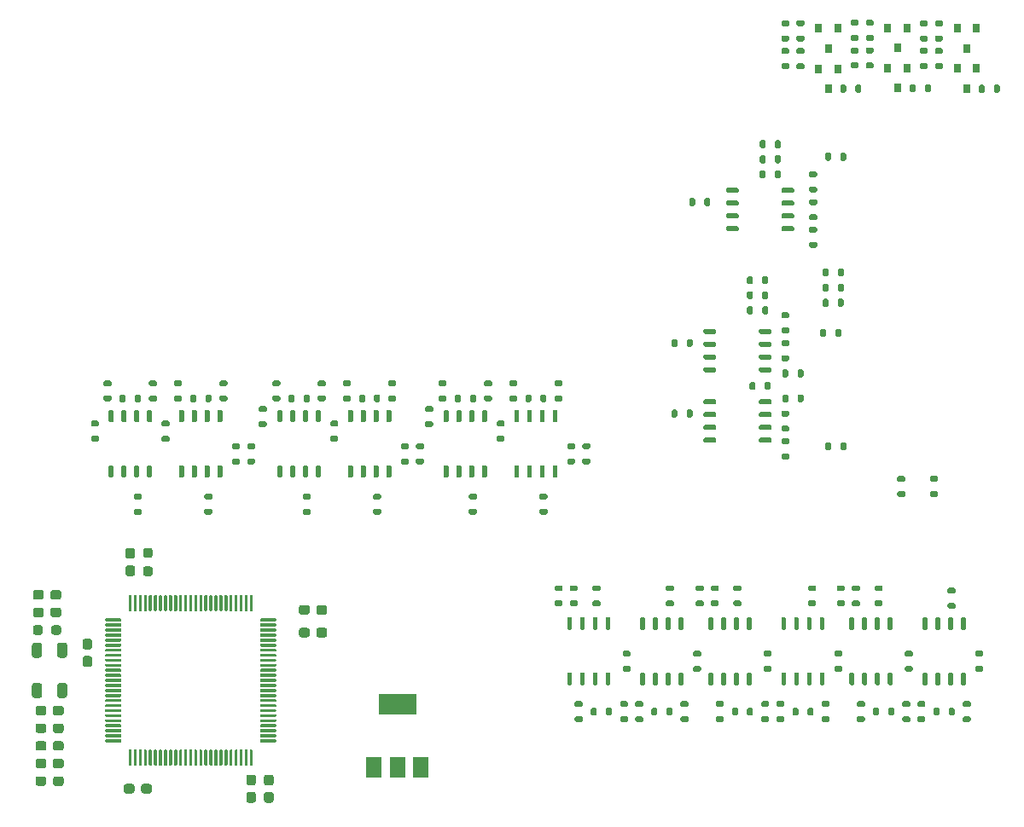
<source format=gbr>
%TF.GenerationSoftware,KiCad,Pcbnew,(5.1.9)-1*%
%TF.CreationDate,2021-06-23T22:51:48+02:00*%
%TF.ProjectId,EndatDecoder,456e6461-7444-4656-936f-6465722e6b69,rev?*%
%TF.SameCoordinates,Original*%
%TF.FileFunction,Paste,Top*%
%TF.FilePolarity,Positive*%
%FSLAX46Y46*%
G04 Gerber Fmt 4.6, Leading zero omitted, Abs format (unit mm)*
G04 Created by KiCad (PCBNEW (5.1.9)-1) date 2021-06-23 22:51:48*
%MOMM*%
%LPD*%
G01*
G04 APERTURE LIST*
%ADD10R,0.800000X0.900000*%
%ADD11R,3.800000X2.000000*%
%ADD12R,1.500000X2.000000*%
G04 APERTURE END LIST*
%TO.C,U3*%
G36*
G01*
X60275000Y-147575000D02*
X60275000Y-147425000D01*
G75*
G02*
X60350000Y-147350000I75000J0D01*
G01*
X61800000Y-147350000D01*
G75*
G02*
X61875000Y-147425000I0J-75000D01*
G01*
X61875000Y-147575000D01*
G75*
G02*
X61800000Y-147650000I-75000J0D01*
G01*
X60350000Y-147650000D01*
G75*
G02*
X60275000Y-147575000I0J75000D01*
G01*
G37*
G36*
G01*
X60275000Y-148075000D02*
X60275000Y-147925000D01*
G75*
G02*
X60350000Y-147850000I75000J0D01*
G01*
X61800000Y-147850000D01*
G75*
G02*
X61875000Y-147925000I0J-75000D01*
G01*
X61875000Y-148075000D01*
G75*
G02*
X61800000Y-148150000I-75000J0D01*
G01*
X60350000Y-148150000D01*
G75*
G02*
X60275000Y-148075000I0J75000D01*
G01*
G37*
G36*
G01*
X60275000Y-148575000D02*
X60275000Y-148425000D01*
G75*
G02*
X60350000Y-148350000I75000J0D01*
G01*
X61800000Y-148350000D01*
G75*
G02*
X61875000Y-148425000I0J-75000D01*
G01*
X61875000Y-148575000D01*
G75*
G02*
X61800000Y-148650000I-75000J0D01*
G01*
X60350000Y-148650000D01*
G75*
G02*
X60275000Y-148575000I0J75000D01*
G01*
G37*
G36*
G01*
X60275000Y-149075000D02*
X60275000Y-148925000D01*
G75*
G02*
X60350000Y-148850000I75000J0D01*
G01*
X61800000Y-148850000D01*
G75*
G02*
X61875000Y-148925000I0J-75000D01*
G01*
X61875000Y-149075000D01*
G75*
G02*
X61800000Y-149150000I-75000J0D01*
G01*
X60350000Y-149150000D01*
G75*
G02*
X60275000Y-149075000I0J75000D01*
G01*
G37*
G36*
G01*
X60275000Y-149575000D02*
X60275000Y-149425000D01*
G75*
G02*
X60350000Y-149350000I75000J0D01*
G01*
X61800000Y-149350000D01*
G75*
G02*
X61875000Y-149425000I0J-75000D01*
G01*
X61875000Y-149575000D01*
G75*
G02*
X61800000Y-149650000I-75000J0D01*
G01*
X60350000Y-149650000D01*
G75*
G02*
X60275000Y-149575000I0J75000D01*
G01*
G37*
G36*
G01*
X60275000Y-150075000D02*
X60275000Y-149925000D01*
G75*
G02*
X60350000Y-149850000I75000J0D01*
G01*
X61800000Y-149850000D01*
G75*
G02*
X61875000Y-149925000I0J-75000D01*
G01*
X61875000Y-150075000D01*
G75*
G02*
X61800000Y-150150000I-75000J0D01*
G01*
X60350000Y-150150000D01*
G75*
G02*
X60275000Y-150075000I0J75000D01*
G01*
G37*
G36*
G01*
X60275000Y-150575000D02*
X60275000Y-150425000D01*
G75*
G02*
X60350000Y-150350000I75000J0D01*
G01*
X61800000Y-150350000D01*
G75*
G02*
X61875000Y-150425000I0J-75000D01*
G01*
X61875000Y-150575000D01*
G75*
G02*
X61800000Y-150650000I-75000J0D01*
G01*
X60350000Y-150650000D01*
G75*
G02*
X60275000Y-150575000I0J75000D01*
G01*
G37*
G36*
G01*
X60275000Y-151075000D02*
X60275000Y-150925000D01*
G75*
G02*
X60350000Y-150850000I75000J0D01*
G01*
X61800000Y-150850000D01*
G75*
G02*
X61875000Y-150925000I0J-75000D01*
G01*
X61875000Y-151075000D01*
G75*
G02*
X61800000Y-151150000I-75000J0D01*
G01*
X60350000Y-151150000D01*
G75*
G02*
X60275000Y-151075000I0J75000D01*
G01*
G37*
G36*
G01*
X60275000Y-151575000D02*
X60275000Y-151425000D01*
G75*
G02*
X60350000Y-151350000I75000J0D01*
G01*
X61800000Y-151350000D01*
G75*
G02*
X61875000Y-151425000I0J-75000D01*
G01*
X61875000Y-151575000D01*
G75*
G02*
X61800000Y-151650000I-75000J0D01*
G01*
X60350000Y-151650000D01*
G75*
G02*
X60275000Y-151575000I0J75000D01*
G01*
G37*
G36*
G01*
X60275000Y-152075000D02*
X60275000Y-151925000D01*
G75*
G02*
X60350000Y-151850000I75000J0D01*
G01*
X61800000Y-151850000D01*
G75*
G02*
X61875000Y-151925000I0J-75000D01*
G01*
X61875000Y-152075000D01*
G75*
G02*
X61800000Y-152150000I-75000J0D01*
G01*
X60350000Y-152150000D01*
G75*
G02*
X60275000Y-152075000I0J75000D01*
G01*
G37*
G36*
G01*
X60275000Y-152575000D02*
X60275000Y-152425000D01*
G75*
G02*
X60350000Y-152350000I75000J0D01*
G01*
X61800000Y-152350000D01*
G75*
G02*
X61875000Y-152425000I0J-75000D01*
G01*
X61875000Y-152575000D01*
G75*
G02*
X61800000Y-152650000I-75000J0D01*
G01*
X60350000Y-152650000D01*
G75*
G02*
X60275000Y-152575000I0J75000D01*
G01*
G37*
G36*
G01*
X60275000Y-153075000D02*
X60275000Y-152925000D01*
G75*
G02*
X60350000Y-152850000I75000J0D01*
G01*
X61800000Y-152850000D01*
G75*
G02*
X61875000Y-152925000I0J-75000D01*
G01*
X61875000Y-153075000D01*
G75*
G02*
X61800000Y-153150000I-75000J0D01*
G01*
X60350000Y-153150000D01*
G75*
G02*
X60275000Y-153075000I0J75000D01*
G01*
G37*
G36*
G01*
X60275000Y-153575000D02*
X60275000Y-153425000D01*
G75*
G02*
X60350000Y-153350000I75000J0D01*
G01*
X61800000Y-153350000D01*
G75*
G02*
X61875000Y-153425000I0J-75000D01*
G01*
X61875000Y-153575000D01*
G75*
G02*
X61800000Y-153650000I-75000J0D01*
G01*
X60350000Y-153650000D01*
G75*
G02*
X60275000Y-153575000I0J75000D01*
G01*
G37*
G36*
G01*
X60275000Y-154075000D02*
X60275000Y-153925000D01*
G75*
G02*
X60350000Y-153850000I75000J0D01*
G01*
X61800000Y-153850000D01*
G75*
G02*
X61875000Y-153925000I0J-75000D01*
G01*
X61875000Y-154075000D01*
G75*
G02*
X61800000Y-154150000I-75000J0D01*
G01*
X60350000Y-154150000D01*
G75*
G02*
X60275000Y-154075000I0J75000D01*
G01*
G37*
G36*
G01*
X60275000Y-154575000D02*
X60275000Y-154425000D01*
G75*
G02*
X60350000Y-154350000I75000J0D01*
G01*
X61800000Y-154350000D01*
G75*
G02*
X61875000Y-154425000I0J-75000D01*
G01*
X61875000Y-154575000D01*
G75*
G02*
X61800000Y-154650000I-75000J0D01*
G01*
X60350000Y-154650000D01*
G75*
G02*
X60275000Y-154575000I0J75000D01*
G01*
G37*
G36*
G01*
X60275000Y-155075000D02*
X60275000Y-154925000D01*
G75*
G02*
X60350000Y-154850000I75000J0D01*
G01*
X61800000Y-154850000D01*
G75*
G02*
X61875000Y-154925000I0J-75000D01*
G01*
X61875000Y-155075000D01*
G75*
G02*
X61800000Y-155150000I-75000J0D01*
G01*
X60350000Y-155150000D01*
G75*
G02*
X60275000Y-155075000I0J75000D01*
G01*
G37*
G36*
G01*
X60275000Y-155575000D02*
X60275000Y-155425000D01*
G75*
G02*
X60350000Y-155350000I75000J0D01*
G01*
X61800000Y-155350000D01*
G75*
G02*
X61875000Y-155425000I0J-75000D01*
G01*
X61875000Y-155575000D01*
G75*
G02*
X61800000Y-155650000I-75000J0D01*
G01*
X60350000Y-155650000D01*
G75*
G02*
X60275000Y-155575000I0J75000D01*
G01*
G37*
G36*
G01*
X60275000Y-156075000D02*
X60275000Y-155925000D01*
G75*
G02*
X60350000Y-155850000I75000J0D01*
G01*
X61800000Y-155850000D01*
G75*
G02*
X61875000Y-155925000I0J-75000D01*
G01*
X61875000Y-156075000D01*
G75*
G02*
X61800000Y-156150000I-75000J0D01*
G01*
X60350000Y-156150000D01*
G75*
G02*
X60275000Y-156075000I0J75000D01*
G01*
G37*
G36*
G01*
X60275000Y-156575000D02*
X60275000Y-156425000D01*
G75*
G02*
X60350000Y-156350000I75000J0D01*
G01*
X61800000Y-156350000D01*
G75*
G02*
X61875000Y-156425000I0J-75000D01*
G01*
X61875000Y-156575000D01*
G75*
G02*
X61800000Y-156650000I-75000J0D01*
G01*
X60350000Y-156650000D01*
G75*
G02*
X60275000Y-156575000I0J75000D01*
G01*
G37*
G36*
G01*
X60275000Y-157075000D02*
X60275000Y-156925000D01*
G75*
G02*
X60350000Y-156850000I75000J0D01*
G01*
X61800000Y-156850000D01*
G75*
G02*
X61875000Y-156925000I0J-75000D01*
G01*
X61875000Y-157075000D01*
G75*
G02*
X61800000Y-157150000I-75000J0D01*
G01*
X60350000Y-157150000D01*
G75*
G02*
X60275000Y-157075000I0J75000D01*
G01*
G37*
G36*
G01*
X60275000Y-157575000D02*
X60275000Y-157425000D01*
G75*
G02*
X60350000Y-157350000I75000J0D01*
G01*
X61800000Y-157350000D01*
G75*
G02*
X61875000Y-157425000I0J-75000D01*
G01*
X61875000Y-157575000D01*
G75*
G02*
X61800000Y-157650000I-75000J0D01*
G01*
X60350000Y-157650000D01*
G75*
G02*
X60275000Y-157575000I0J75000D01*
G01*
G37*
G36*
G01*
X60275000Y-158075000D02*
X60275000Y-157925000D01*
G75*
G02*
X60350000Y-157850000I75000J0D01*
G01*
X61800000Y-157850000D01*
G75*
G02*
X61875000Y-157925000I0J-75000D01*
G01*
X61875000Y-158075000D01*
G75*
G02*
X61800000Y-158150000I-75000J0D01*
G01*
X60350000Y-158150000D01*
G75*
G02*
X60275000Y-158075000I0J75000D01*
G01*
G37*
G36*
G01*
X60275000Y-158575000D02*
X60275000Y-158425000D01*
G75*
G02*
X60350000Y-158350000I75000J0D01*
G01*
X61800000Y-158350000D01*
G75*
G02*
X61875000Y-158425000I0J-75000D01*
G01*
X61875000Y-158575000D01*
G75*
G02*
X61800000Y-158650000I-75000J0D01*
G01*
X60350000Y-158650000D01*
G75*
G02*
X60275000Y-158575000I0J75000D01*
G01*
G37*
G36*
G01*
X60275000Y-159075000D02*
X60275000Y-158925000D01*
G75*
G02*
X60350000Y-158850000I75000J0D01*
G01*
X61800000Y-158850000D01*
G75*
G02*
X61875000Y-158925000I0J-75000D01*
G01*
X61875000Y-159075000D01*
G75*
G02*
X61800000Y-159150000I-75000J0D01*
G01*
X60350000Y-159150000D01*
G75*
G02*
X60275000Y-159075000I0J75000D01*
G01*
G37*
G36*
G01*
X60275000Y-159575000D02*
X60275000Y-159425000D01*
G75*
G02*
X60350000Y-159350000I75000J0D01*
G01*
X61800000Y-159350000D01*
G75*
G02*
X61875000Y-159425000I0J-75000D01*
G01*
X61875000Y-159575000D01*
G75*
G02*
X61800000Y-159650000I-75000J0D01*
G01*
X60350000Y-159650000D01*
G75*
G02*
X60275000Y-159575000I0J75000D01*
G01*
G37*
G36*
G01*
X62600000Y-161900000D02*
X62600000Y-160450000D01*
G75*
G02*
X62675000Y-160375000I75000J0D01*
G01*
X62825000Y-160375000D01*
G75*
G02*
X62900000Y-160450000I0J-75000D01*
G01*
X62900000Y-161900000D01*
G75*
G02*
X62825000Y-161975000I-75000J0D01*
G01*
X62675000Y-161975000D01*
G75*
G02*
X62600000Y-161900000I0J75000D01*
G01*
G37*
G36*
G01*
X63100000Y-161900000D02*
X63100000Y-160450000D01*
G75*
G02*
X63175000Y-160375000I75000J0D01*
G01*
X63325000Y-160375000D01*
G75*
G02*
X63400000Y-160450000I0J-75000D01*
G01*
X63400000Y-161900000D01*
G75*
G02*
X63325000Y-161975000I-75000J0D01*
G01*
X63175000Y-161975000D01*
G75*
G02*
X63100000Y-161900000I0J75000D01*
G01*
G37*
G36*
G01*
X63600000Y-161900000D02*
X63600000Y-160450000D01*
G75*
G02*
X63675000Y-160375000I75000J0D01*
G01*
X63825000Y-160375000D01*
G75*
G02*
X63900000Y-160450000I0J-75000D01*
G01*
X63900000Y-161900000D01*
G75*
G02*
X63825000Y-161975000I-75000J0D01*
G01*
X63675000Y-161975000D01*
G75*
G02*
X63600000Y-161900000I0J75000D01*
G01*
G37*
G36*
G01*
X64100000Y-161900000D02*
X64100000Y-160450000D01*
G75*
G02*
X64175000Y-160375000I75000J0D01*
G01*
X64325000Y-160375000D01*
G75*
G02*
X64400000Y-160450000I0J-75000D01*
G01*
X64400000Y-161900000D01*
G75*
G02*
X64325000Y-161975000I-75000J0D01*
G01*
X64175000Y-161975000D01*
G75*
G02*
X64100000Y-161900000I0J75000D01*
G01*
G37*
G36*
G01*
X64600000Y-161900000D02*
X64600000Y-160450000D01*
G75*
G02*
X64675000Y-160375000I75000J0D01*
G01*
X64825000Y-160375000D01*
G75*
G02*
X64900000Y-160450000I0J-75000D01*
G01*
X64900000Y-161900000D01*
G75*
G02*
X64825000Y-161975000I-75000J0D01*
G01*
X64675000Y-161975000D01*
G75*
G02*
X64600000Y-161900000I0J75000D01*
G01*
G37*
G36*
G01*
X65100000Y-161900000D02*
X65100000Y-160450000D01*
G75*
G02*
X65175000Y-160375000I75000J0D01*
G01*
X65325000Y-160375000D01*
G75*
G02*
X65400000Y-160450000I0J-75000D01*
G01*
X65400000Y-161900000D01*
G75*
G02*
X65325000Y-161975000I-75000J0D01*
G01*
X65175000Y-161975000D01*
G75*
G02*
X65100000Y-161900000I0J75000D01*
G01*
G37*
G36*
G01*
X65600000Y-161900000D02*
X65600000Y-160450000D01*
G75*
G02*
X65675000Y-160375000I75000J0D01*
G01*
X65825000Y-160375000D01*
G75*
G02*
X65900000Y-160450000I0J-75000D01*
G01*
X65900000Y-161900000D01*
G75*
G02*
X65825000Y-161975000I-75000J0D01*
G01*
X65675000Y-161975000D01*
G75*
G02*
X65600000Y-161900000I0J75000D01*
G01*
G37*
G36*
G01*
X66100000Y-161900000D02*
X66100000Y-160450000D01*
G75*
G02*
X66175000Y-160375000I75000J0D01*
G01*
X66325000Y-160375000D01*
G75*
G02*
X66400000Y-160450000I0J-75000D01*
G01*
X66400000Y-161900000D01*
G75*
G02*
X66325000Y-161975000I-75000J0D01*
G01*
X66175000Y-161975000D01*
G75*
G02*
X66100000Y-161900000I0J75000D01*
G01*
G37*
G36*
G01*
X66600000Y-161900000D02*
X66600000Y-160450000D01*
G75*
G02*
X66675000Y-160375000I75000J0D01*
G01*
X66825000Y-160375000D01*
G75*
G02*
X66900000Y-160450000I0J-75000D01*
G01*
X66900000Y-161900000D01*
G75*
G02*
X66825000Y-161975000I-75000J0D01*
G01*
X66675000Y-161975000D01*
G75*
G02*
X66600000Y-161900000I0J75000D01*
G01*
G37*
G36*
G01*
X67100000Y-161900000D02*
X67100000Y-160450000D01*
G75*
G02*
X67175000Y-160375000I75000J0D01*
G01*
X67325000Y-160375000D01*
G75*
G02*
X67400000Y-160450000I0J-75000D01*
G01*
X67400000Y-161900000D01*
G75*
G02*
X67325000Y-161975000I-75000J0D01*
G01*
X67175000Y-161975000D01*
G75*
G02*
X67100000Y-161900000I0J75000D01*
G01*
G37*
G36*
G01*
X67600000Y-161900000D02*
X67600000Y-160450000D01*
G75*
G02*
X67675000Y-160375000I75000J0D01*
G01*
X67825000Y-160375000D01*
G75*
G02*
X67900000Y-160450000I0J-75000D01*
G01*
X67900000Y-161900000D01*
G75*
G02*
X67825000Y-161975000I-75000J0D01*
G01*
X67675000Y-161975000D01*
G75*
G02*
X67600000Y-161900000I0J75000D01*
G01*
G37*
G36*
G01*
X68100000Y-161900000D02*
X68100000Y-160450000D01*
G75*
G02*
X68175000Y-160375000I75000J0D01*
G01*
X68325000Y-160375000D01*
G75*
G02*
X68400000Y-160450000I0J-75000D01*
G01*
X68400000Y-161900000D01*
G75*
G02*
X68325000Y-161975000I-75000J0D01*
G01*
X68175000Y-161975000D01*
G75*
G02*
X68100000Y-161900000I0J75000D01*
G01*
G37*
G36*
G01*
X68600000Y-161900000D02*
X68600000Y-160450000D01*
G75*
G02*
X68675000Y-160375000I75000J0D01*
G01*
X68825000Y-160375000D01*
G75*
G02*
X68900000Y-160450000I0J-75000D01*
G01*
X68900000Y-161900000D01*
G75*
G02*
X68825000Y-161975000I-75000J0D01*
G01*
X68675000Y-161975000D01*
G75*
G02*
X68600000Y-161900000I0J75000D01*
G01*
G37*
G36*
G01*
X69100000Y-161900000D02*
X69100000Y-160450000D01*
G75*
G02*
X69175000Y-160375000I75000J0D01*
G01*
X69325000Y-160375000D01*
G75*
G02*
X69400000Y-160450000I0J-75000D01*
G01*
X69400000Y-161900000D01*
G75*
G02*
X69325000Y-161975000I-75000J0D01*
G01*
X69175000Y-161975000D01*
G75*
G02*
X69100000Y-161900000I0J75000D01*
G01*
G37*
G36*
G01*
X69600000Y-161900000D02*
X69600000Y-160450000D01*
G75*
G02*
X69675000Y-160375000I75000J0D01*
G01*
X69825000Y-160375000D01*
G75*
G02*
X69900000Y-160450000I0J-75000D01*
G01*
X69900000Y-161900000D01*
G75*
G02*
X69825000Y-161975000I-75000J0D01*
G01*
X69675000Y-161975000D01*
G75*
G02*
X69600000Y-161900000I0J75000D01*
G01*
G37*
G36*
G01*
X70100000Y-161900000D02*
X70100000Y-160450000D01*
G75*
G02*
X70175000Y-160375000I75000J0D01*
G01*
X70325000Y-160375000D01*
G75*
G02*
X70400000Y-160450000I0J-75000D01*
G01*
X70400000Y-161900000D01*
G75*
G02*
X70325000Y-161975000I-75000J0D01*
G01*
X70175000Y-161975000D01*
G75*
G02*
X70100000Y-161900000I0J75000D01*
G01*
G37*
G36*
G01*
X70600000Y-161900000D02*
X70600000Y-160450000D01*
G75*
G02*
X70675000Y-160375000I75000J0D01*
G01*
X70825000Y-160375000D01*
G75*
G02*
X70900000Y-160450000I0J-75000D01*
G01*
X70900000Y-161900000D01*
G75*
G02*
X70825000Y-161975000I-75000J0D01*
G01*
X70675000Y-161975000D01*
G75*
G02*
X70600000Y-161900000I0J75000D01*
G01*
G37*
G36*
G01*
X71100000Y-161900000D02*
X71100000Y-160450000D01*
G75*
G02*
X71175000Y-160375000I75000J0D01*
G01*
X71325000Y-160375000D01*
G75*
G02*
X71400000Y-160450000I0J-75000D01*
G01*
X71400000Y-161900000D01*
G75*
G02*
X71325000Y-161975000I-75000J0D01*
G01*
X71175000Y-161975000D01*
G75*
G02*
X71100000Y-161900000I0J75000D01*
G01*
G37*
G36*
G01*
X71600000Y-161900000D02*
X71600000Y-160450000D01*
G75*
G02*
X71675000Y-160375000I75000J0D01*
G01*
X71825000Y-160375000D01*
G75*
G02*
X71900000Y-160450000I0J-75000D01*
G01*
X71900000Y-161900000D01*
G75*
G02*
X71825000Y-161975000I-75000J0D01*
G01*
X71675000Y-161975000D01*
G75*
G02*
X71600000Y-161900000I0J75000D01*
G01*
G37*
G36*
G01*
X72100000Y-161900000D02*
X72100000Y-160450000D01*
G75*
G02*
X72175000Y-160375000I75000J0D01*
G01*
X72325000Y-160375000D01*
G75*
G02*
X72400000Y-160450000I0J-75000D01*
G01*
X72400000Y-161900000D01*
G75*
G02*
X72325000Y-161975000I-75000J0D01*
G01*
X72175000Y-161975000D01*
G75*
G02*
X72100000Y-161900000I0J75000D01*
G01*
G37*
G36*
G01*
X72600000Y-161900000D02*
X72600000Y-160450000D01*
G75*
G02*
X72675000Y-160375000I75000J0D01*
G01*
X72825000Y-160375000D01*
G75*
G02*
X72900000Y-160450000I0J-75000D01*
G01*
X72900000Y-161900000D01*
G75*
G02*
X72825000Y-161975000I-75000J0D01*
G01*
X72675000Y-161975000D01*
G75*
G02*
X72600000Y-161900000I0J75000D01*
G01*
G37*
G36*
G01*
X73100000Y-161900000D02*
X73100000Y-160450000D01*
G75*
G02*
X73175000Y-160375000I75000J0D01*
G01*
X73325000Y-160375000D01*
G75*
G02*
X73400000Y-160450000I0J-75000D01*
G01*
X73400000Y-161900000D01*
G75*
G02*
X73325000Y-161975000I-75000J0D01*
G01*
X73175000Y-161975000D01*
G75*
G02*
X73100000Y-161900000I0J75000D01*
G01*
G37*
G36*
G01*
X73600000Y-161900000D02*
X73600000Y-160450000D01*
G75*
G02*
X73675000Y-160375000I75000J0D01*
G01*
X73825000Y-160375000D01*
G75*
G02*
X73900000Y-160450000I0J-75000D01*
G01*
X73900000Y-161900000D01*
G75*
G02*
X73825000Y-161975000I-75000J0D01*
G01*
X73675000Y-161975000D01*
G75*
G02*
X73600000Y-161900000I0J75000D01*
G01*
G37*
G36*
G01*
X74100000Y-161900000D02*
X74100000Y-160450000D01*
G75*
G02*
X74175000Y-160375000I75000J0D01*
G01*
X74325000Y-160375000D01*
G75*
G02*
X74400000Y-160450000I0J-75000D01*
G01*
X74400000Y-161900000D01*
G75*
G02*
X74325000Y-161975000I-75000J0D01*
G01*
X74175000Y-161975000D01*
G75*
G02*
X74100000Y-161900000I0J75000D01*
G01*
G37*
G36*
G01*
X74600000Y-161900000D02*
X74600000Y-160450000D01*
G75*
G02*
X74675000Y-160375000I75000J0D01*
G01*
X74825000Y-160375000D01*
G75*
G02*
X74900000Y-160450000I0J-75000D01*
G01*
X74900000Y-161900000D01*
G75*
G02*
X74825000Y-161975000I-75000J0D01*
G01*
X74675000Y-161975000D01*
G75*
G02*
X74600000Y-161900000I0J75000D01*
G01*
G37*
G36*
G01*
X75625000Y-159575000D02*
X75625000Y-159425000D01*
G75*
G02*
X75700000Y-159350000I75000J0D01*
G01*
X77150000Y-159350000D01*
G75*
G02*
X77225000Y-159425000I0J-75000D01*
G01*
X77225000Y-159575000D01*
G75*
G02*
X77150000Y-159650000I-75000J0D01*
G01*
X75700000Y-159650000D01*
G75*
G02*
X75625000Y-159575000I0J75000D01*
G01*
G37*
G36*
G01*
X75625000Y-159075000D02*
X75625000Y-158925000D01*
G75*
G02*
X75700000Y-158850000I75000J0D01*
G01*
X77150000Y-158850000D01*
G75*
G02*
X77225000Y-158925000I0J-75000D01*
G01*
X77225000Y-159075000D01*
G75*
G02*
X77150000Y-159150000I-75000J0D01*
G01*
X75700000Y-159150000D01*
G75*
G02*
X75625000Y-159075000I0J75000D01*
G01*
G37*
G36*
G01*
X75625000Y-158575000D02*
X75625000Y-158425000D01*
G75*
G02*
X75700000Y-158350000I75000J0D01*
G01*
X77150000Y-158350000D01*
G75*
G02*
X77225000Y-158425000I0J-75000D01*
G01*
X77225000Y-158575000D01*
G75*
G02*
X77150000Y-158650000I-75000J0D01*
G01*
X75700000Y-158650000D01*
G75*
G02*
X75625000Y-158575000I0J75000D01*
G01*
G37*
G36*
G01*
X75625000Y-158075000D02*
X75625000Y-157925000D01*
G75*
G02*
X75700000Y-157850000I75000J0D01*
G01*
X77150000Y-157850000D01*
G75*
G02*
X77225000Y-157925000I0J-75000D01*
G01*
X77225000Y-158075000D01*
G75*
G02*
X77150000Y-158150000I-75000J0D01*
G01*
X75700000Y-158150000D01*
G75*
G02*
X75625000Y-158075000I0J75000D01*
G01*
G37*
G36*
G01*
X75625000Y-157575000D02*
X75625000Y-157425000D01*
G75*
G02*
X75700000Y-157350000I75000J0D01*
G01*
X77150000Y-157350000D01*
G75*
G02*
X77225000Y-157425000I0J-75000D01*
G01*
X77225000Y-157575000D01*
G75*
G02*
X77150000Y-157650000I-75000J0D01*
G01*
X75700000Y-157650000D01*
G75*
G02*
X75625000Y-157575000I0J75000D01*
G01*
G37*
G36*
G01*
X75625000Y-157075000D02*
X75625000Y-156925000D01*
G75*
G02*
X75700000Y-156850000I75000J0D01*
G01*
X77150000Y-156850000D01*
G75*
G02*
X77225000Y-156925000I0J-75000D01*
G01*
X77225000Y-157075000D01*
G75*
G02*
X77150000Y-157150000I-75000J0D01*
G01*
X75700000Y-157150000D01*
G75*
G02*
X75625000Y-157075000I0J75000D01*
G01*
G37*
G36*
G01*
X75625000Y-156575000D02*
X75625000Y-156425000D01*
G75*
G02*
X75700000Y-156350000I75000J0D01*
G01*
X77150000Y-156350000D01*
G75*
G02*
X77225000Y-156425000I0J-75000D01*
G01*
X77225000Y-156575000D01*
G75*
G02*
X77150000Y-156650000I-75000J0D01*
G01*
X75700000Y-156650000D01*
G75*
G02*
X75625000Y-156575000I0J75000D01*
G01*
G37*
G36*
G01*
X75625000Y-156075000D02*
X75625000Y-155925000D01*
G75*
G02*
X75700000Y-155850000I75000J0D01*
G01*
X77150000Y-155850000D01*
G75*
G02*
X77225000Y-155925000I0J-75000D01*
G01*
X77225000Y-156075000D01*
G75*
G02*
X77150000Y-156150000I-75000J0D01*
G01*
X75700000Y-156150000D01*
G75*
G02*
X75625000Y-156075000I0J75000D01*
G01*
G37*
G36*
G01*
X75625000Y-155575000D02*
X75625000Y-155425000D01*
G75*
G02*
X75700000Y-155350000I75000J0D01*
G01*
X77150000Y-155350000D01*
G75*
G02*
X77225000Y-155425000I0J-75000D01*
G01*
X77225000Y-155575000D01*
G75*
G02*
X77150000Y-155650000I-75000J0D01*
G01*
X75700000Y-155650000D01*
G75*
G02*
X75625000Y-155575000I0J75000D01*
G01*
G37*
G36*
G01*
X75625000Y-155075000D02*
X75625000Y-154925000D01*
G75*
G02*
X75700000Y-154850000I75000J0D01*
G01*
X77150000Y-154850000D01*
G75*
G02*
X77225000Y-154925000I0J-75000D01*
G01*
X77225000Y-155075000D01*
G75*
G02*
X77150000Y-155150000I-75000J0D01*
G01*
X75700000Y-155150000D01*
G75*
G02*
X75625000Y-155075000I0J75000D01*
G01*
G37*
G36*
G01*
X75625000Y-154575000D02*
X75625000Y-154425000D01*
G75*
G02*
X75700000Y-154350000I75000J0D01*
G01*
X77150000Y-154350000D01*
G75*
G02*
X77225000Y-154425000I0J-75000D01*
G01*
X77225000Y-154575000D01*
G75*
G02*
X77150000Y-154650000I-75000J0D01*
G01*
X75700000Y-154650000D01*
G75*
G02*
X75625000Y-154575000I0J75000D01*
G01*
G37*
G36*
G01*
X75625000Y-154075000D02*
X75625000Y-153925000D01*
G75*
G02*
X75700000Y-153850000I75000J0D01*
G01*
X77150000Y-153850000D01*
G75*
G02*
X77225000Y-153925000I0J-75000D01*
G01*
X77225000Y-154075000D01*
G75*
G02*
X77150000Y-154150000I-75000J0D01*
G01*
X75700000Y-154150000D01*
G75*
G02*
X75625000Y-154075000I0J75000D01*
G01*
G37*
G36*
G01*
X75625000Y-153575000D02*
X75625000Y-153425000D01*
G75*
G02*
X75700000Y-153350000I75000J0D01*
G01*
X77150000Y-153350000D01*
G75*
G02*
X77225000Y-153425000I0J-75000D01*
G01*
X77225000Y-153575000D01*
G75*
G02*
X77150000Y-153650000I-75000J0D01*
G01*
X75700000Y-153650000D01*
G75*
G02*
X75625000Y-153575000I0J75000D01*
G01*
G37*
G36*
G01*
X75625000Y-153075000D02*
X75625000Y-152925000D01*
G75*
G02*
X75700000Y-152850000I75000J0D01*
G01*
X77150000Y-152850000D01*
G75*
G02*
X77225000Y-152925000I0J-75000D01*
G01*
X77225000Y-153075000D01*
G75*
G02*
X77150000Y-153150000I-75000J0D01*
G01*
X75700000Y-153150000D01*
G75*
G02*
X75625000Y-153075000I0J75000D01*
G01*
G37*
G36*
G01*
X75625000Y-152575000D02*
X75625000Y-152425000D01*
G75*
G02*
X75700000Y-152350000I75000J0D01*
G01*
X77150000Y-152350000D01*
G75*
G02*
X77225000Y-152425000I0J-75000D01*
G01*
X77225000Y-152575000D01*
G75*
G02*
X77150000Y-152650000I-75000J0D01*
G01*
X75700000Y-152650000D01*
G75*
G02*
X75625000Y-152575000I0J75000D01*
G01*
G37*
G36*
G01*
X75625000Y-152075000D02*
X75625000Y-151925000D01*
G75*
G02*
X75700000Y-151850000I75000J0D01*
G01*
X77150000Y-151850000D01*
G75*
G02*
X77225000Y-151925000I0J-75000D01*
G01*
X77225000Y-152075000D01*
G75*
G02*
X77150000Y-152150000I-75000J0D01*
G01*
X75700000Y-152150000D01*
G75*
G02*
X75625000Y-152075000I0J75000D01*
G01*
G37*
G36*
G01*
X75625000Y-151575000D02*
X75625000Y-151425000D01*
G75*
G02*
X75700000Y-151350000I75000J0D01*
G01*
X77150000Y-151350000D01*
G75*
G02*
X77225000Y-151425000I0J-75000D01*
G01*
X77225000Y-151575000D01*
G75*
G02*
X77150000Y-151650000I-75000J0D01*
G01*
X75700000Y-151650000D01*
G75*
G02*
X75625000Y-151575000I0J75000D01*
G01*
G37*
G36*
G01*
X75625000Y-151075000D02*
X75625000Y-150925000D01*
G75*
G02*
X75700000Y-150850000I75000J0D01*
G01*
X77150000Y-150850000D01*
G75*
G02*
X77225000Y-150925000I0J-75000D01*
G01*
X77225000Y-151075000D01*
G75*
G02*
X77150000Y-151150000I-75000J0D01*
G01*
X75700000Y-151150000D01*
G75*
G02*
X75625000Y-151075000I0J75000D01*
G01*
G37*
G36*
G01*
X75625000Y-150575000D02*
X75625000Y-150425000D01*
G75*
G02*
X75700000Y-150350000I75000J0D01*
G01*
X77150000Y-150350000D01*
G75*
G02*
X77225000Y-150425000I0J-75000D01*
G01*
X77225000Y-150575000D01*
G75*
G02*
X77150000Y-150650000I-75000J0D01*
G01*
X75700000Y-150650000D01*
G75*
G02*
X75625000Y-150575000I0J75000D01*
G01*
G37*
G36*
G01*
X75625000Y-150075000D02*
X75625000Y-149925000D01*
G75*
G02*
X75700000Y-149850000I75000J0D01*
G01*
X77150000Y-149850000D01*
G75*
G02*
X77225000Y-149925000I0J-75000D01*
G01*
X77225000Y-150075000D01*
G75*
G02*
X77150000Y-150150000I-75000J0D01*
G01*
X75700000Y-150150000D01*
G75*
G02*
X75625000Y-150075000I0J75000D01*
G01*
G37*
G36*
G01*
X75625000Y-149575000D02*
X75625000Y-149425000D01*
G75*
G02*
X75700000Y-149350000I75000J0D01*
G01*
X77150000Y-149350000D01*
G75*
G02*
X77225000Y-149425000I0J-75000D01*
G01*
X77225000Y-149575000D01*
G75*
G02*
X77150000Y-149650000I-75000J0D01*
G01*
X75700000Y-149650000D01*
G75*
G02*
X75625000Y-149575000I0J75000D01*
G01*
G37*
G36*
G01*
X75625000Y-149075000D02*
X75625000Y-148925000D01*
G75*
G02*
X75700000Y-148850000I75000J0D01*
G01*
X77150000Y-148850000D01*
G75*
G02*
X77225000Y-148925000I0J-75000D01*
G01*
X77225000Y-149075000D01*
G75*
G02*
X77150000Y-149150000I-75000J0D01*
G01*
X75700000Y-149150000D01*
G75*
G02*
X75625000Y-149075000I0J75000D01*
G01*
G37*
G36*
G01*
X75625000Y-148575000D02*
X75625000Y-148425000D01*
G75*
G02*
X75700000Y-148350000I75000J0D01*
G01*
X77150000Y-148350000D01*
G75*
G02*
X77225000Y-148425000I0J-75000D01*
G01*
X77225000Y-148575000D01*
G75*
G02*
X77150000Y-148650000I-75000J0D01*
G01*
X75700000Y-148650000D01*
G75*
G02*
X75625000Y-148575000I0J75000D01*
G01*
G37*
G36*
G01*
X75625000Y-148075000D02*
X75625000Y-147925000D01*
G75*
G02*
X75700000Y-147850000I75000J0D01*
G01*
X77150000Y-147850000D01*
G75*
G02*
X77225000Y-147925000I0J-75000D01*
G01*
X77225000Y-148075000D01*
G75*
G02*
X77150000Y-148150000I-75000J0D01*
G01*
X75700000Y-148150000D01*
G75*
G02*
X75625000Y-148075000I0J75000D01*
G01*
G37*
G36*
G01*
X75625000Y-147575000D02*
X75625000Y-147425000D01*
G75*
G02*
X75700000Y-147350000I75000J0D01*
G01*
X77150000Y-147350000D01*
G75*
G02*
X77225000Y-147425000I0J-75000D01*
G01*
X77225000Y-147575000D01*
G75*
G02*
X77150000Y-147650000I-75000J0D01*
G01*
X75700000Y-147650000D01*
G75*
G02*
X75625000Y-147575000I0J75000D01*
G01*
G37*
G36*
G01*
X74600000Y-146550000D02*
X74600000Y-145100000D01*
G75*
G02*
X74675000Y-145025000I75000J0D01*
G01*
X74825000Y-145025000D01*
G75*
G02*
X74900000Y-145100000I0J-75000D01*
G01*
X74900000Y-146550000D01*
G75*
G02*
X74825000Y-146625000I-75000J0D01*
G01*
X74675000Y-146625000D01*
G75*
G02*
X74600000Y-146550000I0J75000D01*
G01*
G37*
G36*
G01*
X74100000Y-146550000D02*
X74100000Y-145100000D01*
G75*
G02*
X74175000Y-145025000I75000J0D01*
G01*
X74325000Y-145025000D01*
G75*
G02*
X74400000Y-145100000I0J-75000D01*
G01*
X74400000Y-146550000D01*
G75*
G02*
X74325000Y-146625000I-75000J0D01*
G01*
X74175000Y-146625000D01*
G75*
G02*
X74100000Y-146550000I0J75000D01*
G01*
G37*
G36*
G01*
X73600000Y-146550000D02*
X73600000Y-145100000D01*
G75*
G02*
X73675000Y-145025000I75000J0D01*
G01*
X73825000Y-145025000D01*
G75*
G02*
X73900000Y-145100000I0J-75000D01*
G01*
X73900000Y-146550000D01*
G75*
G02*
X73825000Y-146625000I-75000J0D01*
G01*
X73675000Y-146625000D01*
G75*
G02*
X73600000Y-146550000I0J75000D01*
G01*
G37*
G36*
G01*
X73100000Y-146550000D02*
X73100000Y-145100000D01*
G75*
G02*
X73175000Y-145025000I75000J0D01*
G01*
X73325000Y-145025000D01*
G75*
G02*
X73400000Y-145100000I0J-75000D01*
G01*
X73400000Y-146550000D01*
G75*
G02*
X73325000Y-146625000I-75000J0D01*
G01*
X73175000Y-146625000D01*
G75*
G02*
X73100000Y-146550000I0J75000D01*
G01*
G37*
G36*
G01*
X72600000Y-146550000D02*
X72600000Y-145100000D01*
G75*
G02*
X72675000Y-145025000I75000J0D01*
G01*
X72825000Y-145025000D01*
G75*
G02*
X72900000Y-145100000I0J-75000D01*
G01*
X72900000Y-146550000D01*
G75*
G02*
X72825000Y-146625000I-75000J0D01*
G01*
X72675000Y-146625000D01*
G75*
G02*
X72600000Y-146550000I0J75000D01*
G01*
G37*
G36*
G01*
X72100000Y-146550000D02*
X72100000Y-145100000D01*
G75*
G02*
X72175000Y-145025000I75000J0D01*
G01*
X72325000Y-145025000D01*
G75*
G02*
X72400000Y-145100000I0J-75000D01*
G01*
X72400000Y-146550000D01*
G75*
G02*
X72325000Y-146625000I-75000J0D01*
G01*
X72175000Y-146625000D01*
G75*
G02*
X72100000Y-146550000I0J75000D01*
G01*
G37*
G36*
G01*
X71600000Y-146550000D02*
X71600000Y-145100000D01*
G75*
G02*
X71675000Y-145025000I75000J0D01*
G01*
X71825000Y-145025000D01*
G75*
G02*
X71900000Y-145100000I0J-75000D01*
G01*
X71900000Y-146550000D01*
G75*
G02*
X71825000Y-146625000I-75000J0D01*
G01*
X71675000Y-146625000D01*
G75*
G02*
X71600000Y-146550000I0J75000D01*
G01*
G37*
G36*
G01*
X71100000Y-146550000D02*
X71100000Y-145100000D01*
G75*
G02*
X71175000Y-145025000I75000J0D01*
G01*
X71325000Y-145025000D01*
G75*
G02*
X71400000Y-145100000I0J-75000D01*
G01*
X71400000Y-146550000D01*
G75*
G02*
X71325000Y-146625000I-75000J0D01*
G01*
X71175000Y-146625000D01*
G75*
G02*
X71100000Y-146550000I0J75000D01*
G01*
G37*
G36*
G01*
X70600000Y-146550000D02*
X70600000Y-145100000D01*
G75*
G02*
X70675000Y-145025000I75000J0D01*
G01*
X70825000Y-145025000D01*
G75*
G02*
X70900000Y-145100000I0J-75000D01*
G01*
X70900000Y-146550000D01*
G75*
G02*
X70825000Y-146625000I-75000J0D01*
G01*
X70675000Y-146625000D01*
G75*
G02*
X70600000Y-146550000I0J75000D01*
G01*
G37*
G36*
G01*
X70100000Y-146550000D02*
X70100000Y-145100000D01*
G75*
G02*
X70175000Y-145025000I75000J0D01*
G01*
X70325000Y-145025000D01*
G75*
G02*
X70400000Y-145100000I0J-75000D01*
G01*
X70400000Y-146550000D01*
G75*
G02*
X70325000Y-146625000I-75000J0D01*
G01*
X70175000Y-146625000D01*
G75*
G02*
X70100000Y-146550000I0J75000D01*
G01*
G37*
G36*
G01*
X69600000Y-146550000D02*
X69600000Y-145100000D01*
G75*
G02*
X69675000Y-145025000I75000J0D01*
G01*
X69825000Y-145025000D01*
G75*
G02*
X69900000Y-145100000I0J-75000D01*
G01*
X69900000Y-146550000D01*
G75*
G02*
X69825000Y-146625000I-75000J0D01*
G01*
X69675000Y-146625000D01*
G75*
G02*
X69600000Y-146550000I0J75000D01*
G01*
G37*
G36*
G01*
X69100000Y-146550000D02*
X69100000Y-145100000D01*
G75*
G02*
X69175000Y-145025000I75000J0D01*
G01*
X69325000Y-145025000D01*
G75*
G02*
X69400000Y-145100000I0J-75000D01*
G01*
X69400000Y-146550000D01*
G75*
G02*
X69325000Y-146625000I-75000J0D01*
G01*
X69175000Y-146625000D01*
G75*
G02*
X69100000Y-146550000I0J75000D01*
G01*
G37*
G36*
G01*
X68600000Y-146550000D02*
X68600000Y-145100000D01*
G75*
G02*
X68675000Y-145025000I75000J0D01*
G01*
X68825000Y-145025000D01*
G75*
G02*
X68900000Y-145100000I0J-75000D01*
G01*
X68900000Y-146550000D01*
G75*
G02*
X68825000Y-146625000I-75000J0D01*
G01*
X68675000Y-146625000D01*
G75*
G02*
X68600000Y-146550000I0J75000D01*
G01*
G37*
G36*
G01*
X68100000Y-146550000D02*
X68100000Y-145100000D01*
G75*
G02*
X68175000Y-145025000I75000J0D01*
G01*
X68325000Y-145025000D01*
G75*
G02*
X68400000Y-145100000I0J-75000D01*
G01*
X68400000Y-146550000D01*
G75*
G02*
X68325000Y-146625000I-75000J0D01*
G01*
X68175000Y-146625000D01*
G75*
G02*
X68100000Y-146550000I0J75000D01*
G01*
G37*
G36*
G01*
X67600000Y-146550000D02*
X67600000Y-145100000D01*
G75*
G02*
X67675000Y-145025000I75000J0D01*
G01*
X67825000Y-145025000D01*
G75*
G02*
X67900000Y-145100000I0J-75000D01*
G01*
X67900000Y-146550000D01*
G75*
G02*
X67825000Y-146625000I-75000J0D01*
G01*
X67675000Y-146625000D01*
G75*
G02*
X67600000Y-146550000I0J75000D01*
G01*
G37*
G36*
G01*
X67100000Y-146550000D02*
X67100000Y-145100000D01*
G75*
G02*
X67175000Y-145025000I75000J0D01*
G01*
X67325000Y-145025000D01*
G75*
G02*
X67400000Y-145100000I0J-75000D01*
G01*
X67400000Y-146550000D01*
G75*
G02*
X67325000Y-146625000I-75000J0D01*
G01*
X67175000Y-146625000D01*
G75*
G02*
X67100000Y-146550000I0J75000D01*
G01*
G37*
G36*
G01*
X66600000Y-146550000D02*
X66600000Y-145100000D01*
G75*
G02*
X66675000Y-145025000I75000J0D01*
G01*
X66825000Y-145025000D01*
G75*
G02*
X66900000Y-145100000I0J-75000D01*
G01*
X66900000Y-146550000D01*
G75*
G02*
X66825000Y-146625000I-75000J0D01*
G01*
X66675000Y-146625000D01*
G75*
G02*
X66600000Y-146550000I0J75000D01*
G01*
G37*
G36*
G01*
X66100000Y-146550000D02*
X66100000Y-145100000D01*
G75*
G02*
X66175000Y-145025000I75000J0D01*
G01*
X66325000Y-145025000D01*
G75*
G02*
X66400000Y-145100000I0J-75000D01*
G01*
X66400000Y-146550000D01*
G75*
G02*
X66325000Y-146625000I-75000J0D01*
G01*
X66175000Y-146625000D01*
G75*
G02*
X66100000Y-146550000I0J75000D01*
G01*
G37*
G36*
G01*
X65600000Y-146550000D02*
X65600000Y-145100000D01*
G75*
G02*
X65675000Y-145025000I75000J0D01*
G01*
X65825000Y-145025000D01*
G75*
G02*
X65900000Y-145100000I0J-75000D01*
G01*
X65900000Y-146550000D01*
G75*
G02*
X65825000Y-146625000I-75000J0D01*
G01*
X65675000Y-146625000D01*
G75*
G02*
X65600000Y-146550000I0J75000D01*
G01*
G37*
G36*
G01*
X65100000Y-146550000D02*
X65100000Y-145100000D01*
G75*
G02*
X65175000Y-145025000I75000J0D01*
G01*
X65325000Y-145025000D01*
G75*
G02*
X65400000Y-145100000I0J-75000D01*
G01*
X65400000Y-146550000D01*
G75*
G02*
X65325000Y-146625000I-75000J0D01*
G01*
X65175000Y-146625000D01*
G75*
G02*
X65100000Y-146550000I0J75000D01*
G01*
G37*
G36*
G01*
X64600000Y-146550000D02*
X64600000Y-145100000D01*
G75*
G02*
X64675000Y-145025000I75000J0D01*
G01*
X64825000Y-145025000D01*
G75*
G02*
X64900000Y-145100000I0J-75000D01*
G01*
X64900000Y-146550000D01*
G75*
G02*
X64825000Y-146625000I-75000J0D01*
G01*
X64675000Y-146625000D01*
G75*
G02*
X64600000Y-146550000I0J75000D01*
G01*
G37*
G36*
G01*
X64100000Y-146550000D02*
X64100000Y-145100000D01*
G75*
G02*
X64175000Y-145025000I75000J0D01*
G01*
X64325000Y-145025000D01*
G75*
G02*
X64400000Y-145100000I0J-75000D01*
G01*
X64400000Y-146550000D01*
G75*
G02*
X64325000Y-146625000I-75000J0D01*
G01*
X64175000Y-146625000D01*
G75*
G02*
X64100000Y-146550000I0J75000D01*
G01*
G37*
G36*
G01*
X63600000Y-146550000D02*
X63600000Y-145100000D01*
G75*
G02*
X63675000Y-145025000I75000J0D01*
G01*
X63825000Y-145025000D01*
G75*
G02*
X63900000Y-145100000I0J-75000D01*
G01*
X63900000Y-146550000D01*
G75*
G02*
X63825000Y-146625000I-75000J0D01*
G01*
X63675000Y-146625000D01*
G75*
G02*
X63600000Y-146550000I0J75000D01*
G01*
G37*
G36*
G01*
X63100000Y-146550000D02*
X63100000Y-145100000D01*
G75*
G02*
X63175000Y-145025000I75000J0D01*
G01*
X63325000Y-145025000D01*
G75*
G02*
X63400000Y-145100000I0J-75000D01*
G01*
X63400000Y-146550000D01*
G75*
G02*
X63325000Y-146625000I-75000J0D01*
G01*
X63175000Y-146625000D01*
G75*
G02*
X63100000Y-146550000I0J75000D01*
G01*
G37*
G36*
G01*
X62600000Y-146550000D02*
X62600000Y-145100000D01*
G75*
G02*
X62675000Y-145025000I75000J0D01*
G01*
X62825000Y-145025000D01*
G75*
G02*
X62900000Y-145100000I0J-75000D01*
G01*
X62900000Y-146550000D01*
G75*
G02*
X62825000Y-146625000I-75000J0D01*
G01*
X62675000Y-146625000D01*
G75*
G02*
X62600000Y-146550000I0J75000D01*
G01*
G37*
%TD*%
%TO.C,U7*%
G36*
G01*
X110405000Y-152850000D02*
X110405000Y-153850000D01*
G75*
G02*
X110280000Y-153975000I-125000J0D01*
G01*
X110030000Y-153975000D01*
G75*
G02*
X109905000Y-153850000I0J125000D01*
G01*
X109905000Y-152850000D01*
G75*
G02*
X110030000Y-152725000I125000J0D01*
G01*
X110280000Y-152725000D01*
G75*
G02*
X110405000Y-152850000I0J-125000D01*
G01*
G37*
G36*
G01*
X109135000Y-152850000D02*
X109135000Y-153850000D01*
G75*
G02*
X109010000Y-153975000I-125000J0D01*
G01*
X108760000Y-153975000D01*
G75*
G02*
X108635000Y-153850000I0J125000D01*
G01*
X108635000Y-152850000D01*
G75*
G02*
X108760000Y-152725000I125000J0D01*
G01*
X109010000Y-152725000D01*
G75*
G02*
X109135000Y-152850000I0J-125000D01*
G01*
G37*
G36*
G01*
X107865000Y-152850000D02*
X107865000Y-153850000D01*
G75*
G02*
X107740000Y-153975000I-125000J0D01*
G01*
X107490000Y-153975000D01*
G75*
G02*
X107365000Y-153850000I0J125000D01*
G01*
X107365000Y-152850000D01*
G75*
G02*
X107490000Y-152725000I125000J0D01*
G01*
X107740000Y-152725000D01*
G75*
G02*
X107865000Y-152850000I0J-125000D01*
G01*
G37*
G36*
G01*
X106595000Y-152850000D02*
X106595000Y-153850000D01*
G75*
G02*
X106470000Y-153975000I-125000J0D01*
G01*
X106220000Y-153975000D01*
G75*
G02*
X106095000Y-153850000I0J125000D01*
G01*
X106095000Y-152850000D01*
G75*
G02*
X106220000Y-152725000I125000J0D01*
G01*
X106470000Y-152725000D01*
G75*
G02*
X106595000Y-152850000I0J-125000D01*
G01*
G37*
G36*
G01*
X106595000Y-147350000D02*
X106595000Y-148350000D01*
G75*
G02*
X106470000Y-148475000I-125000J0D01*
G01*
X106220000Y-148475000D01*
G75*
G02*
X106095000Y-148350000I0J125000D01*
G01*
X106095000Y-147350000D01*
G75*
G02*
X106220000Y-147225000I125000J0D01*
G01*
X106470000Y-147225000D01*
G75*
G02*
X106595000Y-147350000I0J-125000D01*
G01*
G37*
G36*
G01*
X107865000Y-147350000D02*
X107865000Y-148350000D01*
G75*
G02*
X107740000Y-148475000I-125000J0D01*
G01*
X107490000Y-148475000D01*
G75*
G02*
X107365000Y-148350000I0J125000D01*
G01*
X107365000Y-147350000D01*
G75*
G02*
X107490000Y-147225000I125000J0D01*
G01*
X107740000Y-147225000D01*
G75*
G02*
X107865000Y-147350000I0J-125000D01*
G01*
G37*
G36*
G01*
X109135000Y-147350000D02*
X109135000Y-148350000D01*
G75*
G02*
X109010000Y-148475000I-125000J0D01*
G01*
X108760000Y-148475000D01*
G75*
G02*
X108635000Y-148350000I0J125000D01*
G01*
X108635000Y-147350000D01*
G75*
G02*
X108760000Y-147225000I125000J0D01*
G01*
X109010000Y-147225000D01*
G75*
G02*
X109135000Y-147350000I0J-125000D01*
G01*
G37*
G36*
G01*
X110405000Y-147350000D02*
X110405000Y-148350000D01*
G75*
G02*
X110280000Y-148475000I-125000J0D01*
G01*
X110030000Y-148475000D01*
G75*
G02*
X109905000Y-148350000I0J125000D01*
G01*
X109905000Y-147350000D01*
G75*
G02*
X110030000Y-147225000I125000J0D01*
G01*
X110280000Y-147225000D01*
G75*
G02*
X110405000Y-147350000I0J-125000D01*
G01*
G37*
%TD*%
%TO.C,R1*%
G36*
G01*
X64262500Y-140350000D02*
X64737500Y-140350000D01*
G75*
G02*
X64975000Y-140587500I0J-237500D01*
G01*
X64975000Y-141087500D01*
G75*
G02*
X64737500Y-141325000I-237500J0D01*
G01*
X64262500Y-141325000D01*
G75*
G02*
X64025000Y-141087500I0J237500D01*
G01*
X64025000Y-140587500D01*
G75*
G02*
X64262500Y-140350000I237500J0D01*
G01*
G37*
G36*
G01*
X64262500Y-142175000D02*
X64737500Y-142175000D01*
G75*
G02*
X64975000Y-142412500I0J-237500D01*
G01*
X64975000Y-142912500D01*
G75*
G02*
X64737500Y-143150000I-237500J0D01*
G01*
X64262500Y-143150000D01*
G75*
G02*
X64025000Y-142912500I0J237500D01*
G01*
X64025000Y-142412500D01*
G75*
G02*
X64262500Y-142175000I237500J0D01*
G01*
G37*
%TD*%
%TO.C,C7*%
G36*
G01*
X81212500Y-148987500D02*
X81212500Y-148512500D01*
G75*
G02*
X81450000Y-148275000I237500J0D01*
G01*
X82050000Y-148275000D01*
G75*
G02*
X82287500Y-148512500I0J-237500D01*
G01*
X82287500Y-148987500D01*
G75*
G02*
X82050000Y-149225000I-237500J0D01*
G01*
X81450000Y-149225000D01*
G75*
G02*
X81212500Y-148987500I0J237500D01*
G01*
G37*
G36*
G01*
X79487500Y-148987500D02*
X79487500Y-148512500D01*
G75*
G02*
X79725000Y-148275000I237500J0D01*
G01*
X80325000Y-148275000D01*
G75*
G02*
X80562500Y-148512500I0J-237500D01*
G01*
X80562500Y-148987500D01*
G75*
G02*
X80325000Y-149225000I-237500J0D01*
G01*
X79725000Y-149225000D01*
G75*
G02*
X79487500Y-148987500I0J237500D01*
G01*
G37*
%TD*%
%TO.C,C6*%
G36*
G01*
X74512500Y-164575000D02*
X74987500Y-164575000D01*
G75*
G02*
X75225000Y-164812500I0J-237500D01*
G01*
X75225000Y-165412500D01*
G75*
G02*
X74987500Y-165650000I-237500J0D01*
G01*
X74512500Y-165650000D01*
G75*
G02*
X74275000Y-165412500I0J237500D01*
G01*
X74275000Y-164812500D01*
G75*
G02*
X74512500Y-164575000I237500J0D01*
G01*
G37*
G36*
G01*
X74512500Y-162850000D02*
X74987500Y-162850000D01*
G75*
G02*
X75225000Y-163087500I0J-237500D01*
G01*
X75225000Y-163687500D01*
G75*
G02*
X74987500Y-163925000I-237500J0D01*
G01*
X74512500Y-163925000D01*
G75*
G02*
X74275000Y-163687500I0J237500D01*
G01*
X74275000Y-163087500D01*
G75*
G02*
X74512500Y-162850000I237500J0D01*
G01*
G37*
%TD*%
%TO.C,R43*%
G36*
G01*
X132045000Y-112747500D02*
X132045000Y-113252500D01*
G75*
G02*
X131897500Y-113400000I-147500J0D01*
G01*
X131602500Y-113400000D01*
G75*
G02*
X131455000Y-113252500I0J147500D01*
G01*
X131455000Y-112747500D01*
G75*
G02*
X131602500Y-112600000I147500J0D01*
G01*
X131897500Y-112600000D01*
G75*
G02*
X132045000Y-112747500I0J-147500D01*
G01*
G37*
G36*
G01*
X133545000Y-112747500D02*
X133545000Y-113252500D01*
G75*
G02*
X133397500Y-113400000I-147500J0D01*
G01*
X133102500Y-113400000D01*
G75*
G02*
X132955000Y-113252500I0J147500D01*
G01*
X132955000Y-112747500D01*
G75*
G02*
X133102500Y-112600000I147500J0D01*
G01*
X133397500Y-112600000D01*
G75*
G02*
X133545000Y-112747500I0J-147500D01*
G01*
G37*
%TD*%
%TO.C,R34*%
G36*
G01*
X132295000Y-101247500D02*
X132295000Y-101752500D01*
G75*
G02*
X132147500Y-101900000I-147500J0D01*
G01*
X131852500Y-101900000D01*
G75*
G02*
X131705000Y-101752500I0J147500D01*
G01*
X131705000Y-101247500D01*
G75*
G02*
X131852500Y-101100000I147500J0D01*
G01*
X132147500Y-101100000D01*
G75*
G02*
X132295000Y-101247500I0J-147500D01*
G01*
G37*
G36*
G01*
X133795000Y-101247500D02*
X133795000Y-101752500D01*
G75*
G02*
X133647500Y-101900000I-147500J0D01*
G01*
X133352500Y-101900000D01*
G75*
G02*
X133205000Y-101752500I0J147500D01*
G01*
X133205000Y-101247500D01*
G75*
G02*
X133352500Y-101100000I147500J0D01*
G01*
X133647500Y-101100000D01*
G75*
G02*
X133795000Y-101247500I0J-147500D01*
G01*
G37*
%TD*%
%TO.C,R33*%
G36*
G01*
X132295000Y-129997500D02*
X132295000Y-130502500D01*
G75*
G02*
X132147500Y-130650000I-147500J0D01*
G01*
X131852500Y-130650000D01*
G75*
G02*
X131705000Y-130502500I0J147500D01*
G01*
X131705000Y-129997500D01*
G75*
G02*
X131852500Y-129850000I147500J0D01*
G01*
X132147500Y-129850000D01*
G75*
G02*
X132295000Y-129997500I0J-147500D01*
G01*
G37*
G36*
G01*
X133795000Y-129997500D02*
X133795000Y-130502500D01*
G75*
G02*
X133647500Y-130650000I-147500J0D01*
G01*
X133352500Y-130650000D01*
G75*
G02*
X133205000Y-130502500I0J147500D01*
G01*
X133205000Y-129997500D01*
G75*
G02*
X133352500Y-129850000I147500J0D01*
G01*
X133647500Y-129850000D01*
G75*
G02*
X133795000Y-129997500I0J-147500D01*
G01*
G37*
%TD*%
%TO.C,R32*%
G36*
G01*
X131795000Y-118747500D02*
X131795000Y-119252500D01*
G75*
G02*
X131647500Y-119400000I-147500J0D01*
G01*
X131352500Y-119400000D01*
G75*
G02*
X131205000Y-119252500I0J147500D01*
G01*
X131205000Y-118747500D01*
G75*
G02*
X131352500Y-118600000I147500J0D01*
G01*
X131647500Y-118600000D01*
G75*
G02*
X131795000Y-118747500I0J-147500D01*
G01*
G37*
G36*
G01*
X133295000Y-118747500D02*
X133295000Y-119252500D01*
G75*
G02*
X133147500Y-119400000I-147500J0D01*
G01*
X132852500Y-119400000D01*
G75*
G02*
X132705000Y-119252500I0J147500D01*
G01*
X132705000Y-118747500D01*
G75*
G02*
X132852500Y-118600000I147500J0D01*
G01*
X133147500Y-118600000D01*
G75*
G02*
X133295000Y-118747500I0J-147500D01*
G01*
G37*
%TD*%
%TO.C,R31*%
G36*
G01*
X148439999Y-94994000D02*
X148439999Y-94489000D01*
G75*
G02*
X148587499Y-94341500I147500J0D01*
G01*
X148882499Y-94341500D01*
G75*
G02*
X149029999Y-94489000I0J-147500D01*
G01*
X149029999Y-94994000D01*
G75*
G02*
X148882499Y-95141500I-147500J0D01*
G01*
X148587499Y-95141500D01*
G75*
G02*
X148439999Y-94994000I0J147500D01*
G01*
G37*
G36*
G01*
X146939999Y-94994000D02*
X146939999Y-94489000D01*
G75*
G02*
X147087499Y-94341500I147500J0D01*
G01*
X147382499Y-94341500D01*
G75*
G02*
X147529999Y-94489000I0J-147500D01*
G01*
X147529999Y-94994000D01*
G75*
G02*
X147382499Y-95141500I-147500J0D01*
G01*
X147087499Y-95141500D01*
G75*
G02*
X146939999Y-94994000I0J147500D01*
G01*
G37*
%TD*%
%TO.C,R30*%
G36*
G01*
X141737499Y-91286500D02*
X141232499Y-91286500D01*
G75*
G02*
X141084999Y-91139000I0J147500D01*
G01*
X141084999Y-90844000D01*
G75*
G02*
X141232499Y-90696500I147500J0D01*
G01*
X141737499Y-90696500D01*
G75*
G02*
X141884999Y-90844000I0J-147500D01*
G01*
X141884999Y-91139000D01*
G75*
G02*
X141737499Y-91286500I-147500J0D01*
G01*
G37*
G36*
G01*
X141737499Y-92786500D02*
X141232499Y-92786500D01*
G75*
G02*
X141084999Y-92639000I0J147500D01*
G01*
X141084999Y-92344000D01*
G75*
G02*
X141232499Y-92196500I147500J0D01*
G01*
X141737499Y-92196500D01*
G75*
G02*
X141884999Y-92344000I0J-147500D01*
G01*
X141884999Y-92639000D01*
G75*
G02*
X141737499Y-92786500I-147500J0D01*
G01*
G37*
%TD*%
%TO.C,R29*%
G36*
G01*
X143237499Y-91286500D02*
X142732499Y-91286500D01*
G75*
G02*
X142584999Y-91139000I0J147500D01*
G01*
X142584999Y-90844000D01*
G75*
G02*
X142732499Y-90696500I147500J0D01*
G01*
X143237499Y-90696500D01*
G75*
G02*
X143384999Y-90844000I0J-147500D01*
G01*
X143384999Y-91139000D01*
G75*
G02*
X143237499Y-91286500I-147500J0D01*
G01*
G37*
G36*
G01*
X143237499Y-92786500D02*
X142732499Y-92786500D01*
G75*
G02*
X142584999Y-92639000I0J147500D01*
G01*
X142584999Y-92344000D01*
G75*
G02*
X142732499Y-92196500I147500J0D01*
G01*
X143237499Y-92196500D01*
G75*
G02*
X143384999Y-92344000I0J-147500D01*
G01*
X143384999Y-92639000D01*
G75*
G02*
X143237499Y-92786500I-147500J0D01*
G01*
G37*
%TD*%
%TO.C,R28*%
G36*
G01*
X143237499Y-88536500D02*
X142732499Y-88536500D01*
G75*
G02*
X142584999Y-88389000I0J147500D01*
G01*
X142584999Y-88094000D01*
G75*
G02*
X142732499Y-87946500I147500J0D01*
G01*
X143237499Y-87946500D01*
G75*
G02*
X143384999Y-88094000I0J-147500D01*
G01*
X143384999Y-88389000D01*
G75*
G02*
X143237499Y-88536500I-147500J0D01*
G01*
G37*
G36*
G01*
X143237499Y-90036500D02*
X142732499Y-90036500D01*
G75*
G02*
X142584999Y-89889000I0J147500D01*
G01*
X142584999Y-89594000D01*
G75*
G02*
X142732499Y-89446500I147500J0D01*
G01*
X143237499Y-89446500D01*
G75*
G02*
X143384999Y-89594000I0J-147500D01*
G01*
X143384999Y-89889000D01*
G75*
G02*
X143237499Y-90036500I-147500J0D01*
G01*
G37*
%TD*%
%TO.C,R27*%
G36*
G01*
X141737499Y-88536500D02*
X141232499Y-88536500D01*
G75*
G02*
X141084999Y-88389000I0J147500D01*
G01*
X141084999Y-88094000D01*
G75*
G02*
X141232499Y-87946500I147500J0D01*
G01*
X141737499Y-87946500D01*
G75*
G02*
X141884999Y-88094000I0J-147500D01*
G01*
X141884999Y-88389000D01*
G75*
G02*
X141737499Y-88536500I-147500J0D01*
G01*
G37*
G36*
G01*
X141737499Y-90036500D02*
X141232499Y-90036500D01*
G75*
G02*
X141084999Y-89889000I0J147500D01*
G01*
X141084999Y-89594000D01*
G75*
G02*
X141232499Y-89446500I147500J0D01*
G01*
X141737499Y-89446500D01*
G75*
G02*
X141884999Y-89594000I0J-147500D01*
G01*
X141884999Y-89889000D01*
G75*
G02*
X141737499Y-90036500I-147500J0D01*
G01*
G37*
%TD*%
%TO.C,R26*%
G36*
G01*
X141579999Y-94944000D02*
X141579999Y-94439000D01*
G75*
G02*
X141727499Y-94291500I147500J0D01*
G01*
X142022499Y-94291500D01*
G75*
G02*
X142169999Y-94439000I0J-147500D01*
G01*
X142169999Y-94944000D01*
G75*
G02*
X142022499Y-95091500I-147500J0D01*
G01*
X141727499Y-95091500D01*
G75*
G02*
X141579999Y-94944000I0J147500D01*
G01*
G37*
G36*
G01*
X140079999Y-94944000D02*
X140079999Y-94439000D01*
G75*
G02*
X140227499Y-94291500I147500J0D01*
G01*
X140522499Y-94291500D01*
G75*
G02*
X140669999Y-94439000I0J-147500D01*
G01*
X140669999Y-94944000D01*
G75*
G02*
X140522499Y-95091500I-147500J0D01*
G01*
X140227499Y-95091500D01*
G75*
G02*
X140079999Y-94944000I0J147500D01*
G01*
G37*
%TD*%
%TO.C,R25*%
G36*
G01*
X134877499Y-91236500D02*
X134372499Y-91236500D01*
G75*
G02*
X134224999Y-91089000I0J147500D01*
G01*
X134224999Y-90794000D01*
G75*
G02*
X134372499Y-90646500I147500J0D01*
G01*
X134877499Y-90646500D01*
G75*
G02*
X135024999Y-90794000I0J-147500D01*
G01*
X135024999Y-91089000D01*
G75*
G02*
X134877499Y-91236500I-147500J0D01*
G01*
G37*
G36*
G01*
X134877499Y-92736500D02*
X134372499Y-92736500D01*
G75*
G02*
X134224999Y-92589000I0J147500D01*
G01*
X134224999Y-92294000D01*
G75*
G02*
X134372499Y-92146500I147500J0D01*
G01*
X134877499Y-92146500D01*
G75*
G02*
X135024999Y-92294000I0J-147500D01*
G01*
X135024999Y-92589000D01*
G75*
G02*
X134877499Y-92736500I-147500J0D01*
G01*
G37*
%TD*%
%TO.C,R23*%
G36*
G01*
X136377499Y-91236500D02*
X135872499Y-91236500D01*
G75*
G02*
X135724999Y-91089000I0J147500D01*
G01*
X135724999Y-90794000D01*
G75*
G02*
X135872499Y-90646500I147500J0D01*
G01*
X136377499Y-90646500D01*
G75*
G02*
X136524999Y-90794000I0J-147500D01*
G01*
X136524999Y-91089000D01*
G75*
G02*
X136377499Y-91236500I-147500J0D01*
G01*
G37*
G36*
G01*
X136377499Y-92736500D02*
X135872499Y-92736500D01*
G75*
G02*
X135724999Y-92589000I0J147500D01*
G01*
X135724999Y-92294000D01*
G75*
G02*
X135872499Y-92146500I147500J0D01*
G01*
X136377499Y-92146500D01*
G75*
G02*
X136524999Y-92294000I0J-147500D01*
G01*
X136524999Y-92589000D01*
G75*
G02*
X136377499Y-92736500I-147500J0D01*
G01*
G37*
%TD*%
%TO.C,R22*%
G36*
G01*
X136377499Y-88486500D02*
X135872499Y-88486500D01*
G75*
G02*
X135724999Y-88339000I0J147500D01*
G01*
X135724999Y-88044000D01*
G75*
G02*
X135872499Y-87896500I147500J0D01*
G01*
X136377499Y-87896500D01*
G75*
G02*
X136524999Y-88044000I0J-147500D01*
G01*
X136524999Y-88339000D01*
G75*
G02*
X136377499Y-88486500I-147500J0D01*
G01*
G37*
G36*
G01*
X136377499Y-89986500D02*
X135872499Y-89986500D01*
G75*
G02*
X135724999Y-89839000I0J147500D01*
G01*
X135724999Y-89544000D01*
G75*
G02*
X135872499Y-89396500I147500J0D01*
G01*
X136377499Y-89396500D01*
G75*
G02*
X136524999Y-89544000I0J-147500D01*
G01*
X136524999Y-89839000D01*
G75*
G02*
X136377499Y-89986500I-147500J0D01*
G01*
G37*
%TD*%
%TO.C,R21*%
G36*
G01*
X134877499Y-88486500D02*
X134372499Y-88486500D01*
G75*
G02*
X134224999Y-88339000I0J147500D01*
G01*
X134224999Y-88044000D01*
G75*
G02*
X134372499Y-87896500I147500J0D01*
G01*
X134877499Y-87896500D01*
G75*
G02*
X135024999Y-88044000I0J-147500D01*
G01*
X135024999Y-88339000D01*
G75*
G02*
X134877499Y-88486500I-147500J0D01*
G01*
G37*
G36*
G01*
X134877499Y-89986500D02*
X134372499Y-89986500D01*
G75*
G02*
X134224999Y-89839000I0J147500D01*
G01*
X134224999Y-89544000D01*
G75*
G02*
X134372499Y-89396500I147500J0D01*
G01*
X134877499Y-89396500D01*
G75*
G02*
X135024999Y-89544000I0J-147500D01*
G01*
X135024999Y-89839000D01*
G75*
G02*
X134877499Y-89986500I-147500J0D01*
G01*
G37*
%TD*%
%TO.C,R20*%
G36*
G01*
X134705000Y-95002500D02*
X134705000Y-94497500D01*
G75*
G02*
X134852500Y-94350000I147500J0D01*
G01*
X135147500Y-94350000D01*
G75*
G02*
X135295000Y-94497500I0J-147500D01*
G01*
X135295000Y-95002500D01*
G75*
G02*
X135147500Y-95150000I-147500J0D01*
G01*
X134852500Y-95150000D01*
G75*
G02*
X134705000Y-95002500I0J147500D01*
G01*
G37*
G36*
G01*
X133205000Y-95002500D02*
X133205000Y-94497500D01*
G75*
G02*
X133352500Y-94350000I147500J0D01*
G01*
X133647500Y-94350000D01*
G75*
G02*
X133795000Y-94497500I0J-147500D01*
G01*
X133795000Y-95002500D01*
G75*
G02*
X133647500Y-95150000I-147500J0D01*
G01*
X133352500Y-95150000D01*
G75*
G02*
X133205000Y-95002500I0J147500D01*
G01*
G37*
%TD*%
%TO.C,R19*%
G36*
G01*
X128002500Y-91295000D02*
X127497500Y-91295000D01*
G75*
G02*
X127350000Y-91147500I0J147500D01*
G01*
X127350000Y-90852500D01*
G75*
G02*
X127497500Y-90705000I147500J0D01*
G01*
X128002500Y-90705000D01*
G75*
G02*
X128150000Y-90852500I0J-147500D01*
G01*
X128150000Y-91147500D01*
G75*
G02*
X128002500Y-91295000I-147500J0D01*
G01*
G37*
G36*
G01*
X128002500Y-92795000D02*
X127497500Y-92795000D01*
G75*
G02*
X127350000Y-92647500I0J147500D01*
G01*
X127350000Y-92352500D01*
G75*
G02*
X127497500Y-92205000I147500J0D01*
G01*
X128002500Y-92205000D01*
G75*
G02*
X128150000Y-92352500I0J-147500D01*
G01*
X128150000Y-92647500D01*
G75*
G02*
X128002500Y-92795000I-147500J0D01*
G01*
G37*
%TD*%
%TO.C,R15*%
G36*
G01*
X129502500Y-91295000D02*
X128997500Y-91295000D01*
G75*
G02*
X128850000Y-91147500I0J147500D01*
G01*
X128850000Y-90852500D01*
G75*
G02*
X128997500Y-90705000I147500J0D01*
G01*
X129502500Y-90705000D01*
G75*
G02*
X129650000Y-90852500I0J-147500D01*
G01*
X129650000Y-91147500D01*
G75*
G02*
X129502500Y-91295000I-147500J0D01*
G01*
G37*
G36*
G01*
X129502500Y-92795000D02*
X128997500Y-92795000D01*
G75*
G02*
X128850000Y-92647500I0J147500D01*
G01*
X128850000Y-92352500D01*
G75*
G02*
X128997500Y-92205000I147500J0D01*
G01*
X129502500Y-92205000D01*
G75*
G02*
X129650000Y-92352500I0J-147500D01*
G01*
X129650000Y-92647500D01*
G75*
G02*
X129502500Y-92795000I-147500J0D01*
G01*
G37*
%TD*%
%TO.C,R14*%
G36*
G01*
X129502500Y-88545000D02*
X128997500Y-88545000D01*
G75*
G02*
X128850000Y-88397500I0J147500D01*
G01*
X128850000Y-88102500D01*
G75*
G02*
X128997500Y-87955000I147500J0D01*
G01*
X129502500Y-87955000D01*
G75*
G02*
X129650000Y-88102500I0J-147500D01*
G01*
X129650000Y-88397500D01*
G75*
G02*
X129502500Y-88545000I-147500J0D01*
G01*
G37*
G36*
G01*
X129502500Y-90045000D02*
X128997500Y-90045000D01*
G75*
G02*
X128850000Y-89897500I0J147500D01*
G01*
X128850000Y-89602500D01*
G75*
G02*
X128997500Y-89455000I147500J0D01*
G01*
X129502500Y-89455000D01*
G75*
G02*
X129650000Y-89602500I0J-147500D01*
G01*
X129650000Y-89897500D01*
G75*
G02*
X129502500Y-90045000I-147500J0D01*
G01*
G37*
%TD*%
%TO.C,R13*%
G36*
G01*
X128002500Y-88545000D02*
X127497500Y-88545000D01*
G75*
G02*
X127350000Y-88397500I0J147500D01*
G01*
X127350000Y-88102500D01*
G75*
G02*
X127497500Y-87955000I147500J0D01*
G01*
X128002500Y-87955000D01*
G75*
G02*
X128150000Y-88102500I0J-147500D01*
G01*
X128150000Y-88397500D01*
G75*
G02*
X128002500Y-88545000I-147500J0D01*
G01*
G37*
G36*
G01*
X128002500Y-90045000D02*
X127497500Y-90045000D01*
G75*
G02*
X127350000Y-89897500I0J147500D01*
G01*
X127350000Y-89602500D01*
G75*
G02*
X127497500Y-89455000I147500J0D01*
G01*
X128002500Y-89455000D01*
G75*
G02*
X128150000Y-89602500I0J-147500D01*
G01*
X128150000Y-89897500D01*
G75*
G02*
X128002500Y-90045000I-147500J0D01*
G01*
G37*
%TD*%
D10*
%TO.C,Q6*%
X145734999Y-94741500D03*
X144784999Y-92741500D03*
X146684999Y-92741500D03*
%TD*%
%TO.C,Q5*%
X145734999Y-90741500D03*
X144784999Y-88741500D03*
X146684999Y-88741500D03*
%TD*%
%TO.C,Q4*%
X138874999Y-94691500D03*
X137924999Y-92691500D03*
X139824999Y-92691500D03*
%TD*%
%TO.C,Q3*%
X138874999Y-90691500D03*
X137924999Y-88691500D03*
X139824999Y-88691500D03*
%TD*%
%TO.C,Q2*%
X132000000Y-94750000D03*
X131050000Y-92750000D03*
X132950000Y-92750000D03*
%TD*%
%TO.C,Q1*%
X132000000Y-90750000D03*
X131050000Y-88750000D03*
X132950000Y-88750000D03*
%TD*%
%TO.C,C5*%
G36*
G01*
X54425000Y-156262500D02*
X54425000Y-156737500D01*
G75*
G02*
X54187500Y-156975000I-237500J0D01*
G01*
X53587500Y-156975000D01*
G75*
G02*
X53350000Y-156737500I0J237500D01*
G01*
X53350000Y-156262500D01*
G75*
G02*
X53587500Y-156025000I237500J0D01*
G01*
X54187500Y-156025000D01*
G75*
G02*
X54425000Y-156262500I0J-237500D01*
G01*
G37*
G36*
G01*
X56150000Y-156262500D02*
X56150000Y-156737500D01*
G75*
G02*
X55912500Y-156975000I-237500J0D01*
G01*
X55312500Y-156975000D01*
G75*
G02*
X55075000Y-156737500I0J237500D01*
G01*
X55075000Y-156262500D01*
G75*
G02*
X55312500Y-156025000I237500J0D01*
G01*
X55912500Y-156025000D01*
G75*
G02*
X56150000Y-156262500I0J-237500D01*
G01*
G37*
%TD*%
%TO.C,C4*%
G36*
G01*
X54825000Y-146987500D02*
X54825000Y-146512500D01*
G75*
G02*
X55062500Y-146275000I237500J0D01*
G01*
X55662500Y-146275000D01*
G75*
G02*
X55900000Y-146512500I0J-237500D01*
G01*
X55900000Y-146987500D01*
G75*
G02*
X55662500Y-147225000I-237500J0D01*
G01*
X55062500Y-147225000D01*
G75*
G02*
X54825000Y-146987500I0J237500D01*
G01*
G37*
G36*
G01*
X53100000Y-146987500D02*
X53100000Y-146512500D01*
G75*
G02*
X53337500Y-146275000I237500J0D01*
G01*
X53937500Y-146275000D01*
G75*
G02*
X54175000Y-146512500I0J-237500D01*
G01*
X54175000Y-146987500D01*
G75*
G02*
X53937500Y-147225000I-237500J0D01*
G01*
X53337500Y-147225000D01*
G75*
G02*
X53100000Y-146987500I0J237500D01*
G01*
G37*
%TD*%
%TO.C,C26*%
G36*
G01*
X112252500Y-152645000D02*
X111747500Y-152645000D01*
G75*
G02*
X111600000Y-152497500I0J147500D01*
G01*
X111600000Y-152202500D01*
G75*
G02*
X111747500Y-152055000I147500J0D01*
G01*
X112252500Y-152055000D01*
G75*
G02*
X112400000Y-152202500I0J-147500D01*
G01*
X112400000Y-152497500D01*
G75*
G02*
X112252500Y-152645000I-147500J0D01*
G01*
G37*
G36*
G01*
X112252500Y-151145000D02*
X111747500Y-151145000D01*
G75*
G02*
X111600000Y-150997500I0J147500D01*
G01*
X111600000Y-150702500D01*
G75*
G02*
X111747500Y-150555000I147500J0D01*
G01*
X112252500Y-150555000D01*
G75*
G02*
X112400000Y-150702500I0J-147500D01*
G01*
X112400000Y-150997500D01*
G75*
G02*
X112252500Y-151145000I-147500J0D01*
G01*
G37*
%TD*%
%TO.C,C25*%
G36*
G01*
X119252500Y-152645000D02*
X118747500Y-152645000D01*
G75*
G02*
X118600000Y-152497500I0J147500D01*
G01*
X118600000Y-152202500D01*
G75*
G02*
X118747500Y-152055000I147500J0D01*
G01*
X119252500Y-152055000D01*
G75*
G02*
X119400000Y-152202500I0J-147500D01*
G01*
X119400000Y-152497500D01*
G75*
G02*
X119252500Y-152645000I-147500J0D01*
G01*
G37*
G36*
G01*
X119252500Y-151145000D02*
X118747500Y-151145000D01*
G75*
G02*
X118600000Y-150997500I0J147500D01*
G01*
X118600000Y-150702500D01*
G75*
G02*
X118747500Y-150555000I147500J0D01*
G01*
X119252500Y-150555000D01*
G75*
G02*
X119400000Y-150702500I0J-147500D01*
G01*
X119400000Y-150997500D01*
G75*
G02*
X119252500Y-151145000I-147500J0D01*
G01*
G37*
%TD*%
%TO.C,R41*%
G36*
G01*
X109252500Y-144645000D02*
X108747500Y-144645000D01*
G75*
G02*
X108600000Y-144497500I0J147500D01*
G01*
X108600000Y-144202500D01*
G75*
G02*
X108747500Y-144055000I147500J0D01*
G01*
X109252500Y-144055000D01*
G75*
G02*
X109400000Y-144202500I0J-147500D01*
G01*
X109400000Y-144497500D01*
G75*
G02*
X109252500Y-144645000I-147500J0D01*
G01*
G37*
G36*
G01*
X109252500Y-146145000D02*
X108747500Y-146145000D01*
G75*
G02*
X108600000Y-145997500I0J147500D01*
G01*
X108600000Y-145702500D01*
G75*
G02*
X108747500Y-145555000I147500J0D01*
G01*
X109252500Y-145555000D01*
G75*
G02*
X109400000Y-145702500I0J-147500D01*
G01*
X109400000Y-145997500D01*
G75*
G02*
X109252500Y-146145000I-147500J0D01*
G01*
G37*
%TD*%
%TO.C,R42*%
G36*
G01*
X116552500Y-144645000D02*
X116047500Y-144645000D01*
G75*
G02*
X115900000Y-144497500I0J147500D01*
G01*
X115900000Y-144202500D01*
G75*
G02*
X116047500Y-144055000I147500J0D01*
G01*
X116552500Y-144055000D01*
G75*
G02*
X116700000Y-144202500I0J-147500D01*
G01*
X116700000Y-144497500D01*
G75*
G02*
X116552500Y-144645000I-147500J0D01*
G01*
G37*
G36*
G01*
X116552500Y-146145000D02*
X116047500Y-146145000D01*
G75*
G02*
X115900000Y-145997500I0J147500D01*
G01*
X115900000Y-145702500D01*
G75*
G02*
X116047500Y-145555000I147500J0D01*
G01*
X116552500Y-145555000D01*
G75*
G02*
X116700000Y-145702500I0J-147500D01*
G01*
X116700000Y-145997500D01*
G75*
G02*
X116552500Y-146145000I-147500J0D01*
G01*
G37*
%TD*%
%TO.C,U8*%
G36*
G01*
X117655000Y-147350000D02*
X117655000Y-148350000D01*
G75*
G02*
X117530000Y-148475000I-125000J0D01*
G01*
X117280000Y-148475000D01*
G75*
G02*
X117155000Y-148350000I0J125000D01*
G01*
X117155000Y-147350000D01*
G75*
G02*
X117280000Y-147225000I125000J0D01*
G01*
X117530000Y-147225000D01*
G75*
G02*
X117655000Y-147350000I0J-125000D01*
G01*
G37*
G36*
G01*
X116385000Y-147350000D02*
X116385000Y-148350000D01*
G75*
G02*
X116260000Y-148475000I-125000J0D01*
G01*
X116010000Y-148475000D01*
G75*
G02*
X115885000Y-148350000I0J125000D01*
G01*
X115885000Y-147350000D01*
G75*
G02*
X116010000Y-147225000I125000J0D01*
G01*
X116260000Y-147225000D01*
G75*
G02*
X116385000Y-147350000I0J-125000D01*
G01*
G37*
G36*
G01*
X115115000Y-147350000D02*
X115115000Y-148350000D01*
G75*
G02*
X114990000Y-148475000I-125000J0D01*
G01*
X114740000Y-148475000D01*
G75*
G02*
X114615000Y-148350000I0J125000D01*
G01*
X114615000Y-147350000D01*
G75*
G02*
X114740000Y-147225000I125000J0D01*
G01*
X114990000Y-147225000D01*
G75*
G02*
X115115000Y-147350000I0J-125000D01*
G01*
G37*
G36*
G01*
X113845000Y-147350000D02*
X113845000Y-148350000D01*
G75*
G02*
X113720000Y-148475000I-125000J0D01*
G01*
X113470000Y-148475000D01*
G75*
G02*
X113345000Y-148350000I0J125000D01*
G01*
X113345000Y-147350000D01*
G75*
G02*
X113470000Y-147225000I125000J0D01*
G01*
X113720000Y-147225000D01*
G75*
G02*
X113845000Y-147350000I0J-125000D01*
G01*
G37*
G36*
G01*
X113845000Y-152850000D02*
X113845000Y-153850000D01*
G75*
G02*
X113720000Y-153975000I-125000J0D01*
G01*
X113470000Y-153975000D01*
G75*
G02*
X113345000Y-153850000I0J125000D01*
G01*
X113345000Y-152850000D01*
G75*
G02*
X113470000Y-152725000I125000J0D01*
G01*
X113720000Y-152725000D01*
G75*
G02*
X113845000Y-152850000I0J-125000D01*
G01*
G37*
G36*
G01*
X115115000Y-152850000D02*
X115115000Y-153850000D01*
G75*
G02*
X114990000Y-153975000I-125000J0D01*
G01*
X114740000Y-153975000D01*
G75*
G02*
X114615000Y-153850000I0J125000D01*
G01*
X114615000Y-152850000D01*
G75*
G02*
X114740000Y-152725000I125000J0D01*
G01*
X114990000Y-152725000D01*
G75*
G02*
X115115000Y-152850000I0J-125000D01*
G01*
G37*
G36*
G01*
X116385000Y-152850000D02*
X116385000Y-153850000D01*
G75*
G02*
X116260000Y-153975000I-125000J0D01*
G01*
X116010000Y-153975000D01*
G75*
G02*
X115885000Y-153850000I0J125000D01*
G01*
X115885000Y-152850000D01*
G75*
G02*
X116010000Y-152725000I125000J0D01*
G01*
X116260000Y-152725000D01*
G75*
G02*
X116385000Y-152850000I0J-125000D01*
G01*
G37*
G36*
G01*
X117655000Y-152850000D02*
X117655000Y-153850000D01*
G75*
G02*
X117530000Y-153975000I-125000J0D01*
G01*
X117280000Y-153975000D01*
G75*
G02*
X117155000Y-153850000I0J125000D01*
G01*
X117155000Y-152850000D01*
G75*
G02*
X117280000Y-152725000I125000J0D01*
G01*
X117530000Y-152725000D01*
G75*
G02*
X117655000Y-152850000I0J-125000D01*
G01*
G37*
%TD*%
%TO.C,C8*%
G36*
G01*
X55075000Y-158487500D02*
X55075000Y-158012500D01*
G75*
G02*
X55312500Y-157775000I237500J0D01*
G01*
X55912500Y-157775000D01*
G75*
G02*
X56150000Y-158012500I0J-237500D01*
G01*
X56150000Y-158487500D01*
G75*
G02*
X55912500Y-158725000I-237500J0D01*
G01*
X55312500Y-158725000D01*
G75*
G02*
X55075000Y-158487500I0J237500D01*
G01*
G37*
G36*
G01*
X53350000Y-158487500D02*
X53350000Y-158012500D01*
G75*
G02*
X53587500Y-157775000I237500J0D01*
G01*
X54187500Y-157775000D01*
G75*
G02*
X54425000Y-158012500I0J-237500D01*
G01*
X54425000Y-158487500D01*
G75*
G02*
X54187500Y-158725000I-237500J0D01*
G01*
X53587500Y-158725000D01*
G75*
G02*
X53350000Y-158487500I0J237500D01*
G01*
G37*
%TD*%
%TO.C,C9*%
G36*
G01*
X53100000Y-145237500D02*
X53100000Y-144762500D01*
G75*
G02*
X53337500Y-144525000I237500J0D01*
G01*
X53937500Y-144525000D01*
G75*
G02*
X54175000Y-144762500I0J-237500D01*
G01*
X54175000Y-145237500D01*
G75*
G02*
X53937500Y-145475000I-237500J0D01*
G01*
X53337500Y-145475000D01*
G75*
G02*
X53100000Y-145237500I0J237500D01*
G01*
G37*
G36*
G01*
X54825000Y-145237500D02*
X54825000Y-144762500D01*
G75*
G02*
X55062500Y-144525000I237500J0D01*
G01*
X55662500Y-144525000D01*
G75*
G02*
X55900000Y-144762500I0J-237500D01*
G01*
X55900000Y-145237500D01*
G75*
G02*
X55662500Y-145475000I-237500J0D01*
G01*
X55062500Y-145475000D01*
G75*
G02*
X54825000Y-145237500I0J237500D01*
G01*
G37*
%TD*%
%TO.C,C10*%
G36*
G01*
X58262500Y-149350000D02*
X58737500Y-149350000D01*
G75*
G02*
X58975000Y-149587500I0J-237500D01*
G01*
X58975000Y-150187500D01*
G75*
G02*
X58737500Y-150425000I-237500J0D01*
G01*
X58262500Y-150425000D01*
G75*
G02*
X58025000Y-150187500I0J237500D01*
G01*
X58025000Y-149587500D01*
G75*
G02*
X58262500Y-149350000I237500J0D01*
G01*
G37*
G36*
G01*
X58262500Y-151075000D02*
X58737500Y-151075000D01*
G75*
G02*
X58975000Y-151312500I0J-237500D01*
G01*
X58975000Y-151912500D01*
G75*
G02*
X58737500Y-152150000I-237500J0D01*
G01*
X58262500Y-152150000D01*
G75*
G02*
X58025000Y-151912500I0J237500D01*
G01*
X58025000Y-151312500D01*
G75*
G02*
X58262500Y-151075000I237500J0D01*
G01*
G37*
%TD*%
%TO.C,C11*%
G36*
G01*
X55075000Y-160237500D02*
X55075000Y-159762500D01*
G75*
G02*
X55312500Y-159525000I237500J0D01*
G01*
X55912500Y-159525000D01*
G75*
G02*
X56150000Y-159762500I0J-237500D01*
G01*
X56150000Y-160237500D01*
G75*
G02*
X55912500Y-160475000I-237500J0D01*
G01*
X55312500Y-160475000D01*
G75*
G02*
X55075000Y-160237500I0J237500D01*
G01*
G37*
G36*
G01*
X53350000Y-160237500D02*
X53350000Y-159762500D01*
G75*
G02*
X53587500Y-159525000I237500J0D01*
G01*
X54187500Y-159525000D01*
G75*
G02*
X54425000Y-159762500I0J-237500D01*
G01*
X54425000Y-160237500D01*
G75*
G02*
X54187500Y-160475000I-237500J0D01*
G01*
X53587500Y-160475000D01*
G75*
G02*
X53350000Y-160237500I0J237500D01*
G01*
G37*
%TD*%
%TO.C,C12*%
G36*
G01*
X62100000Y-164487500D02*
X62100000Y-164012500D01*
G75*
G02*
X62337500Y-163775000I237500J0D01*
G01*
X62937500Y-163775000D01*
G75*
G02*
X63175000Y-164012500I0J-237500D01*
G01*
X63175000Y-164487500D01*
G75*
G02*
X62937500Y-164725000I-237500J0D01*
G01*
X62337500Y-164725000D01*
G75*
G02*
X62100000Y-164487500I0J237500D01*
G01*
G37*
G36*
G01*
X63825000Y-164487500D02*
X63825000Y-164012500D01*
G75*
G02*
X64062500Y-163775000I237500J0D01*
G01*
X64662500Y-163775000D01*
G75*
G02*
X64900000Y-164012500I0J-237500D01*
G01*
X64900000Y-164487500D01*
G75*
G02*
X64662500Y-164725000I-237500J0D01*
G01*
X64062500Y-164725000D01*
G75*
G02*
X63825000Y-164487500I0J237500D01*
G01*
G37*
%TD*%
%TO.C,C13*%
G36*
G01*
X76737500Y-165650000D02*
X76262500Y-165650000D01*
G75*
G02*
X76025000Y-165412500I0J237500D01*
G01*
X76025000Y-164812500D01*
G75*
G02*
X76262500Y-164575000I237500J0D01*
G01*
X76737500Y-164575000D01*
G75*
G02*
X76975000Y-164812500I0J-237500D01*
G01*
X76975000Y-165412500D01*
G75*
G02*
X76737500Y-165650000I-237500J0D01*
G01*
G37*
G36*
G01*
X76737500Y-163925000D02*
X76262500Y-163925000D01*
G75*
G02*
X76025000Y-163687500I0J237500D01*
G01*
X76025000Y-163087500D01*
G75*
G02*
X76262500Y-162850000I237500J0D01*
G01*
X76737500Y-162850000D01*
G75*
G02*
X76975000Y-163087500I0J-237500D01*
G01*
X76975000Y-163687500D01*
G75*
G02*
X76737500Y-163925000I-237500J0D01*
G01*
G37*
%TD*%
%TO.C,C14*%
G36*
G01*
X80562500Y-146262500D02*
X80562500Y-146737500D01*
G75*
G02*
X80325000Y-146975000I-237500J0D01*
G01*
X79725000Y-146975000D01*
G75*
G02*
X79487500Y-146737500I0J237500D01*
G01*
X79487500Y-146262500D01*
G75*
G02*
X79725000Y-146025000I237500J0D01*
G01*
X80325000Y-146025000D01*
G75*
G02*
X80562500Y-146262500I0J-237500D01*
G01*
G37*
G36*
G01*
X82287500Y-146262500D02*
X82287500Y-146737500D01*
G75*
G02*
X82050000Y-146975000I-237500J0D01*
G01*
X81450000Y-146975000D01*
G75*
G02*
X81212500Y-146737500I0J237500D01*
G01*
X81212500Y-146262500D01*
G75*
G02*
X81450000Y-146025000I237500J0D01*
G01*
X82050000Y-146025000D01*
G75*
G02*
X82287500Y-146262500I0J-237500D01*
G01*
G37*
%TD*%
%TO.C,C15*%
G36*
G01*
X62512500Y-142075000D02*
X62987500Y-142075000D01*
G75*
G02*
X63225000Y-142312500I0J-237500D01*
G01*
X63225000Y-142912500D01*
G75*
G02*
X62987500Y-143150000I-237500J0D01*
G01*
X62512500Y-143150000D01*
G75*
G02*
X62275000Y-142912500I0J237500D01*
G01*
X62275000Y-142312500D01*
G75*
G02*
X62512500Y-142075000I237500J0D01*
G01*
G37*
G36*
G01*
X62512500Y-140350000D02*
X62987500Y-140350000D01*
G75*
G02*
X63225000Y-140587500I0J-237500D01*
G01*
X63225000Y-141187500D01*
G75*
G02*
X62987500Y-141425000I-237500J0D01*
G01*
X62512500Y-141425000D01*
G75*
G02*
X62275000Y-141187500I0J237500D01*
G01*
X62275000Y-140587500D01*
G75*
G02*
X62512500Y-140350000I237500J0D01*
G01*
G37*
%TD*%
%TO.C,C16*%
G36*
G01*
X53350000Y-161987500D02*
X53350000Y-161512500D01*
G75*
G02*
X53587500Y-161275000I237500J0D01*
G01*
X54187500Y-161275000D01*
G75*
G02*
X54425000Y-161512500I0J-237500D01*
G01*
X54425000Y-161987500D01*
G75*
G02*
X54187500Y-162225000I-237500J0D01*
G01*
X53587500Y-162225000D01*
G75*
G02*
X53350000Y-161987500I0J237500D01*
G01*
G37*
G36*
G01*
X55075000Y-161987500D02*
X55075000Y-161512500D01*
G75*
G02*
X55312500Y-161275000I237500J0D01*
G01*
X55912500Y-161275000D01*
G75*
G02*
X56150000Y-161512500I0J-237500D01*
G01*
X56150000Y-161987500D01*
G75*
G02*
X55912500Y-162225000I-237500J0D01*
G01*
X55312500Y-162225000D01*
G75*
G02*
X55075000Y-161987500I0J237500D01*
G01*
G37*
%TD*%
%TO.C,C17*%
G36*
G01*
X138997500Y-134705000D02*
X139502500Y-134705000D01*
G75*
G02*
X139650000Y-134852500I0J-147500D01*
G01*
X139650000Y-135147500D01*
G75*
G02*
X139502500Y-135295000I-147500J0D01*
G01*
X138997500Y-135295000D01*
G75*
G02*
X138850000Y-135147500I0J147500D01*
G01*
X138850000Y-134852500D01*
G75*
G02*
X138997500Y-134705000I147500J0D01*
G01*
G37*
G36*
G01*
X138997500Y-133205000D02*
X139502500Y-133205000D01*
G75*
G02*
X139650000Y-133352500I0J-147500D01*
G01*
X139650000Y-133647500D01*
G75*
G02*
X139502500Y-133795000I-147500J0D01*
G01*
X138997500Y-133795000D01*
G75*
G02*
X138850000Y-133647500I0J147500D01*
G01*
X138850000Y-133352500D01*
G75*
G02*
X138997500Y-133205000I147500J0D01*
G01*
G37*
%TD*%
%TO.C,C18*%
G36*
G01*
X124545000Y-116497500D02*
X124545000Y-117002500D01*
G75*
G02*
X124397500Y-117150000I-147500J0D01*
G01*
X124102500Y-117150000D01*
G75*
G02*
X123955000Y-117002500I0J147500D01*
G01*
X123955000Y-116497500D01*
G75*
G02*
X124102500Y-116350000I147500J0D01*
G01*
X124397500Y-116350000D01*
G75*
G02*
X124545000Y-116497500I0J-147500D01*
G01*
G37*
G36*
G01*
X126045000Y-116497500D02*
X126045000Y-117002500D01*
G75*
G02*
X125897500Y-117150000I-147500J0D01*
G01*
X125602500Y-117150000D01*
G75*
G02*
X125455000Y-117002500I0J147500D01*
G01*
X125455000Y-116497500D01*
G75*
G02*
X125602500Y-116350000I147500J0D01*
G01*
X125897500Y-116350000D01*
G75*
G02*
X126045000Y-116497500I0J-147500D01*
G01*
G37*
%TD*%
%TO.C,C19*%
G36*
G01*
X125705000Y-124502500D02*
X125705000Y-123997500D01*
G75*
G02*
X125852500Y-123850000I147500J0D01*
G01*
X126147500Y-123850000D01*
G75*
G02*
X126295000Y-123997500I0J-147500D01*
G01*
X126295000Y-124502500D01*
G75*
G02*
X126147500Y-124650000I-147500J0D01*
G01*
X125852500Y-124650000D01*
G75*
G02*
X125705000Y-124502500I0J147500D01*
G01*
G37*
G36*
G01*
X124205000Y-124502500D02*
X124205000Y-123997500D01*
G75*
G02*
X124352500Y-123850000I147500J0D01*
G01*
X124647500Y-123850000D01*
G75*
G02*
X124795000Y-123997500I0J-147500D01*
G01*
X124795000Y-124502500D01*
G75*
G02*
X124647500Y-124650000I-147500J0D01*
G01*
X124352500Y-124650000D01*
G75*
G02*
X124205000Y-124502500I0J147500D01*
G01*
G37*
%TD*%
%TO.C,C20*%
G36*
G01*
X125455000Y-114002500D02*
X125455000Y-113497500D01*
G75*
G02*
X125602500Y-113350000I147500J0D01*
G01*
X125897500Y-113350000D01*
G75*
G02*
X126045000Y-113497500I0J-147500D01*
G01*
X126045000Y-114002500D01*
G75*
G02*
X125897500Y-114150000I-147500J0D01*
G01*
X125602500Y-114150000D01*
G75*
G02*
X125455000Y-114002500I0J147500D01*
G01*
G37*
G36*
G01*
X123955000Y-114002500D02*
X123955000Y-113497500D01*
G75*
G02*
X124102500Y-113350000I147500J0D01*
G01*
X124397500Y-113350000D01*
G75*
G02*
X124545000Y-113497500I0J-147500D01*
G01*
X124545000Y-114002500D01*
G75*
G02*
X124397500Y-114150000I-147500J0D01*
G01*
X124102500Y-114150000D01*
G75*
G02*
X123955000Y-114002500I0J147500D01*
G01*
G37*
%TD*%
%TO.C,C21*%
G36*
G01*
X132045000Y-114247500D02*
X132045000Y-114752500D01*
G75*
G02*
X131897500Y-114900000I-147500J0D01*
G01*
X131602500Y-114900000D01*
G75*
G02*
X131455000Y-114752500I0J147500D01*
G01*
X131455000Y-114247500D01*
G75*
G02*
X131602500Y-114100000I147500J0D01*
G01*
X131897500Y-114100000D01*
G75*
G02*
X132045000Y-114247500I0J-147500D01*
G01*
G37*
G36*
G01*
X133545000Y-114247500D02*
X133545000Y-114752500D01*
G75*
G02*
X133397500Y-114900000I-147500J0D01*
G01*
X133102500Y-114900000D01*
G75*
G02*
X132955000Y-114752500I0J147500D01*
G01*
X132955000Y-114247500D01*
G75*
G02*
X133102500Y-114100000I147500J0D01*
G01*
X133397500Y-114100000D01*
G75*
G02*
X133545000Y-114247500I0J-147500D01*
G01*
G37*
%TD*%
%TO.C,C22*%
G36*
G01*
X127295000Y-102997500D02*
X127295000Y-103502500D01*
G75*
G02*
X127147500Y-103650000I-147500J0D01*
G01*
X126852500Y-103650000D01*
G75*
G02*
X126705000Y-103502500I0J147500D01*
G01*
X126705000Y-102997500D01*
G75*
G02*
X126852500Y-102850000I147500J0D01*
G01*
X127147500Y-102850000D01*
G75*
G02*
X127295000Y-102997500I0J-147500D01*
G01*
G37*
G36*
G01*
X125795000Y-102997500D02*
X125795000Y-103502500D01*
G75*
G02*
X125647500Y-103650000I-147500J0D01*
G01*
X125352500Y-103650000D01*
G75*
G02*
X125205000Y-103502500I0J147500D01*
G01*
X125205000Y-102997500D01*
G75*
G02*
X125352500Y-102850000I147500J0D01*
G01*
X125647500Y-102850000D01*
G75*
G02*
X125795000Y-102997500I0J-147500D01*
G01*
G37*
%TD*%
%TO.C,C23*%
G36*
G01*
X126705000Y-100502500D02*
X126705000Y-99997500D01*
G75*
G02*
X126852500Y-99850000I147500J0D01*
G01*
X127147500Y-99850000D01*
G75*
G02*
X127295000Y-99997500I0J-147500D01*
G01*
X127295000Y-100502500D01*
G75*
G02*
X127147500Y-100650000I-147500J0D01*
G01*
X126852500Y-100650000D01*
G75*
G02*
X126705000Y-100502500I0J147500D01*
G01*
G37*
G36*
G01*
X125205000Y-100502500D02*
X125205000Y-99997500D01*
G75*
G02*
X125352500Y-99850000I147500J0D01*
G01*
X125647500Y-99850000D01*
G75*
G02*
X125795000Y-99997500I0J-147500D01*
G01*
X125795000Y-100502500D01*
G75*
G02*
X125647500Y-100650000I-147500J0D01*
G01*
X125352500Y-100650000D01*
G75*
G02*
X125205000Y-100502500I0J147500D01*
G01*
G37*
%TD*%
%TO.C,C27*%
G36*
G01*
X104997500Y-145555000D02*
X105502500Y-145555000D01*
G75*
G02*
X105650000Y-145702500I0J-147500D01*
G01*
X105650000Y-145997500D01*
G75*
G02*
X105502500Y-146145000I-147500J0D01*
G01*
X104997500Y-146145000D01*
G75*
G02*
X104850000Y-145997500I0J147500D01*
G01*
X104850000Y-145702500D01*
G75*
G02*
X104997500Y-145555000I147500J0D01*
G01*
G37*
G36*
G01*
X104997500Y-144055000D02*
X105502500Y-144055000D01*
G75*
G02*
X105650000Y-144202500I0J-147500D01*
G01*
X105650000Y-144497500D01*
G75*
G02*
X105502500Y-144645000I-147500J0D01*
G01*
X104997500Y-144645000D01*
G75*
G02*
X104850000Y-144497500I0J147500D01*
G01*
X104850000Y-144202500D01*
G75*
G02*
X104997500Y-144055000I147500J0D01*
G01*
G37*
%TD*%
%TO.C,C29*%
G36*
G01*
X133252500Y-152645000D02*
X132747500Y-152645000D01*
G75*
G02*
X132600000Y-152497500I0J147500D01*
G01*
X132600000Y-152202500D01*
G75*
G02*
X132747500Y-152055000I147500J0D01*
G01*
X133252500Y-152055000D01*
G75*
G02*
X133400000Y-152202500I0J-147500D01*
G01*
X133400000Y-152497500D01*
G75*
G02*
X133252500Y-152645000I-147500J0D01*
G01*
G37*
G36*
G01*
X133252500Y-151145000D02*
X132747500Y-151145000D01*
G75*
G02*
X132600000Y-150997500I0J147500D01*
G01*
X132600000Y-150702500D01*
G75*
G02*
X132747500Y-150555000I147500J0D01*
G01*
X133252500Y-150555000D01*
G75*
G02*
X133400000Y-150702500I0J-147500D01*
G01*
X133400000Y-150997500D01*
G75*
G02*
X133252500Y-151145000I-147500J0D01*
G01*
G37*
%TD*%
%TO.C,C30*%
G36*
G01*
X126252500Y-151145000D02*
X125747500Y-151145000D01*
G75*
G02*
X125600000Y-150997500I0J147500D01*
G01*
X125600000Y-150702500D01*
G75*
G02*
X125747500Y-150555000I147500J0D01*
G01*
X126252500Y-150555000D01*
G75*
G02*
X126400000Y-150702500I0J-147500D01*
G01*
X126400000Y-150997500D01*
G75*
G02*
X126252500Y-151145000I-147500J0D01*
G01*
G37*
G36*
G01*
X126252500Y-152645000D02*
X125747500Y-152645000D01*
G75*
G02*
X125600000Y-152497500I0J147500D01*
G01*
X125600000Y-152202500D01*
G75*
G02*
X125747500Y-152055000I147500J0D01*
G01*
X126252500Y-152055000D01*
G75*
G02*
X126400000Y-152202500I0J-147500D01*
G01*
X126400000Y-152497500D01*
G75*
G02*
X126252500Y-152645000I-147500J0D01*
G01*
G37*
%TD*%
%TO.C,C31*%
G36*
G01*
X118997500Y-144055000D02*
X119502500Y-144055000D01*
G75*
G02*
X119650000Y-144202500I0J-147500D01*
G01*
X119650000Y-144497500D01*
G75*
G02*
X119502500Y-144645000I-147500J0D01*
G01*
X118997500Y-144645000D01*
G75*
G02*
X118850000Y-144497500I0J147500D01*
G01*
X118850000Y-144202500D01*
G75*
G02*
X118997500Y-144055000I147500J0D01*
G01*
G37*
G36*
G01*
X118997500Y-145555000D02*
X119502500Y-145555000D01*
G75*
G02*
X119650000Y-145702500I0J-147500D01*
G01*
X119650000Y-145997500D01*
G75*
G02*
X119502500Y-146145000I-147500J0D01*
G01*
X118997500Y-146145000D01*
G75*
G02*
X118850000Y-145997500I0J147500D01*
G01*
X118850000Y-145702500D01*
G75*
G02*
X118997500Y-145555000I147500J0D01*
G01*
G37*
%TD*%
%TO.C,C33*%
G36*
G01*
X147252500Y-151145000D02*
X146747500Y-151145000D01*
G75*
G02*
X146600000Y-150997500I0J147500D01*
G01*
X146600000Y-150702500D01*
G75*
G02*
X146747500Y-150555000I147500J0D01*
G01*
X147252500Y-150555000D01*
G75*
G02*
X147400000Y-150702500I0J-147500D01*
G01*
X147400000Y-150997500D01*
G75*
G02*
X147252500Y-151145000I-147500J0D01*
G01*
G37*
G36*
G01*
X147252500Y-152645000D02*
X146747500Y-152645000D01*
G75*
G02*
X146600000Y-152497500I0J147500D01*
G01*
X146600000Y-152202500D01*
G75*
G02*
X146747500Y-152055000I147500J0D01*
G01*
X147252500Y-152055000D01*
G75*
G02*
X147400000Y-152202500I0J-147500D01*
G01*
X147400000Y-152497500D01*
G75*
G02*
X147252500Y-152645000I-147500J0D01*
G01*
G37*
%TD*%
%TO.C,C34*%
G36*
G01*
X140252500Y-152645000D02*
X139747500Y-152645000D01*
G75*
G02*
X139600000Y-152497500I0J147500D01*
G01*
X139600000Y-152202500D01*
G75*
G02*
X139747500Y-152055000I147500J0D01*
G01*
X140252500Y-152055000D01*
G75*
G02*
X140400000Y-152202500I0J-147500D01*
G01*
X140400000Y-152497500D01*
G75*
G02*
X140252500Y-152645000I-147500J0D01*
G01*
G37*
G36*
G01*
X140252500Y-151145000D02*
X139747500Y-151145000D01*
G75*
G02*
X139600000Y-150997500I0J147500D01*
G01*
X139600000Y-150702500D01*
G75*
G02*
X139747500Y-150555000I147500J0D01*
G01*
X140252500Y-150555000D01*
G75*
G02*
X140400000Y-150702500I0J-147500D01*
G01*
X140400000Y-150997500D01*
G75*
G02*
X140252500Y-151145000I-147500J0D01*
G01*
G37*
%TD*%
%TO.C,C35*%
G36*
G01*
X132997500Y-144055000D02*
X133502500Y-144055000D01*
G75*
G02*
X133650000Y-144202500I0J-147500D01*
G01*
X133650000Y-144497500D01*
G75*
G02*
X133502500Y-144645000I-147500J0D01*
G01*
X132997500Y-144645000D01*
G75*
G02*
X132850000Y-144497500I0J147500D01*
G01*
X132850000Y-144202500D01*
G75*
G02*
X132997500Y-144055000I147500J0D01*
G01*
G37*
G36*
G01*
X132997500Y-145555000D02*
X133502500Y-145555000D01*
G75*
G02*
X133650000Y-145702500I0J-147500D01*
G01*
X133650000Y-145997500D01*
G75*
G02*
X133502500Y-146145000I-147500J0D01*
G01*
X132997500Y-146145000D01*
G75*
G02*
X132850000Y-145997500I0J147500D01*
G01*
X132850000Y-145702500D01*
G75*
G02*
X132997500Y-145555000I147500J0D01*
G01*
G37*
%TD*%
%TO.C,C36*%
G36*
G01*
X65997500Y-127705000D02*
X66502500Y-127705000D01*
G75*
G02*
X66650000Y-127852500I0J-147500D01*
G01*
X66650000Y-128147500D01*
G75*
G02*
X66502500Y-128295000I-147500J0D01*
G01*
X65997500Y-128295000D01*
G75*
G02*
X65850000Y-128147500I0J147500D01*
G01*
X65850000Y-127852500D01*
G75*
G02*
X65997500Y-127705000I147500J0D01*
G01*
G37*
G36*
G01*
X65997500Y-129205000D02*
X66502500Y-129205000D01*
G75*
G02*
X66650000Y-129352500I0J-147500D01*
G01*
X66650000Y-129647500D01*
G75*
G02*
X66502500Y-129795000I-147500J0D01*
G01*
X65997500Y-129795000D01*
G75*
G02*
X65850000Y-129647500I0J147500D01*
G01*
X65850000Y-129352500D01*
G75*
G02*
X65997500Y-129205000I147500J0D01*
G01*
G37*
%TD*%
%TO.C,C37*%
G36*
G01*
X58997500Y-129205000D02*
X59502500Y-129205000D01*
G75*
G02*
X59650000Y-129352500I0J-147500D01*
G01*
X59650000Y-129647500D01*
G75*
G02*
X59502500Y-129795000I-147500J0D01*
G01*
X58997500Y-129795000D01*
G75*
G02*
X58850000Y-129647500I0J147500D01*
G01*
X58850000Y-129352500D01*
G75*
G02*
X58997500Y-129205000I147500J0D01*
G01*
G37*
G36*
G01*
X58997500Y-127705000D02*
X59502500Y-127705000D01*
G75*
G02*
X59650000Y-127852500I0J-147500D01*
G01*
X59650000Y-128147500D01*
G75*
G02*
X59502500Y-128295000I-147500J0D01*
G01*
X58997500Y-128295000D01*
G75*
G02*
X58850000Y-128147500I0J147500D01*
G01*
X58850000Y-127852500D01*
G75*
G02*
X58997500Y-127705000I147500J0D01*
G01*
G37*
%TD*%
%TO.C,C38*%
G36*
G01*
X75002500Y-132045000D02*
X74497500Y-132045000D01*
G75*
G02*
X74350000Y-131897500I0J147500D01*
G01*
X74350000Y-131602500D01*
G75*
G02*
X74497500Y-131455000I147500J0D01*
G01*
X75002500Y-131455000D01*
G75*
G02*
X75150000Y-131602500I0J-147500D01*
G01*
X75150000Y-131897500D01*
G75*
G02*
X75002500Y-132045000I-147500J0D01*
G01*
G37*
G36*
G01*
X75002500Y-130545000D02*
X74497500Y-130545000D01*
G75*
G02*
X74350000Y-130397500I0J147500D01*
G01*
X74350000Y-130102500D01*
G75*
G02*
X74497500Y-129955000I147500J0D01*
G01*
X75002500Y-129955000D01*
G75*
G02*
X75150000Y-130102500I0J-147500D01*
G01*
X75150000Y-130397500D01*
G75*
G02*
X75002500Y-130545000I-147500J0D01*
G01*
G37*
%TD*%
%TO.C,C39*%
G36*
G01*
X82747500Y-127705000D02*
X83252500Y-127705000D01*
G75*
G02*
X83400000Y-127852500I0J-147500D01*
G01*
X83400000Y-128147500D01*
G75*
G02*
X83252500Y-128295000I-147500J0D01*
G01*
X82747500Y-128295000D01*
G75*
G02*
X82600000Y-128147500I0J147500D01*
G01*
X82600000Y-127852500D01*
G75*
G02*
X82747500Y-127705000I147500J0D01*
G01*
G37*
G36*
G01*
X82747500Y-129205000D02*
X83252500Y-129205000D01*
G75*
G02*
X83400000Y-129352500I0J-147500D01*
G01*
X83400000Y-129647500D01*
G75*
G02*
X83252500Y-129795000I-147500J0D01*
G01*
X82747500Y-129795000D01*
G75*
G02*
X82600000Y-129647500I0J147500D01*
G01*
X82600000Y-129352500D01*
G75*
G02*
X82747500Y-129205000I147500J0D01*
G01*
G37*
%TD*%
%TO.C,C40*%
G36*
G01*
X76152500Y-128345000D02*
X75647500Y-128345000D01*
G75*
G02*
X75500000Y-128197500I0J147500D01*
G01*
X75500000Y-127902500D01*
G75*
G02*
X75647500Y-127755000I147500J0D01*
G01*
X76152500Y-127755000D01*
G75*
G02*
X76300000Y-127902500I0J-147500D01*
G01*
X76300000Y-128197500D01*
G75*
G02*
X76152500Y-128345000I-147500J0D01*
G01*
G37*
G36*
G01*
X76152500Y-126845000D02*
X75647500Y-126845000D01*
G75*
G02*
X75500000Y-126697500I0J147500D01*
G01*
X75500000Y-126402500D01*
G75*
G02*
X75647500Y-126255000I147500J0D01*
G01*
X76152500Y-126255000D01*
G75*
G02*
X76300000Y-126402500I0J-147500D01*
G01*
X76300000Y-126697500D01*
G75*
G02*
X76152500Y-126845000I-147500J0D01*
G01*
G37*
%TD*%
%TO.C,C41*%
G36*
G01*
X91752500Y-130545000D02*
X91247500Y-130545000D01*
G75*
G02*
X91100000Y-130397500I0J147500D01*
G01*
X91100000Y-130102500D01*
G75*
G02*
X91247500Y-129955000I147500J0D01*
G01*
X91752500Y-129955000D01*
G75*
G02*
X91900000Y-130102500I0J-147500D01*
G01*
X91900000Y-130397500D01*
G75*
G02*
X91752500Y-130545000I-147500J0D01*
G01*
G37*
G36*
G01*
X91752500Y-132045000D02*
X91247500Y-132045000D01*
G75*
G02*
X91100000Y-131897500I0J147500D01*
G01*
X91100000Y-131602500D01*
G75*
G02*
X91247500Y-131455000I147500J0D01*
G01*
X91752500Y-131455000D01*
G75*
G02*
X91900000Y-131602500I0J-147500D01*
G01*
X91900000Y-131897500D01*
G75*
G02*
X91752500Y-132045000I-147500J0D01*
G01*
G37*
%TD*%
%TO.C,C42*%
G36*
G01*
X99247500Y-129205000D02*
X99752500Y-129205000D01*
G75*
G02*
X99900000Y-129352500I0J-147500D01*
G01*
X99900000Y-129647500D01*
G75*
G02*
X99752500Y-129795000I-147500J0D01*
G01*
X99247500Y-129795000D01*
G75*
G02*
X99100000Y-129647500I0J147500D01*
G01*
X99100000Y-129352500D01*
G75*
G02*
X99247500Y-129205000I147500J0D01*
G01*
G37*
G36*
G01*
X99247500Y-127705000D02*
X99752500Y-127705000D01*
G75*
G02*
X99900000Y-127852500I0J-147500D01*
G01*
X99900000Y-128147500D01*
G75*
G02*
X99752500Y-128295000I-147500J0D01*
G01*
X99247500Y-128295000D01*
G75*
G02*
X99100000Y-128147500I0J147500D01*
G01*
X99100000Y-127852500D01*
G75*
G02*
X99247500Y-127705000I147500J0D01*
G01*
G37*
%TD*%
%TO.C,C43*%
G36*
G01*
X92652500Y-126845000D02*
X92147500Y-126845000D01*
G75*
G02*
X92000000Y-126697500I0J147500D01*
G01*
X92000000Y-126402500D01*
G75*
G02*
X92147500Y-126255000I147500J0D01*
G01*
X92652500Y-126255000D01*
G75*
G02*
X92800000Y-126402500I0J-147500D01*
G01*
X92800000Y-126697500D01*
G75*
G02*
X92652500Y-126845000I-147500J0D01*
G01*
G37*
G36*
G01*
X92652500Y-128345000D02*
X92147500Y-128345000D01*
G75*
G02*
X92000000Y-128197500I0J147500D01*
G01*
X92000000Y-127902500D01*
G75*
G02*
X92147500Y-127755000I147500J0D01*
G01*
X92652500Y-127755000D01*
G75*
G02*
X92800000Y-127902500I0J-147500D01*
G01*
X92800000Y-128197500D01*
G75*
G02*
X92652500Y-128345000I-147500J0D01*
G01*
G37*
%TD*%
%TO.C,C44*%
G36*
G01*
X108252500Y-132045000D02*
X107747500Y-132045000D01*
G75*
G02*
X107600000Y-131897500I0J147500D01*
G01*
X107600000Y-131602500D01*
G75*
G02*
X107747500Y-131455000I147500J0D01*
G01*
X108252500Y-131455000D01*
G75*
G02*
X108400000Y-131602500I0J-147500D01*
G01*
X108400000Y-131897500D01*
G75*
G02*
X108252500Y-132045000I-147500J0D01*
G01*
G37*
G36*
G01*
X108252500Y-130545000D02*
X107747500Y-130545000D01*
G75*
G02*
X107600000Y-130397500I0J147500D01*
G01*
X107600000Y-130102500D01*
G75*
G02*
X107747500Y-129955000I147500J0D01*
G01*
X108252500Y-129955000D01*
G75*
G02*
X108400000Y-130102500I0J-147500D01*
G01*
X108400000Y-130397500D01*
G75*
G02*
X108252500Y-130545000I-147500J0D01*
G01*
G37*
%TD*%
%TO.C,L1*%
G36*
G01*
X53350000Y-163737500D02*
X53350000Y-163262500D01*
G75*
G02*
X53587500Y-163025000I237500J0D01*
G01*
X54162500Y-163025000D01*
G75*
G02*
X54400000Y-163262500I0J-237500D01*
G01*
X54400000Y-163737500D01*
G75*
G02*
X54162500Y-163975000I-237500J0D01*
G01*
X53587500Y-163975000D01*
G75*
G02*
X53350000Y-163737500I0J237500D01*
G01*
G37*
G36*
G01*
X55100000Y-163737500D02*
X55100000Y-163262500D01*
G75*
G02*
X55337500Y-163025000I237500J0D01*
G01*
X55912500Y-163025000D01*
G75*
G02*
X56150000Y-163262500I0J-237500D01*
G01*
X56150000Y-163737500D01*
G75*
G02*
X55912500Y-163975000I-237500J0D01*
G01*
X55337500Y-163975000D01*
G75*
G02*
X55100000Y-163737500I0J237500D01*
G01*
G37*
%TD*%
%TO.C,L2*%
G36*
G01*
X124545000Y-114997500D02*
X124545000Y-115502500D01*
G75*
G02*
X124397500Y-115650000I-147500J0D01*
G01*
X124102500Y-115650000D01*
G75*
G02*
X123955000Y-115502500I0J147500D01*
G01*
X123955000Y-114997500D01*
G75*
G02*
X124102500Y-114850000I147500J0D01*
G01*
X124397500Y-114850000D01*
G75*
G02*
X124545000Y-114997500I0J-147500D01*
G01*
G37*
G36*
G01*
X126045000Y-114997500D02*
X126045000Y-115502500D01*
G75*
G02*
X125897500Y-115650000I-147500J0D01*
G01*
X125602500Y-115650000D01*
G75*
G02*
X125455000Y-115502500I0J147500D01*
G01*
X125455000Y-114997500D01*
G75*
G02*
X125602500Y-114850000I147500J0D01*
G01*
X125897500Y-114850000D01*
G75*
G02*
X126045000Y-114997500I0J-147500D01*
G01*
G37*
%TD*%
%TO.C,L3*%
G36*
G01*
X125795000Y-101497500D02*
X125795000Y-102002500D01*
G75*
G02*
X125647500Y-102150000I-147500J0D01*
G01*
X125352500Y-102150000D01*
G75*
G02*
X125205000Y-102002500I0J147500D01*
G01*
X125205000Y-101497500D01*
G75*
G02*
X125352500Y-101350000I147500J0D01*
G01*
X125647500Y-101350000D01*
G75*
G02*
X125795000Y-101497500I0J-147500D01*
G01*
G37*
G36*
G01*
X127295000Y-101497500D02*
X127295000Y-102002500D01*
G75*
G02*
X127147500Y-102150000I-147500J0D01*
G01*
X126852500Y-102150000D01*
G75*
G02*
X126705000Y-102002500I0J147500D01*
G01*
X126705000Y-101497500D01*
G75*
G02*
X126852500Y-101350000I147500J0D01*
G01*
X127147500Y-101350000D01*
G75*
G02*
X127295000Y-101497500I0J-147500D01*
G01*
G37*
%TD*%
%TO.C,L4*%
G36*
G01*
X107002500Y-146145000D02*
X106497500Y-146145000D01*
G75*
G02*
X106350000Y-145997500I0J147500D01*
G01*
X106350000Y-145702500D01*
G75*
G02*
X106497500Y-145555000I147500J0D01*
G01*
X107002500Y-145555000D01*
G75*
G02*
X107150000Y-145702500I0J-147500D01*
G01*
X107150000Y-145997500D01*
G75*
G02*
X107002500Y-146145000I-147500J0D01*
G01*
G37*
G36*
G01*
X107002500Y-144645000D02*
X106497500Y-144645000D01*
G75*
G02*
X106350000Y-144497500I0J147500D01*
G01*
X106350000Y-144202500D01*
G75*
G02*
X106497500Y-144055000I147500J0D01*
G01*
X107002500Y-144055000D01*
G75*
G02*
X107150000Y-144202500I0J-147500D01*
G01*
X107150000Y-144497500D01*
G75*
G02*
X107002500Y-144645000I-147500J0D01*
G01*
G37*
%TD*%
%TO.C,L5*%
G36*
G01*
X121002500Y-144645000D02*
X120497500Y-144645000D01*
G75*
G02*
X120350000Y-144497500I0J147500D01*
G01*
X120350000Y-144202500D01*
G75*
G02*
X120497500Y-144055000I147500J0D01*
G01*
X121002500Y-144055000D01*
G75*
G02*
X121150000Y-144202500I0J-147500D01*
G01*
X121150000Y-144497500D01*
G75*
G02*
X121002500Y-144645000I-147500J0D01*
G01*
G37*
G36*
G01*
X121002500Y-146145000D02*
X120497500Y-146145000D01*
G75*
G02*
X120350000Y-145997500I0J147500D01*
G01*
X120350000Y-145702500D01*
G75*
G02*
X120497500Y-145555000I147500J0D01*
G01*
X121002500Y-145555000D01*
G75*
G02*
X121150000Y-145702500I0J-147500D01*
G01*
X121150000Y-145997500D01*
G75*
G02*
X121002500Y-146145000I-147500J0D01*
G01*
G37*
%TD*%
%TO.C,L6*%
G36*
G01*
X135002500Y-144645000D02*
X134497500Y-144645000D01*
G75*
G02*
X134350000Y-144497500I0J147500D01*
G01*
X134350000Y-144202500D01*
G75*
G02*
X134497500Y-144055000I147500J0D01*
G01*
X135002500Y-144055000D01*
G75*
G02*
X135150000Y-144202500I0J-147500D01*
G01*
X135150000Y-144497500D01*
G75*
G02*
X135002500Y-144645000I-147500J0D01*
G01*
G37*
G36*
G01*
X135002500Y-146145000D02*
X134497500Y-146145000D01*
G75*
G02*
X134350000Y-145997500I0J147500D01*
G01*
X134350000Y-145702500D01*
G75*
G02*
X134497500Y-145555000I147500J0D01*
G01*
X135002500Y-145555000D01*
G75*
G02*
X135150000Y-145702500I0J-147500D01*
G01*
X135150000Y-145997500D01*
G75*
G02*
X135002500Y-146145000I-147500J0D01*
G01*
G37*
%TD*%
%TO.C,L7*%
G36*
G01*
X72997500Y-129955000D02*
X73502500Y-129955000D01*
G75*
G02*
X73650000Y-130102500I0J-147500D01*
G01*
X73650000Y-130397500D01*
G75*
G02*
X73502500Y-130545000I-147500J0D01*
G01*
X72997500Y-130545000D01*
G75*
G02*
X72850000Y-130397500I0J147500D01*
G01*
X72850000Y-130102500D01*
G75*
G02*
X72997500Y-129955000I147500J0D01*
G01*
G37*
G36*
G01*
X72997500Y-131455000D02*
X73502500Y-131455000D01*
G75*
G02*
X73650000Y-131602500I0J-147500D01*
G01*
X73650000Y-131897500D01*
G75*
G02*
X73502500Y-132045000I-147500J0D01*
G01*
X72997500Y-132045000D01*
G75*
G02*
X72850000Y-131897500I0J147500D01*
G01*
X72850000Y-131602500D01*
G75*
G02*
X72997500Y-131455000I147500J0D01*
G01*
G37*
%TD*%
%TO.C,L8*%
G36*
G01*
X89747500Y-131455000D02*
X90252500Y-131455000D01*
G75*
G02*
X90400000Y-131602500I0J-147500D01*
G01*
X90400000Y-131897500D01*
G75*
G02*
X90252500Y-132045000I-147500J0D01*
G01*
X89747500Y-132045000D01*
G75*
G02*
X89600000Y-131897500I0J147500D01*
G01*
X89600000Y-131602500D01*
G75*
G02*
X89747500Y-131455000I147500J0D01*
G01*
G37*
G36*
G01*
X89747500Y-129955000D02*
X90252500Y-129955000D01*
G75*
G02*
X90400000Y-130102500I0J-147500D01*
G01*
X90400000Y-130397500D01*
G75*
G02*
X90252500Y-130545000I-147500J0D01*
G01*
X89747500Y-130545000D01*
G75*
G02*
X89600000Y-130397500I0J147500D01*
G01*
X89600000Y-130102500D01*
G75*
G02*
X89747500Y-129955000I147500J0D01*
G01*
G37*
%TD*%
%TO.C,L9*%
G36*
G01*
X106247500Y-129955000D02*
X106752500Y-129955000D01*
G75*
G02*
X106900000Y-130102500I0J-147500D01*
G01*
X106900000Y-130397500D01*
G75*
G02*
X106752500Y-130545000I-147500J0D01*
G01*
X106247500Y-130545000D01*
G75*
G02*
X106100000Y-130397500I0J147500D01*
G01*
X106100000Y-130102500D01*
G75*
G02*
X106247500Y-129955000I147500J0D01*
G01*
G37*
G36*
G01*
X106247500Y-131455000D02*
X106752500Y-131455000D01*
G75*
G02*
X106900000Y-131602500I0J-147500D01*
G01*
X106900000Y-131897500D01*
G75*
G02*
X106752500Y-132045000I-147500J0D01*
G01*
X106247500Y-132045000D01*
G75*
G02*
X106100000Y-131897500I0J147500D01*
G01*
X106100000Y-131602500D01*
G75*
G02*
X106247500Y-131455000I147500J0D01*
G01*
G37*
%TD*%
%TO.C,R2*%
G36*
G01*
X54075000Y-148262500D02*
X54075000Y-148737500D01*
G75*
G02*
X53837500Y-148975000I-237500J0D01*
G01*
X53337500Y-148975000D01*
G75*
G02*
X53100000Y-148737500I0J237500D01*
G01*
X53100000Y-148262500D01*
G75*
G02*
X53337500Y-148025000I237500J0D01*
G01*
X53837500Y-148025000D01*
G75*
G02*
X54075000Y-148262500I0J-237500D01*
G01*
G37*
G36*
G01*
X55900000Y-148262500D02*
X55900000Y-148737500D01*
G75*
G02*
X55662500Y-148975000I-237500J0D01*
G01*
X55162500Y-148975000D01*
G75*
G02*
X54925000Y-148737500I0J237500D01*
G01*
X54925000Y-148262500D01*
G75*
G02*
X55162500Y-148025000I237500J0D01*
G01*
X55662500Y-148025000D01*
G75*
G02*
X55900000Y-148262500I0J-237500D01*
G01*
G37*
%TD*%
%TO.C,R3*%
G36*
G01*
X142247500Y-134705000D02*
X142752500Y-134705000D01*
G75*
G02*
X142900000Y-134852500I0J-147500D01*
G01*
X142900000Y-135147500D01*
G75*
G02*
X142752500Y-135295000I-147500J0D01*
G01*
X142247500Y-135295000D01*
G75*
G02*
X142100000Y-135147500I0J147500D01*
G01*
X142100000Y-134852500D01*
G75*
G02*
X142247500Y-134705000I147500J0D01*
G01*
G37*
G36*
G01*
X142247500Y-133205000D02*
X142752500Y-133205000D01*
G75*
G02*
X142900000Y-133352500I0J-147500D01*
G01*
X142900000Y-133647500D01*
G75*
G02*
X142752500Y-133795000I-147500J0D01*
G01*
X142247500Y-133795000D01*
G75*
G02*
X142100000Y-133647500I0J147500D01*
G01*
X142100000Y-133352500D01*
G75*
G02*
X142247500Y-133205000I147500J0D01*
G01*
G37*
%TD*%
%TO.C,R4*%
G36*
G01*
X129545000Y-122747500D02*
X129545000Y-123252500D01*
G75*
G02*
X129397500Y-123400000I-147500J0D01*
G01*
X129102500Y-123400000D01*
G75*
G02*
X128955000Y-123252500I0J147500D01*
G01*
X128955000Y-122747500D01*
G75*
G02*
X129102500Y-122600000I147500J0D01*
G01*
X129397500Y-122600000D01*
G75*
G02*
X129545000Y-122747500I0J-147500D01*
G01*
G37*
G36*
G01*
X128045000Y-122747500D02*
X128045000Y-123252500D01*
G75*
G02*
X127897500Y-123400000I-147500J0D01*
G01*
X127602500Y-123400000D01*
G75*
G02*
X127455000Y-123252500I0J147500D01*
G01*
X127455000Y-122747500D01*
G75*
G02*
X127602500Y-122600000I147500J0D01*
G01*
X127897500Y-122600000D01*
G75*
G02*
X128045000Y-122747500I0J-147500D01*
G01*
G37*
%TD*%
%TO.C,R5*%
G36*
G01*
X128002500Y-120295000D02*
X127497500Y-120295000D01*
G75*
G02*
X127350000Y-120147500I0J147500D01*
G01*
X127350000Y-119852500D01*
G75*
G02*
X127497500Y-119705000I147500J0D01*
G01*
X128002500Y-119705000D01*
G75*
G02*
X128150000Y-119852500I0J-147500D01*
G01*
X128150000Y-120147500D01*
G75*
G02*
X128002500Y-120295000I-147500J0D01*
G01*
G37*
G36*
G01*
X128002500Y-121795000D02*
X127497500Y-121795000D01*
G75*
G02*
X127350000Y-121647500I0J147500D01*
G01*
X127350000Y-121352500D01*
G75*
G02*
X127497500Y-121205000I147500J0D01*
G01*
X128002500Y-121205000D01*
G75*
G02*
X128150000Y-121352500I0J-147500D01*
G01*
X128150000Y-121647500D01*
G75*
G02*
X128002500Y-121795000I-147500J0D01*
G01*
G37*
%TD*%
%TO.C,R6*%
G36*
G01*
X128002500Y-117545000D02*
X127497500Y-117545000D01*
G75*
G02*
X127350000Y-117397500I0J147500D01*
G01*
X127350000Y-117102500D01*
G75*
G02*
X127497500Y-116955000I147500J0D01*
G01*
X128002500Y-116955000D01*
G75*
G02*
X128150000Y-117102500I0J-147500D01*
G01*
X128150000Y-117397500D01*
G75*
G02*
X128002500Y-117545000I-147500J0D01*
G01*
G37*
G36*
G01*
X128002500Y-119045000D02*
X127497500Y-119045000D01*
G75*
G02*
X127350000Y-118897500I0J147500D01*
G01*
X127350000Y-118602500D01*
G75*
G02*
X127497500Y-118455000I147500J0D01*
G01*
X128002500Y-118455000D01*
G75*
G02*
X128150000Y-118602500I0J-147500D01*
G01*
X128150000Y-118897500D01*
G75*
G02*
X128002500Y-119045000I-147500J0D01*
G01*
G37*
%TD*%
%TO.C,R7*%
G36*
G01*
X128002500Y-131545000D02*
X127497500Y-131545000D01*
G75*
G02*
X127350000Y-131397500I0J147500D01*
G01*
X127350000Y-131102500D01*
G75*
G02*
X127497500Y-130955000I147500J0D01*
G01*
X128002500Y-130955000D01*
G75*
G02*
X128150000Y-131102500I0J-147500D01*
G01*
X128150000Y-131397500D01*
G75*
G02*
X128002500Y-131545000I-147500J0D01*
G01*
G37*
G36*
G01*
X128002500Y-130045000D02*
X127497500Y-130045000D01*
G75*
G02*
X127350000Y-129897500I0J147500D01*
G01*
X127350000Y-129602500D01*
G75*
G02*
X127497500Y-129455000I147500J0D01*
G01*
X128002500Y-129455000D01*
G75*
G02*
X128150000Y-129602500I0J-147500D01*
G01*
X128150000Y-129897500D01*
G75*
G02*
X128002500Y-130045000I-147500J0D01*
G01*
G37*
%TD*%
%TO.C,R8*%
G36*
G01*
X128002500Y-128795000D02*
X127497500Y-128795000D01*
G75*
G02*
X127350000Y-128647500I0J147500D01*
G01*
X127350000Y-128352500D01*
G75*
G02*
X127497500Y-128205000I147500J0D01*
G01*
X128002500Y-128205000D01*
G75*
G02*
X128150000Y-128352500I0J-147500D01*
G01*
X128150000Y-128647500D01*
G75*
G02*
X128002500Y-128795000I-147500J0D01*
G01*
G37*
G36*
G01*
X128002500Y-127295000D02*
X127497500Y-127295000D01*
G75*
G02*
X127350000Y-127147500I0J147500D01*
G01*
X127350000Y-126852500D01*
G75*
G02*
X127497500Y-126705000I147500J0D01*
G01*
X128002500Y-126705000D01*
G75*
G02*
X128150000Y-126852500I0J-147500D01*
G01*
X128150000Y-127147500D01*
G75*
G02*
X128002500Y-127295000I-147500J0D01*
G01*
G37*
%TD*%
%TO.C,R9*%
G36*
G01*
X128955000Y-125752500D02*
X128955000Y-125247500D01*
G75*
G02*
X129102500Y-125100000I147500J0D01*
G01*
X129397500Y-125100000D01*
G75*
G02*
X129545000Y-125247500I0J-147500D01*
G01*
X129545000Y-125752500D01*
G75*
G02*
X129397500Y-125900000I-147500J0D01*
G01*
X129102500Y-125900000D01*
G75*
G02*
X128955000Y-125752500I0J147500D01*
G01*
G37*
G36*
G01*
X127455000Y-125752500D02*
X127455000Y-125247500D01*
G75*
G02*
X127602500Y-125100000I147500J0D01*
G01*
X127897500Y-125100000D01*
G75*
G02*
X128045000Y-125247500I0J-147500D01*
G01*
X128045000Y-125752500D01*
G75*
G02*
X127897500Y-125900000I-147500J0D01*
G01*
X127602500Y-125900000D01*
G75*
G02*
X127455000Y-125752500I0J147500D01*
G01*
G37*
%TD*%
%TO.C,R10*%
G36*
G01*
X118545000Y-119747500D02*
X118545000Y-120252500D01*
G75*
G02*
X118397500Y-120400000I-147500J0D01*
G01*
X118102500Y-120400000D01*
G75*
G02*
X117955000Y-120252500I0J147500D01*
G01*
X117955000Y-119747500D01*
G75*
G02*
X118102500Y-119600000I147500J0D01*
G01*
X118397500Y-119600000D01*
G75*
G02*
X118545000Y-119747500I0J-147500D01*
G01*
G37*
G36*
G01*
X117045000Y-119747500D02*
X117045000Y-120252500D01*
G75*
G02*
X116897500Y-120400000I-147500J0D01*
G01*
X116602500Y-120400000D01*
G75*
G02*
X116455000Y-120252500I0J147500D01*
G01*
X116455000Y-119747500D01*
G75*
G02*
X116602500Y-119600000I147500J0D01*
G01*
X116897500Y-119600000D01*
G75*
G02*
X117045000Y-119747500I0J-147500D01*
G01*
G37*
%TD*%
%TO.C,R11*%
G36*
G01*
X118545000Y-126747500D02*
X118545000Y-127252500D01*
G75*
G02*
X118397500Y-127400000I-147500J0D01*
G01*
X118102500Y-127400000D01*
G75*
G02*
X117955000Y-127252500I0J147500D01*
G01*
X117955000Y-126747500D01*
G75*
G02*
X118102500Y-126600000I147500J0D01*
G01*
X118397500Y-126600000D01*
G75*
G02*
X118545000Y-126747500I0J-147500D01*
G01*
G37*
G36*
G01*
X117045000Y-126747500D02*
X117045000Y-127252500D01*
G75*
G02*
X116897500Y-127400000I-147500J0D01*
G01*
X116602500Y-127400000D01*
G75*
G02*
X116455000Y-127252500I0J147500D01*
G01*
X116455000Y-126747500D01*
G75*
G02*
X116602500Y-126600000I147500J0D01*
G01*
X116897500Y-126600000D01*
G75*
G02*
X117045000Y-126747500I0J-147500D01*
G01*
G37*
%TD*%
%TO.C,R12*%
G36*
G01*
X133545000Y-115747500D02*
X133545000Y-116252500D01*
G75*
G02*
X133397500Y-116400000I-147500J0D01*
G01*
X133102500Y-116400000D01*
G75*
G02*
X132955000Y-116252500I0J147500D01*
G01*
X132955000Y-115747500D01*
G75*
G02*
X133102500Y-115600000I147500J0D01*
G01*
X133397500Y-115600000D01*
G75*
G02*
X133545000Y-115747500I0J-147500D01*
G01*
G37*
G36*
G01*
X132045000Y-115747500D02*
X132045000Y-116252500D01*
G75*
G02*
X131897500Y-116400000I-147500J0D01*
G01*
X131602500Y-116400000D01*
G75*
G02*
X131455000Y-116252500I0J147500D01*
G01*
X131455000Y-115747500D01*
G75*
G02*
X131602500Y-115600000I147500J0D01*
G01*
X131897500Y-115600000D01*
G75*
G02*
X132045000Y-115747500I0J-147500D01*
G01*
G37*
%TD*%
%TO.C,R16*%
G36*
G01*
X130752500Y-109045000D02*
X130247500Y-109045000D01*
G75*
G02*
X130100000Y-108897500I0J147500D01*
G01*
X130100000Y-108602500D01*
G75*
G02*
X130247500Y-108455000I147500J0D01*
G01*
X130752500Y-108455000D01*
G75*
G02*
X130900000Y-108602500I0J-147500D01*
G01*
X130900000Y-108897500D01*
G75*
G02*
X130752500Y-109045000I-147500J0D01*
G01*
G37*
G36*
G01*
X130752500Y-110545000D02*
X130247500Y-110545000D01*
G75*
G02*
X130100000Y-110397500I0J147500D01*
G01*
X130100000Y-110102500D01*
G75*
G02*
X130247500Y-109955000I147500J0D01*
G01*
X130752500Y-109955000D01*
G75*
G02*
X130900000Y-110102500I0J-147500D01*
G01*
X130900000Y-110397500D01*
G75*
G02*
X130752500Y-110545000I-147500J0D01*
G01*
G37*
%TD*%
%TO.C,R17*%
G36*
G01*
X130752500Y-107795000D02*
X130247500Y-107795000D01*
G75*
G02*
X130100000Y-107647500I0J147500D01*
G01*
X130100000Y-107352500D01*
G75*
G02*
X130247500Y-107205000I147500J0D01*
G01*
X130752500Y-107205000D01*
G75*
G02*
X130900000Y-107352500I0J-147500D01*
G01*
X130900000Y-107647500D01*
G75*
G02*
X130752500Y-107795000I-147500J0D01*
G01*
G37*
G36*
G01*
X130752500Y-106295000D02*
X130247500Y-106295000D01*
G75*
G02*
X130100000Y-106147500I0J147500D01*
G01*
X130100000Y-105852500D01*
G75*
G02*
X130247500Y-105705000I147500J0D01*
G01*
X130752500Y-105705000D01*
G75*
G02*
X130900000Y-105852500I0J-147500D01*
G01*
X130900000Y-106147500D01*
G75*
G02*
X130752500Y-106295000I-147500J0D01*
G01*
G37*
%TD*%
%TO.C,R18*%
G36*
G01*
X130752500Y-105045000D02*
X130247500Y-105045000D01*
G75*
G02*
X130100000Y-104897500I0J147500D01*
G01*
X130100000Y-104602500D01*
G75*
G02*
X130247500Y-104455000I147500J0D01*
G01*
X130752500Y-104455000D01*
G75*
G02*
X130900000Y-104602500I0J-147500D01*
G01*
X130900000Y-104897500D01*
G75*
G02*
X130752500Y-105045000I-147500J0D01*
G01*
G37*
G36*
G01*
X130752500Y-103545000D02*
X130247500Y-103545000D01*
G75*
G02*
X130100000Y-103397500I0J147500D01*
G01*
X130100000Y-103102500D01*
G75*
G02*
X130247500Y-102955000I147500J0D01*
G01*
X130752500Y-102955000D01*
G75*
G02*
X130900000Y-103102500I0J-147500D01*
G01*
X130900000Y-103397500D01*
G75*
G02*
X130752500Y-103545000I-147500J0D01*
G01*
G37*
%TD*%
%TO.C,R24*%
G36*
G01*
X120295000Y-105747500D02*
X120295000Y-106252500D01*
G75*
G02*
X120147500Y-106400000I-147500J0D01*
G01*
X119852500Y-106400000D01*
G75*
G02*
X119705000Y-106252500I0J147500D01*
G01*
X119705000Y-105747500D01*
G75*
G02*
X119852500Y-105600000I147500J0D01*
G01*
X120147500Y-105600000D01*
G75*
G02*
X120295000Y-105747500I0J-147500D01*
G01*
G37*
G36*
G01*
X118795000Y-105747500D02*
X118795000Y-106252500D01*
G75*
G02*
X118647500Y-106400000I-147500J0D01*
G01*
X118352500Y-106400000D01*
G75*
G02*
X118205000Y-106252500I0J147500D01*
G01*
X118205000Y-105747500D01*
G75*
G02*
X118352500Y-105600000I147500J0D01*
G01*
X118647500Y-105600000D01*
G75*
G02*
X118795000Y-105747500I0J-147500D01*
G01*
G37*
%TD*%
%TO.C,R35*%
G36*
G01*
X106997500Y-157055000D02*
X107502500Y-157055000D01*
G75*
G02*
X107650000Y-157202500I0J-147500D01*
G01*
X107650000Y-157497500D01*
G75*
G02*
X107502500Y-157645000I-147500J0D01*
G01*
X106997500Y-157645000D01*
G75*
G02*
X106850000Y-157497500I0J147500D01*
G01*
X106850000Y-157202500D01*
G75*
G02*
X106997500Y-157055000I147500J0D01*
G01*
G37*
G36*
G01*
X106997500Y-155555000D02*
X107502500Y-155555000D01*
G75*
G02*
X107650000Y-155702500I0J-147500D01*
G01*
X107650000Y-155997500D01*
G75*
G02*
X107502500Y-156145000I-147500J0D01*
G01*
X106997500Y-156145000D01*
G75*
G02*
X106850000Y-155997500I0J147500D01*
G01*
X106850000Y-155702500D01*
G75*
G02*
X106997500Y-155555000I147500J0D01*
G01*
G37*
%TD*%
%TO.C,R36*%
G36*
G01*
X109955000Y-156852500D02*
X109955000Y-156347500D01*
G75*
G02*
X110102500Y-156200000I147500J0D01*
G01*
X110397500Y-156200000D01*
G75*
G02*
X110545000Y-156347500I0J-147500D01*
G01*
X110545000Y-156852500D01*
G75*
G02*
X110397500Y-157000000I-147500J0D01*
G01*
X110102500Y-157000000D01*
G75*
G02*
X109955000Y-156852500I0J147500D01*
G01*
G37*
G36*
G01*
X108455000Y-156852500D02*
X108455000Y-156347500D01*
G75*
G02*
X108602500Y-156200000I147500J0D01*
G01*
X108897500Y-156200000D01*
G75*
G02*
X109045000Y-156347500I0J-147500D01*
G01*
X109045000Y-156852500D01*
G75*
G02*
X108897500Y-157000000I-147500J0D01*
G01*
X108602500Y-157000000D01*
G75*
G02*
X108455000Y-156852500I0J147500D01*
G01*
G37*
%TD*%
%TO.C,R37*%
G36*
G01*
X112002500Y-156145000D02*
X111497500Y-156145000D01*
G75*
G02*
X111350000Y-155997500I0J147500D01*
G01*
X111350000Y-155702500D01*
G75*
G02*
X111497500Y-155555000I147500J0D01*
G01*
X112002500Y-155555000D01*
G75*
G02*
X112150000Y-155702500I0J-147500D01*
G01*
X112150000Y-155997500D01*
G75*
G02*
X112002500Y-156145000I-147500J0D01*
G01*
G37*
G36*
G01*
X112002500Y-157645000D02*
X111497500Y-157645000D01*
G75*
G02*
X111350000Y-157497500I0J147500D01*
G01*
X111350000Y-157202500D01*
G75*
G02*
X111497500Y-157055000I147500J0D01*
G01*
X112002500Y-157055000D01*
G75*
G02*
X112150000Y-157202500I0J-147500D01*
G01*
X112150000Y-157497500D01*
G75*
G02*
X112002500Y-157645000I-147500J0D01*
G01*
G37*
%TD*%
%TO.C,R38*%
G36*
G01*
X113502500Y-156145000D02*
X112997500Y-156145000D01*
G75*
G02*
X112850000Y-155997500I0J147500D01*
G01*
X112850000Y-155702500D01*
G75*
G02*
X112997500Y-155555000I147500J0D01*
G01*
X113502500Y-155555000D01*
G75*
G02*
X113650000Y-155702500I0J-147500D01*
G01*
X113650000Y-155997500D01*
G75*
G02*
X113502500Y-156145000I-147500J0D01*
G01*
G37*
G36*
G01*
X113502500Y-157645000D02*
X112997500Y-157645000D01*
G75*
G02*
X112850000Y-157497500I0J147500D01*
G01*
X112850000Y-157202500D01*
G75*
G02*
X112997500Y-157055000I147500J0D01*
G01*
X113502500Y-157055000D01*
G75*
G02*
X113650000Y-157202500I0J-147500D01*
G01*
X113650000Y-157497500D01*
G75*
G02*
X113502500Y-157645000I-147500J0D01*
G01*
G37*
%TD*%
%TO.C,R39*%
G36*
G01*
X115955000Y-156852500D02*
X115955000Y-156347500D01*
G75*
G02*
X116102500Y-156200000I147500J0D01*
G01*
X116397500Y-156200000D01*
G75*
G02*
X116545000Y-156347500I0J-147500D01*
G01*
X116545000Y-156852500D01*
G75*
G02*
X116397500Y-157000000I-147500J0D01*
G01*
X116102500Y-157000000D01*
G75*
G02*
X115955000Y-156852500I0J147500D01*
G01*
G37*
G36*
G01*
X114455000Y-156852500D02*
X114455000Y-156347500D01*
G75*
G02*
X114602500Y-156200000I147500J0D01*
G01*
X114897500Y-156200000D01*
G75*
G02*
X115045000Y-156347500I0J-147500D01*
G01*
X115045000Y-156852500D01*
G75*
G02*
X114897500Y-157000000I-147500J0D01*
G01*
X114602500Y-157000000D01*
G75*
G02*
X114455000Y-156852500I0J147500D01*
G01*
G37*
%TD*%
%TO.C,R40*%
G36*
G01*
X118002500Y-157645000D02*
X117497500Y-157645000D01*
G75*
G02*
X117350000Y-157497500I0J147500D01*
G01*
X117350000Y-157202500D01*
G75*
G02*
X117497500Y-157055000I147500J0D01*
G01*
X118002500Y-157055000D01*
G75*
G02*
X118150000Y-157202500I0J-147500D01*
G01*
X118150000Y-157497500D01*
G75*
G02*
X118002500Y-157645000I-147500J0D01*
G01*
G37*
G36*
G01*
X118002500Y-156145000D02*
X117497500Y-156145000D01*
G75*
G02*
X117350000Y-155997500I0J147500D01*
G01*
X117350000Y-155702500D01*
G75*
G02*
X117497500Y-155555000I147500J0D01*
G01*
X118002500Y-155555000D01*
G75*
G02*
X118150000Y-155702500I0J-147500D01*
G01*
X118150000Y-155997500D01*
G75*
G02*
X118002500Y-156145000I-147500J0D01*
G01*
G37*
%TD*%
%TO.C,R46*%
G36*
G01*
X120997500Y-157055000D02*
X121502500Y-157055000D01*
G75*
G02*
X121650000Y-157202500I0J-147500D01*
G01*
X121650000Y-157497500D01*
G75*
G02*
X121502500Y-157645000I-147500J0D01*
G01*
X120997500Y-157645000D01*
G75*
G02*
X120850000Y-157497500I0J147500D01*
G01*
X120850000Y-157202500D01*
G75*
G02*
X120997500Y-157055000I147500J0D01*
G01*
G37*
G36*
G01*
X120997500Y-155555000D02*
X121502500Y-155555000D01*
G75*
G02*
X121650000Y-155702500I0J-147500D01*
G01*
X121650000Y-155997500D01*
G75*
G02*
X121502500Y-156145000I-147500J0D01*
G01*
X120997500Y-156145000D01*
G75*
G02*
X120850000Y-155997500I0J147500D01*
G01*
X120850000Y-155702500D01*
G75*
G02*
X120997500Y-155555000I147500J0D01*
G01*
G37*
%TD*%
%TO.C,R47*%
G36*
G01*
X122455000Y-156852500D02*
X122455000Y-156347500D01*
G75*
G02*
X122602500Y-156200000I147500J0D01*
G01*
X122897500Y-156200000D01*
G75*
G02*
X123045000Y-156347500I0J-147500D01*
G01*
X123045000Y-156852500D01*
G75*
G02*
X122897500Y-157000000I-147500J0D01*
G01*
X122602500Y-157000000D01*
G75*
G02*
X122455000Y-156852500I0J147500D01*
G01*
G37*
G36*
G01*
X123955000Y-156852500D02*
X123955000Y-156347500D01*
G75*
G02*
X124102500Y-156200000I147500J0D01*
G01*
X124397500Y-156200000D01*
G75*
G02*
X124545000Y-156347500I0J-147500D01*
G01*
X124545000Y-156852500D01*
G75*
G02*
X124397500Y-157000000I-147500J0D01*
G01*
X124102500Y-157000000D01*
G75*
G02*
X123955000Y-156852500I0J147500D01*
G01*
G37*
%TD*%
%TO.C,R48*%
G36*
G01*
X126002500Y-156145000D02*
X125497500Y-156145000D01*
G75*
G02*
X125350000Y-155997500I0J147500D01*
G01*
X125350000Y-155702500D01*
G75*
G02*
X125497500Y-155555000I147500J0D01*
G01*
X126002500Y-155555000D01*
G75*
G02*
X126150000Y-155702500I0J-147500D01*
G01*
X126150000Y-155997500D01*
G75*
G02*
X126002500Y-156145000I-147500J0D01*
G01*
G37*
G36*
G01*
X126002500Y-157645000D02*
X125497500Y-157645000D01*
G75*
G02*
X125350000Y-157497500I0J147500D01*
G01*
X125350000Y-157202500D01*
G75*
G02*
X125497500Y-157055000I147500J0D01*
G01*
X126002500Y-157055000D01*
G75*
G02*
X126150000Y-157202500I0J-147500D01*
G01*
X126150000Y-157497500D01*
G75*
G02*
X126002500Y-157645000I-147500J0D01*
G01*
G37*
%TD*%
%TO.C,R49*%
G36*
G01*
X127502500Y-157645000D02*
X126997500Y-157645000D01*
G75*
G02*
X126850000Y-157497500I0J147500D01*
G01*
X126850000Y-157202500D01*
G75*
G02*
X126997500Y-157055000I147500J0D01*
G01*
X127502500Y-157055000D01*
G75*
G02*
X127650000Y-157202500I0J-147500D01*
G01*
X127650000Y-157497500D01*
G75*
G02*
X127502500Y-157645000I-147500J0D01*
G01*
G37*
G36*
G01*
X127502500Y-156145000D02*
X126997500Y-156145000D01*
G75*
G02*
X126850000Y-155997500I0J147500D01*
G01*
X126850000Y-155702500D01*
G75*
G02*
X126997500Y-155555000I147500J0D01*
G01*
X127502500Y-155555000D01*
G75*
G02*
X127650000Y-155702500I0J-147500D01*
G01*
X127650000Y-155997500D01*
G75*
G02*
X127502500Y-156145000I-147500J0D01*
G01*
G37*
%TD*%
%TO.C,R50*%
G36*
G01*
X128455000Y-156852500D02*
X128455000Y-156347500D01*
G75*
G02*
X128602500Y-156200000I147500J0D01*
G01*
X128897500Y-156200000D01*
G75*
G02*
X129045000Y-156347500I0J-147500D01*
G01*
X129045000Y-156852500D01*
G75*
G02*
X128897500Y-157000000I-147500J0D01*
G01*
X128602500Y-157000000D01*
G75*
G02*
X128455000Y-156852500I0J147500D01*
G01*
G37*
G36*
G01*
X129955000Y-156852500D02*
X129955000Y-156347500D01*
G75*
G02*
X130102500Y-156200000I147500J0D01*
G01*
X130397500Y-156200000D01*
G75*
G02*
X130545000Y-156347500I0J-147500D01*
G01*
X130545000Y-156852500D01*
G75*
G02*
X130397500Y-157000000I-147500J0D01*
G01*
X130102500Y-157000000D01*
G75*
G02*
X129955000Y-156852500I0J147500D01*
G01*
G37*
%TD*%
%TO.C,R51*%
G36*
G01*
X132002500Y-157645000D02*
X131497500Y-157645000D01*
G75*
G02*
X131350000Y-157497500I0J147500D01*
G01*
X131350000Y-157202500D01*
G75*
G02*
X131497500Y-157055000I147500J0D01*
G01*
X132002500Y-157055000D01*
G75*
G02*
X132150000Y-157202500I0J-147500D01*
G01*
X132150000Y-157497500D01*
G75*
G02*
X132002500Y-157645000I-147500J0D01*
G01*
G37*
G36*
G01*
X132002500Y-156145000D02*
X131497500Y-156145000D01*
G75*
G02*
X131350000Y-155997500I0J147500D01*
G01*
X131350000Y-155702500D01*
G75*
G02*
X131497500Y-155555000I147500J0D01*
G01*
X132002500Y-155555000D01*
G75*
G02*
X132150000Y-155702500I0J-147500D01*
G01*
X132150000Y-155997500D01*
G75*
G02*
X132002500Y-156145000I-147500J0D01*
G01*
G37*
%TD*%
%TO.C,R52*%
G36*
G01*
X123252500Y-144645000D02*
X122747500Y-144645000D01*
G75*
G02*
X122600000Y-144497500I0J147500D01*
G01*
X122600000Y-144202500D01*
G75*
G02*
X122747500Y-144055000I147500J0D01*
G01*
X123252500Y-144055000D01*
G75*
G02*
X123400000Y-144202500I0J-147500D01*
G01*
X123400000Y-144497500D01*
G75*
G02*
X123252500Y-144645000I-147500J0D01*
G01*
G37*
G36*
G01*
X123252500Y-146145000D02*
X122747500Y-146145000D01*
G75*
G02*
X122600000Y-145997500I0J147500D01*
G01*
X122600000Y-145702500D01*
G75*
G02*
X122747500Y-145555000I147500J0D01*
G01*
X123252500Y-145555000D01*
G75*
G02*
X123400000Y-145702500I0J-147500D01*
G01*
X123400000Y-145997500D01*
G75*
G02*
X123252500Y-146145000I-147500J0D01*
G01*
G37*
%TD*%
%TO.C,R53*%
G36*
G01*
X130652500Y-146145000D02*
X130147500Y-146145000D01*
G75*
G02*
X130000000Y-145997500I0J147500D01*
G01*
X130000000Y-145702500D01*
G75*
G02*
X130147500Y-145555000I147500J0D01*
G01*
X130652500Y-145555000D01*
G75*
G02*
X130800000Y-145702500I0J-147500D01*
G01*
X130800000Y-145997500D01*
G75*
G02*
X130652500Y-146145000I-147500J0D01*
G01*
G37*
G36*
G01*
X130652500Y-144645000D02*
X130147500Y-144645000D01*
G75*
G02*
X130000000Y-144497500I0J147500D01*
G01*
X130000000Y-144202500D01*
G75*
G02*
X130147500Y-144055000I147500J0D01*
G01*
X130652500Y-144055000D01*
G75*
G02*
X130800000Y-144202500I0J-147500D01*
G01*
X130800000Y-144497500D01*
G75*
G02*
X130652500Y-144645000I-147500J0D01*
G01*
G37*
%TD*%
%TO.C,R57*%
G36*
G01*
X134997500Y-155555000D02*
X135502500Y-155555000D01*
G75*
G02*
X135650000Y-155702500I0J-147500D01*
G01*
X135650000Y-155997500D01*
G75*
G02*
X135502500Y-156145000I-147500J0D01*
G01*
X134997500Y-156145000D01*
G75*
G02*
X134850000Y-155997500I0J147500D01*
G01*
X134850000Y-155702500D01*
G75*
G02*
X134997500Y-155555000I147500J0D01*
G01*
G37*
G36*
G01*
X134997500Y-157055000D02*
X135502500Y-157055000D01*
G75*
G02*
X135650000Y-157202500I0J-147500D01*
G01*
X135650000Y-157497500D01*
G75*
G02*
X135502500Y-157645000I-147500J0D01*
G01*
X134997500Y-157645000D01*
G75*
G02*
X134850000Y-157497500I0J147500D01*
G01*
X134850000Y-157202500D01*
G75*
G02*
X134997500Y-157055000I147500J0D01*
G01*
G37*
%TD*%
%TO.C,R58*%
G36*
G01*
X136455000Y-156852500D02*
X136455000Y-156347500D01*
G75*
G02*
X136602500Y-156200000I147500J0D01*
G01*
X136897500Y-156200000D01*
G75*
G02*
X137045000Y-156347500I0J-147500D01*
G01*
X137045000Y-156852500D01*
G75*
G02*
X136897500Y-157000000I-147500J0D01*
G01*
X136602500Y-157000000D01*
G75*
G02*
X136455000Y-156852500I0J147500D01*
G01*
G37*
G36*
G01*
X137955000Y-156852500D02*
X137955000Y-156347500D01*
G75*
G02*
X138102500Y-156200000I147500J0D01*
G01*
X138397500Y-156200000D01*
G75*
G02*
X138545000Y-156347500I0J-147500D01*
G01*
X138545000Y-156852500D01*
G75*
G02*
X138397500Y-157000000I-147500J0D01*
G01*
X138102500Y-157000000D01*
G75*
G02*
X137955000Y-156852500I0J147500D01*
G01*
G37*
%TD*%
%TO.C,R59*%
G36*
G01*
X140002500Y-157645000D02*
X139497500Y-157645000D01*
G75*
G02*
X139350000Y-157497500I0J147500D01*
G01*
X139350000Y-157202500D01*
G75*
G02*
X139497500Y-157055000I147500J0D01*
G01*
X140002500Y-157055000D01*
G75*
G02*
X140150000Y-157202500I0J-147500D01*
G01*
X140150000Y-157497500D01*
G75*
G02*
X140002500Y-157645000I-147500J0D01*
G01*
G37*
G36*
G01*
X140002500Y-156145000D02*
X139497500Y-156145000D01*
G75*
G02*
X139350000Y-155997500I0J147500D01*
G01*
X139350000Y-155702500D01*
G75*
G02*
X139497500Y-155555000I147500J0D01*
G01*
X140002500Y-155555000D01*
G75*
G02*
X140150000Y-155702500I0J-147500D01*
G01*
X140150000Y-155997500D01*
G75*
G02*
X140002500Y-156145000I-147500J0D01*
G01*
G37*
%TD*%
%TO.C,R60*%
G36*
G01*
X141502500Y-156145000D02*
X140997500Y-156145000D01*
G75*
G02*
X140850000Y-155997500I0J147500D01*
G01*
X140850000Y-155702500D01*
G75*
G02*
X140997500Y-155555000I147500J0D01*
G01*
X141502500Y-155555000D01*
G75*
G02*
X141650000Y-155702500I0J-147500D01*
G01*
X141650000Y-155997500D01*
G75*
G02*
X141502500Y-156145000I-147500J0D01*
G01*
G37*
G36*
G01*
X141502500Y-157645000D02*
X140997500Y-157645000D01*
G75*
G02*
X140850000Y-157497500I0J147500D01*
G01*
X140850000Y-157202500D01*
G75*
G02*
X140997500Y-157055000I147500J0D01*
G01*
X141502500Y-157055000D01*
G75*
G02*
X141650000Y-157202500I0J-147500D01*
G01*
X141650000Y-157497500D01*
G75*
G02*
X141502500Y-157645000I-147500J0D01*
G01*
G37*
%TD*%
%TO.C,R61*%
G36*
G01*
X143955000Y-156852500D02*
X143955000Y-156347500D01*
G75*
G02*
X144102500Y-156200000I147500J0D01*
G01*
X144397500Y-156200000D01*
G75*
G02*
X144545000Y-156347500I0J-147500D01*
G01*
X144545000Y-156852500D01*
G75*
G02*
X144397500Y-157000000I-147500J0D01*
G01*
X144102500Y-157000000D01*
G75*
G02*
X143955000Y-156852500I0J147500D01*
G01*
G37*
G36*
G01*
X142455000Y-156852500D02*
X142455000Y-156347500D01*
G75*
G02*
X142602500Y-156200000I147500J0D01*
G01*
X142897500Y-156200000D01*
G75*
G02*
X143045000Y-156347500I0J-147500D01*
G01*
X143045000Y-156852500D01*
G75*
G02*
X142897500Y-157000000I-147500J0D01*
G01*
X142602500Y-157000000D01*
G75*
G02*
X142455000Y-156852500I0J147500D01*
G01*
G37*
%TD*%
%TO.C,R62*%
G36*
G01*
X146002500Y-157645000D02*
X145497500Y-157645000D01*
G75*
G02*
X145350000Y-157497500I0J147500D01*
G01*
X145350000Y-157202500D01*
G75*
G02*
X145497500Y-157055000I147500J0D01*
G01*
X146002500Y-157055000D01*
G75*
G02*
X146150000Y-157202500I0J-147500D01*
G01*
X146150000Y-157497500D01*
G75*
G02*
X146002500Y-157645000I-147500J0D01*
G01*
G37*
G36*
G01*
X146002500Y-156145000D02*
X145497500Y-156145000D01*
G75*
G02*
X145350000Y-155997500I0J147500D01*
G01*
X145350000Y-155702500D01*
G75*
G02*
X145497500Y-155555000I147500J0D01*
G01*
X146002500Y-155555000D01*
G75*
G02*
X146150000Y-155702500I0J-147500D01*
G01*
X146150000Y-155997500D01*
G75*
G02*
X146002500Y-156145000I-147500J0D01*
G01*
G37*
%TD*%
%TO.C,R63*%
G36*
G01*
X137252500Y-144645000D02*
X136747500Y-144645000D01*
G75*
G02*
X136600000Y-144497500I0J147500D01*
G01*
X136600000Y-144202500D01*
G75*
G02*
X136747500Y-144055000I147500J0D01*
G01*
X137252500Y-144055000D01*
G75*
G02*
X137400000Y-144202500I0J-147500D01*
G01*
X137400000Y-144497500D01*
G75*
G02*
X137252500Y-144645000I-147500J0D01*
G01*
G37*
G36*
G01*
X137252500Y-146145000D02*
X136747500Y-146145000D01*
G75*
G02*
X136600000Y-145997500I0J147500D01*
G01*
X136600000Y-145702500D01*
G75*
G02*
X136747500Y-145555000I147500J0D01*
G01*
X137252500Y-145555000D01*
G75*
G02*
X137400000Y-145702500I0J-147500D01*
G01*
X137400000Y-145997500D01*
G75*
G02*
X137252500Y-146145000I-147500J0D01*
G01*
G37*
%TD*%
%TO.C,R64*%
G36*
G01*
X144502500Y-146395000D02*
X143997500Y-146395000D01*
G75*
G02*
X143850000Y-146247500I0J147500D01*
G01*
X143850000Y-145952500D01*
G75*
G02*
X143997500Y-145805000I147500J0D01*
G01*
X144502500Y-145805000D01*
G75*
G02*
X144650000Y-145952500I0J-147500D01*
G01*
X144650000Y-146247500D01*
G75*
G02*
X144502500Y-146395000I-147500J0D01*
G01*
G37*
G36*
G01*
X144502500Y-144895000D02*
X143997500Y-144895000D01*
G75*
G02*
X143850000Y-144747500I0J147500D01*
G01*
X143850000Y-144452500D01*
G75*
G02*
X143997500Y-144305000I147500J0D01*
G01*
X144502500Y-144305000D01*
G75*
G02*
X144650000Y-144452500I0J-147500D01*
G01*
X144650000Y-144747500D01*
G75*
G02*
X144502500Y-144895000I-147500J0D01*
G01*
G37*
%TD*%
%TO.C,R65*%
G36*
G01*
X65252500Y-124295000D02*
X64747500Y-124295000D01*
G75*
G02*
X64600000Y-124147500I0J147500D01*
G01*
X64600000Y-123852500D01*
G75*
G02*
X64747500Y-123705000I147500J0D01*
G01*
X65252500Y-123705000D01*
G75*
G02*
X65400000Y-123852500I0J-147500D01*
G01*
X65400000Y-124147500D01*
G75*
G02*
X65252500Y-124295000I-147500J0D01*
G01*
G37*
G36*
G01*
X65252500Y-125795000D02*
X64747500Y-125795000D01*
G75*
G02*
X64600000Y-125647500I0J147500D01*
G01*
X64600000Y-125352500D01*
G75*
G02*
X64747500Y-125205000I147500J0D01*
G01*
X65252500Y-125205000D01*
G75*
G02*
X65400000Y-125352500I0J-147500D01*
G01*
X65400000Y-125647500D01*
G75*
G02*
X65252500Y-125795000I-147500J0D01*
G01*
G37*
%TD*%
%TO.C,R66*%
G36*
G01*
X63795000Y-125247500D02*
X63795000Y-125752500D01*
G75*
G02*
X63647500Y-125900000I-147500J0D01*
G01*
X63352500Y-125900000D01*
G75*
G02*
X63205000Y-125752500I0J147500D01*
G01*
X63205000Y-125247500D01*
G75*
G02*
X63352500Y-125100000I147500J0D01*
G01*
X63647500Y-125100000D01*
G75*
G02*
X63795000Y-125247500I0J-147500D01*
G01*
G37*
G36*
G01*
X62295000Y-125247500D02*
X62295000Y-125752500D01*
G75*
G02*
X62147500Y-125900000I-147500J0D01*
G01*
X61852500Y-125900000D01*
G75*
G02*
X61705000Y-125752500I0J147500D01*
G01*
X61705000Y-125247500D01*
G75*
G02*
X61852500Y-125100000I147500J0D01*
G01*
X62147500Y-125100000D01*
G75*
G02*
X62295000Y-125247500I0J-147500D01*
G01*
G37*
%TD*%
%TO.C,R67*%
G36*
G01*
X60752500Y-124295000D02*
X60247500Y-124295000D01*
G75*
G02*
X60100000Y-124147500I0J147500D01*
G01*
X60100000Y-123852500D01*
G75*
G02*
X60247500Y-123705000I147500J0D01*
G01*
X60752500Y-123705000D01*
G75*
G02*
X60900000Y-123852500I0J-147500D01*
G01*
X60900000Y-124147500D01*
G75*
G02*
X60752500Y-124295000I-147500J0D01*
G01*
G37*
G36*
G01*
X60752500Y-125795000D02*
X60247500Y-125795000D01*
G75*
G02*
X60100000Y-125647500I0J147500D01*
G01*
X60100000Y-125352500D01*
G75*
G02*
X60247500Y-125205000I147500J0D01*
G01*
X60752500Y-125205000D01*
G75*
G02*
X60900000Y-125352500I0J-147500D01*
G01*
X60900000Y-125647500D01*
G75*
G02*
X60752500Y-125795000I-147500J0D01*
G01*
G37*
%TD*%
%TO.C,R68*%
G36*
G01*
X72252500Y-125795000D02*
X71747500Y-125795000D01*
G75*
G02*
X71600000Y-125647500I0J147500D01*
G01*
X71600000Y-125352500D01*
G75*
G02*
X71747500Y-125205000I147500J0D01*
G01*
X72252500Y-125205000D01*
G75*
G02*
X72400000Y-125352500I0J-147500D01*
G01*
X72400000Y-125647500D01*
G75*
G02*
X72252500Y-125795000I-147500J0D01*
G01*
G37*
G36*
G01*
X72252500Y-124295000D02*
X71747500Y-124295000D01*
G75*
G02*
X71600000Y-124147500I0J147500D01*
G01*
X71600000Y-123852500D01*
G75*
G02*
X71747500Y-123705000I147500J0D01*
G01*
X72252500Y-123705000D01*
G75*
G02*
X72400000Y-123852500I0J-147500D01*
G01*
X72400000Y-124147500D01*
G75*
G02*
X72252500Y-124295000I-147500J0D01*
G01*
G37*
%TD*%
%TO.C,R69*%
G36*
G01*
X69295000Y-125247500D02*
X69295000Y-125752500D01*
G75*
G02*
X69147500Y-125900000I-147500J0D01*
G01*
X68852500Y-125900000D01*
G75*
G02*
X68705000Y-125752500I0J147500D01*
G01*
X68705000Y-125247500D01*
G75*
G02*
X68852500Y-125100000I147500J0D01*
G01*
X69147500Y-125100000D01*
G75*
G02*
X69295000Y-125247500I0J-147500D01*
G01*
G37*
G36*
G01*
X70795000Y-125247500D02*
X70795000Y-125752500D01*
G75*
G02*
X70647500Y-125900000I-147500J0D01*
G01*
X70352500Y-125900000D01*
G75*
G02*
X70205000Y-125752500I0J147500D01*
G01*
X70205000Y-125247500D01*
G75*
G02*
X70352500Y-125100000I147500J0D01*
G01*
X70647500Y-125100000D01*
G75*
G02*
X70795000Y-125247500I0J-147500D01*
G01*
G37*
%TD*%
%TO.C,R70*%
G36*
G01*
X67752500Y-124295000D02*
X67247500Y-124295000D01*
G75*
G02*
X67100000Y-124147500I0J147500D01*
G01*
X67100000Y-123852500D01*
G75*
G02*
X67247500Y-123705000I147500J0D01*
G01*
X67752500Y-123705000D01*
G75*
G02*
X67900000Y-123852500I0J-147500D01*
G01*
X67900000Y-124147500D01*
G75*
G02*
X67752500Y-124295000I-147500J0D01*
G01*
G37*
G36*
G01*
X67752500Y-125795000D02*
X67247500Y-125795000D01*
G75*
G02*
X67100000Y-125647500I0J147500D01*
G01*
X67100000Y-125352500D01*
G75*
G02*
X67247500Y-125205000I147500J0D01*
G01*
X67752500Y-125205000D01*
G75*
G02*
X67900000Y-125352500I0J-147500D01*
G01*
X67900000Y-125647500D01*
G75*
G02*
X67752500Y-125795000I-147500J0D01*
G01*
G37*
%TD*%
%TO.C,R71*%
G36*
G01*
X63752500Y-135545000D02*
X63247500Y-135545000D01*
G75*
G02*
X63100000Y-135397500I0J147500D01*
G01*
X63100000Y-135102500D01*
G75*
G02*
X63247500Y-134955000I147500J0D01*
G01*
X63752500Y-134955000D01*
G75*
G02*
X63900000Y-135102500I0J-147500D01*
G01*
X63900000Y-135397500D01*
G75*
G02*
X63752500Y-135545000I-147500J0D01*
G01*
G37*
G36*
G01*
X63752500Y-137045000D02*
X63247500Y-137045000D01*
G75*
G02*
X63100000Y-136897500I0J147500D01*
G01*
X63100000Y-136602500D01*
G75*
G02*
X63247500Y-136455000I147500J0D01*
G01*
X63752500Y-136455000D01*
G75*
G02*
X63900000Y-136602500I0J-147500D01*
G01*
X63900000Y-136897500D01*
G75*
G02*
X63752500Y-137045000I-147500J0D01*
G01*
G37*
%TD*%
%TO.C,R72*%
G36*
G01*
X70752500Y-137045000D02*
X70247500Y-137045000D01*
G75*
G02*
X70100000Y-136897500I0J147500D01*
G01*
X70100000Y-136602500D01*
G75*
G02*
X70247500Y-136455000I147500J0D01*
G01*
X70752500Y-136455000D01*
G75*
G02*
X70900000Y-136602500I0J-147500D01*
G01*
X70900000Y-136897500D01*
G75*
G02*
X70752500Y-137045000I-147500J0D01*
G01*
G37*
G36*
G01*
X70752500Y-135545000D02*
X70247500Y-135545000D01*
G75*
G02*
X70100000Y-135397500I0J147500D01*
G01*
X70100000Y-135102500D01*
G75*
G02*
X70247500Y-134955000I147500J0D01*
G01*
X70752500Y-134955000D01*
G75*
G02*
X70900000Y-135102500I0J-147500D01*
G01*
X70900000Y-135397500D01*
G75*
G02*
X70752500Y-135545000I-147500J0D01*
G01*
G37*
%TD*%
%TO.C,R73*%
G36*
G01*
X82002500Y-124295000D02*
X81497500Y-124295000D01*
G75*
G02*
X81350000Y-124147500I0J147500D01*
G01*
X81350000Y-123852500D01*
G75*
G02*
X81497500Y-123705000I147500J0D01*
G01*
X82002500Y-123705000D01*
G75*
G02*
X82150000Y-123852500I0J-147500D01*
G01*
X82150000Y-124147500D01*
G75*
G02*
X82002500Y-124295000I-147500J0D01*
G01*
G37*
G36*
G01*
X82002500Y-125795000D02*
X81497500Y-125795000D01*
G75*
G02*
X81350000Y-125647500I0J147500D01*
G01*
X81350000Y-125352500D01*
G75*
G02*
X81497500Y-125205000I147500J0D01*
G01*
X82002500Y-125205000D01*
G75*
G02*
X82150000Y-125352500I0J-147500D01*
G01*
X82150000Y-125647500D01*
G75*
G02*
X82002500Y-125795000I-147500J0D01*
G01*
G37*
%TD*%
%TO.C,R74*%
G36*
G01*
X79045000Y-125247500D02*
X79045000Y-125752500D01*
G75*
G02*
X78897500Y-125900000I-147500J0D01*
G01*
X78602500Y-125900000D01*
G75*
G02*
X78455000Y-125752500I0J147500D01*
G01*
X78455000Y-125247500D01*
G75*
G02*
X78602500Y-125100000I147500J0D01*
G01*
X78897500Y-125100000D01*
G75*
G02*
X79045000Y-125247500I0J-147500D01*
G01*
G37*
G36*
G01*
X80545000Y-125247500D02*
X80545000Y-125752500D01*
G75*
G02*
X80397500Y-125900000I-147500J0D01*
G01*
X80102500Y-125900000D01*
G75*
G02*
X79955000Y-125752500I0J147500D01*
G01*
X79955000Y-125247500D01*
G75*
G02*
X80102500Y-125100000I147500J0D01*
G01*
X80397500Y-125100000D01*
G75*
G02*
X80545000Y-125247500I0J-147500D01*
G01*
G37*
%TD*%
%TO.C,R75*%
G36*
G01*
X77502500Y-124295000D02*
X76997500Y-124295000D01*
G75*
G02*
X76850000Y-124147500I0J147500D01*
G01*
X76850000Y-123852500D01*
G75*
G02*
X76997500Y-123705000I147500J0D01*
G01*
X77502500Y-123705000D01*
G75*
G02*
X77650000Y-123852500I0J-147500D01*
G01*
X77650000Y-124147500D01*
G75*
G02*
X77502500Y-124295000I-147500J0D01*
G01*
G37*
G36*
G01*
X77502500Y-125795000D02*
X76997500Y-125795000D01*
G75*
G02*
X76850000Y-125647500I0J147500D01*
G01*
X76850000Y-125352500D01*
G75*
G02*
X76997500Y-125205000I147500J0D01*
G01*
X77502500Y-125205000D01*
G75*
G02*
X77650000Y-125352500I0J-147500D01*
G01*
X77650000Y-125647500D01*
G75*
G02*
X77502500Y-125795000I-147500J0D01*
G01*
G37*
%TD*%
%TO.C,R76*%
G36*
G01*
X89002500Y-124295000D02*
X88497500Y-124295000D01*
G75*
G02*
X88350000Y-124147500I0J147500D01*
G01*
X88350000Y-123852500D01*
G75*
G02*
X88497500Y-123705000I147500J0D01*
G01*
X89002500Y-123705000D01*
G75*
G02*
X89150000Y-123852500I0J-147500D01*
G01*
X89150000Y-124147500D01*
G75*
G02*
X89002500Y-124295000I-147500J0D01*
G01*
G37*
G36*
G01*
X89002500Y-125795000D02*
X88497500Y-125795000D01*
G75*
G02*
X88350000Y-125647500I0J147500D01*
G01*
X88350000Y-125352500D01*
G75*
G02*
X88497500Y-125205000I147500J0D01*
G01*
X89002500Y-125205000D01*
G75*
G02*
X89150000Y-125352500I0J-147500D01*
G01*
X89150000Y-125647500D01*
G75*
G02*
X89002500Y-125795000I-147500J0D01*
G01*
G37*
%TD*%
%TO.C,R77*%
G36*
G01*
X87545000Y-125247500D02*
X87545000Y-125752500D01*
G75*
G02*
X87397500Y-125900000I-147500J0D01*
G01*
X87102500Y-125900000D01*
G75*
G02*
X86955000Y-125752500I0J147500D01*
G01*
X86955000Y-125247500D01*
G75*
G02*
X87102500Y-125100000I147500J0D01*
G01*
X87397500Y-125100000D01*
G75*
G02*
X87545000Y-125247500I0J-147500D01*
G01*
G37*
G36*
G01*
X86045000Y-125247500D02*
X86045000Y-125752500D01*
G75*
G02*
X85897500Y-125900000I-147500J0D01*
G01*
X85602500Y-125900000D01*
G75*
G02*
X85455000Y-125752500I0J147500D01*
G01*
X85455000Y-125247500D01*
G75*
G02*
X85602500Y-125100000I147500J0D01*
G01*
X85897500Y-125100000D01*
G75*
G02*
X86045000Y-125247500I0J-147500D01*
G01*
G37*
%TD*%
%TO.C,R78*%
G36*
G01*
X84502500Y-125795000D02*
X83997500Y-125795000D01*
G75*
G02*
X83850000Y-125647500I0J147500D01*
G01*
X83850000Y-125352500D01*
G75*
G02*
X83997500Y-125205000I147500J0D01*
G01*
X84502500Y-125205000D01*
G75*
G02*
X84650000Y-125352500I0J-147500D01*
G01*
X84650000Y-125647500D01*
G75*
G02*
X84502500Y-125795000I-147500J0D01*
G01*
G37*
G36*
G01*
X84502500Y-124295000D02*
X83997500Y-124295000D01*
G75*
G02*
X83850000Y-124147500I0J147500D01*
G01*
X83850000Y-123852500D01*
G75*
G02*
X83997500Y-123705000I147500J0D01*
G01*
X84502500Y-123705000D01*
G75*
G02*
X84650000Y-123852500I0J-147500D01*
G01*
X84650000Y-124147500D01*
G75*
G02*
X84502500Y-124295000I-147500J0D01*
G01*
G37*
%TD*%
%TO.C,R79*%
G36*
G01*
X80502500Y-137045000D02*
X79997500Y-137045000D01*
G75*
G02*
X79850000Y-136897500I0J147500D01*
G01*
X79850000Y-136602500D01*
G75*
G02*
X79997500Y-136455000I147500J0D01*
G01*
X80502500Y-136455000D01*
G75*
G02*
X80650000Y-136602500I0J-147500D01*
G01*
X80650000Y-136897500D01*
G75*
G02*
X80502500Y-137045000I-147500J0D01*
G01*
G37*
G36*
G01*
X80502500Y-135545000D02*
X79997500Y-135545000D01*
G75*
G02*
X79850000Y-135397500I0J147500D01*
G01*
X79850000Y-135102500D01*
G75*
G02*
X79997500Y-134955000I147500J0D01*
G01*
X80502500Y-134955000D01*
G75*
G02*
X80650000Y-135102500I0J-147500D01*
G01*
X80650000Y-135397500D01*
G75*
G02*
X80502500Y-135545000I-147500J0D01*
G01*
G37*
%TD*%
%TO.C,R80*%
G36*
G01*
X87502500Y-135545000D02*
X86997500Y-135545000D01*
G75*
G02*
X86850000Y-135397500I0J147500D01*
G01*
X86850000Y-135102500D01*
G75*
G02*
X86997500Y-134955000I147500J0D01*
G01*
X87502500Y-134955000D01*
G75*
G02*
X87650000Y-135102500I0J-147500D01*
G01*
X87650000Y-135397500D01*
G75*
G02*
X87502500Y-135545000I-147500J0D01*
G01*
G37*
G36*
G01*
X87502500Y-137045000D02*
X86997500Y-137045000D01*
G75*
G02*
X86850000Y-136897500I0J147500D01*
G01*
X86850000Y-136602500D01*
G75*
G02*
X86997500Y-136455000I147500J0D01*
G01*
X87502500Y-136455000D01*
G75*
G02*
X87650000Y-136602500I0J-147500D01*
G01*
X87650000Y-136897500D01*
G75*
G02*
X87502500Y-137045000I-147500J0D01*
G01*
G37*
%TD*%
%TO.C,R81*%
G36*
G01*
X98502500Y-125795000D02*
X97997500Y-125795000D01*
G75*
G02*
X97850000Y-125647500I0J147500D01*
G01*
X97850000Y-125352500D01*
G75*
G02*
X97997500Y-125205000I147500J0D01*
G01*
X98502500Y-125205000D01*
G75*
G02*
X98650000Y-125352500I0J-147500D01*
G01*
X98650000Y-125647500D01*
G75*
G02*
X98502500Y-125795000I-147500J0D01*
G01*
G37*
G36*
G01*
X98502500Y-124295000D02*
X97997500Y-124295000D01*
G75*
G02*
X97850000Y-124147500I0J147500D01*
G01*
X97850000Y-123852500D01*
G75*
G02*
X97997500Y-123705000I147500J0D01*
G01*
X98502500Y-123705000D01*
G75*
G02*
X98650000Y-123852500I0J-147500D01*
G01*
X98650000Y-124147500D01*
G75*
G02*
X98502500Y-124295000I-147500J0D01*
G01*
G37*
%TD*%
%TO.C,R82*%
G36*
G01*
X97045000Y-125247500D02*
X97045000Y-125752500D01*
G75*
G02*
X96897500Y-125900000I-147500J0D01*
G01*
X96602500Y-125900000D01*
G75*
G02*
X96455000Y-125752500I0J147500D01*
G01*
X96455000Y-125247500D01*
G75*
G02*
X96602500Y-125100000I147500J0D01*
G01*
X96897500Y-125100000D01*
G75*
G02*
X97045000Y-125247500I0J-147500D01*
G01*
G37*
G36*
G01*
X95545000Y-125247500D02*
X95545000Y-125752500D01*
G75*
G02*
X95397500Y-125900000I-147500J0D01*
G01*
X95102500Y-125900000D01*
G75*
G02*
X94955000Y-125752500I0J147500D01*
G01*
X94955000Y-125247500D01*
G75*
G02*
X95102500Y-125100000I147500J0D01*
G01*
X95397500Y-125100000D01*
G75*
G02*
X95545000Y-125247500I0J-147500D01*
G01*
G37*
%TD*%
%TO.C,R83*%
G36*
G01*
X94002500Y-125795000D02*
X93497500Y-125795000D01*
G75*
G02*
X93350000Y-125647500I0J147500D01*
G01*
X93350000Y-125352500D01*
G75*
G02*
X93497500Y-125205000I147500J0D01*
G01*
X94002500Y-125205000D01*
G75*
G02*
X94150000Y-125352500I0J-147500D01*
G01*
X94150000Y-125647500D01*
G75*
G02*
X94002500Y-125795000I-147500J0D01*
G01*
G37*
G36*
G01*
X94002500Y-124295000D02*
X93497500Y-124295000D01*
G75*
G02*
X93350000Y-124147500I0J147500D01*
G01*
X93350000Y-123852500D01*
G75*
G02*
X93497500Y-123705000I147500J0D01*
G01*
X94002500Y-123705000D01*
G75*
G02*
X94150000Y-123852500I0J-147500D01*
G01*
X94150000Y-124147500D01*
G75*
G02*
X94002500Y-124295000I-147500J0D01*
G01*
G37*
%TD*%
%TO.C,R84*%
G36*
G01*
X105502500Y-125795000D02*
X104997500Y-125795000D01*
G75*
G02*
X104850000Y-125647500I0J147500D01*
G01*
X104850000Y-125352500D01*
G75*
G02*
X104997500Y-125205000I147500J0D01*
G01*
X105502500Y-125205000D01*
G75*
G02*
X105650000Y-125352500I0J-147500D01*
G01*
X105650000Y-125647500D01*
G75*
G02*
X105502500Y-125795000I-147500J0D01*
G01*
G37*
G36*
G01*
X105502500Y-124295000D02*
X104997500Y-124295000D01*
G75*
G02*
X104850000Y-124147500I0J147500D01*
G01*
X104850000Y-123852500D01*
G75*
G02*
X104997500Y-123705000I147500J0D01*
G01*
X105502500Y-123705000D01*
G75*
G02*
X105650000Y-123852500I0J-147500D01*
G01*
X105650000Y-124147500D01*
G75*
G02*
X105502500Y-124295000I-147500J0D01*
G01*
G37*
%TD*%
%TO.C,R85*%
G36*
G01*
X102545000Y-125247500D02*
X102545000Y-125752500D01*
G75*
G02*
X102397500Y-125900000I-147500J0D01*
G01*
X102102500Y-125900000D01*
G75*
G02*
X101955000Y-125752500I0J147500D01*
G01*
X101955000Y-125247500D01*
G75*
G02*
X102102500Y-125100000I147500J0D01*
G01*
X102397500Y-125100000D01*
G75*
G02*
X102545000Y-125247500I0J-147500D01*
G01*
G37*
G36*
G01*
X104045000Y-125247500D02*
X104045000Y-125752500D01*
G75*
G02*
X103897500Y-125900000I-147500J0D01*
G01*
X103602500Y-125900000D01*
G75*
G02*
X103455000Y-125752500I0J147500D01*
G01*
X103455000Y-125247500D01*
G75*
G02*
X103602500Y-125100000I147500J0D01*
G01*
X103897500Y-125100000D01*
G75*
G02*
X104045000Y-125247500I0J-147500D01*
G01*
G37*
%TD*%
%TO.C,R86*%
G36*
G01*
X101002500Y-124295000D02*
X100497500Y-124295000D01*
G75*
G02*
X100350000Y-124147500I0J147500D01*
G01*
X100350000Y-123852500D01*
G75*
G02*
X100497500Y-123705000I147500J0D01*
G01*
X101002500Y-123705000D01*
G75*
G02*
X101150000Y-123852500I0J-147500D01*
G01*
X101150000Y-124147500D01*
G75*
G02*
X101002500Y-124295000I-147500J0D01*
G01*
G37*
G36*
G01*
X101002500Y-125795000D02*
X100497500Y-125795000D01*
G75*
G02*
X100350000Y-125647500I0J147500D01*
G01*
X100350000Y-125352500D01*
G75*
G02*
X100497500Y-125205000I147500J0D01*
G01*
X101002500Y-125205000D01*
G75*
G02*
X101150000Y-125352500I0J-147500D01*
G01*
X101150000Y-125647500D01*
G75*
G02*
X101002500Y-125795000I-147500J0D01*
G01*
G37*
%TD*%
%TO.C,R87*%
G36*
G01*
X97002500Y-135545000D02*
X96497500Y-135545000D01*
G75*
G02*
X96350000Y-135397500I0J147500D01*
G01*
X96350000Y-135102500D01*
G75*
G02*
X96497500Y-134955000I147500J0D01*
G01*
X97002500Y-134955000D01*
G75*
G02*
X97150000Y-135102500I0J-147500D01*
G01*
X97150000Y-135397500D01*
G75*
G02*
X97002500Y-135545000I-147500J0D01*
G01*
G37*
G36*
G01*
X97002500Y-137045000D02*
X96497500Y-137045000D01*
G75*
G02*
X96350000Y-136897500I0J147500D01*
G01*
X96350000Y-136602500D01*
G75*
G02*
X96497500Y-136455000I147500J0D01*
G01*
X97002500Y-136455000D01*
G75*
G02*
X97150000Y-136602500I0J-147500D01*
G01*
X97150000Y-136897500D01*
G75*
G02*
X97002500Y-137045000I-147500J0D01*
G01*
G37*
%TD*%
%TO.C,R88*%
G36*
G01*
X104002500Y-137045000D02*
X103497500Y-137045000D01*
G75*
G02*
X103350000Y-136897500I0J147500D01*
G01*
X103350000Y-136602500D01*
G75*
G02*
X103497500Y-136455000I147500J0D01*
G01*
X104002500Y-136455000D01*
G75*
G02*
X104150000Y-136602500I0J-147500D01*
G01*
X104150000Y-136897500D01*
G75*
G02*
X104002500Y-137045000I-147500J0D01*
G01*
G37*
G36*
G01*
X104002500Y-135545000D02*
X103497500Y-135545000D01*
G75*
G02*
X103350000Y-135397500I0J147500D01*
G01*
X103350000Y-135102500D01*
G75*
G02*
X103497500Y-134955000I147500J0D01*
G01*
X104002500Y-134955000D01*
G75*
G02*
X104150000Y-135102500I0J-147500D01*
G01*
X104150000Y-135397500D01*
G75*
G02*
X104002500Y-135545000I-147500J0D01*
G01*
G37*
%TD*%
D11*
%TO.C,U2*%
X89250000Y-155850000D03*
D12*
X89250000Y-162150000D03*
X91550000Y-162150000D03*
X86950000Y-162150000D03*
%TD*%
%TO.C,U4*%
G36*
G01*
X125250000Y-118595000D02*
X126250000Y-118595000D01*
G75*
G02*
X126375000Y-118720000I0J-125000D01*
G01*
X126375000Y-118970000D01*
G75*
G02*
X126250000Y-119095000I-125000J0D01*
G01*
X125250000Y-119095000D01*
G75*
G02*
X125125000Y-118970000I0J125000D01*
G01*
X125125000Y-118720000D01*
G75*
G02*
X125250000Y-118595000I125000J0D01*
G01*
G37*
G36*
G01*
X125250000Y-119865000D02*
X126250000Y-119865000D01*
G75*
G02*
X126375000Y-119990000I0J-125000D01*
G01*
X126375000Y-120240000D01*
G75*
G02*
X126250000Y-120365000I-125000J0D01*
G01*
X125250000Y-120365000D01*
G75*
G02*
X125125000Y-120240000I0J125000D01*
G01*
X125125000Y-119990000D01*
G75*
G02*
X125250000Y-119865000I125000J0D01*
G01*
G37*
G36*
G01*
X125250000Y-121135000D02*
X126250000Y-121135000D01*
G75*
G02*
X126375000Y-121260000I0J-125000D01*
G01*
X126375000Y-121510000D01*
G75*
G02*
X126250000Y-121635000I-125000J0D01*
G01*
X125250000Y-121635000D01*
G75*
G02*
X125125000Y-121510000I0J125000D01*
G01*
X125125000Y-121260000D01*
G75*
G02*
X125250000Y-121135000I125000J0D01*
G01*
G37*
G36*
G01*
X125250000Y-122405000D02*
X126250000Y-122405000D01*
G75*
G02*
X126375000Y-122530000I0J-125000D01*
G01*
X126375000Y-122780000D01*
G75*
G02*
X126250000Y-122905000I-125000J0D01*
G01*
X125250000Y-122905000D01*
G75*
G02*
X125125000Y-122780000I0J125000D01*
G01*
X125125000Y-122530000D01*
G75*
G02*
X125250000Y-122405000I125000J0D01*
G01*
G37*
G36*
G01*
X119750000Y-122405000D02*
X120750000Y-122405000D01*
G75*
G02*
X120875000Y-122530000I0J-125000D01*
G01*
X120875000Y-122780000D01*
G75*
G02*
X120750000Y-122905000I-125000J0D01*
G01*
X119750000Y-122905000D01*
G75*
G02*
X119625000Y-122780000I0J125000D01*
G01*
X119625000Y-122530000D01*
G75*
G02*
X119750000Y-122405000I125000J0D01*
G01*
G37*
G36*
G01*
X119750000Y-121135000D02*
X120750000Y-121135000D01*
G75*
G02*
X120875000Y-121260000I0J-125000D01*
G01*
X120875000Y-121510000D01*
G75*
G02*
X120750000Y-121635000I-125000J0D01*
G01*
X119750000Y-121635000D01*
G75*
G02*
X119625000Y-121510000I0J125000D01*
G01*
X119625000Y-121260000D01*
G75*
G02*
X119750000Y-121135000I125000J0D01*
G01*
G37*
G36*
G01*
X119750000Y-119865000D02*
X120750000Y-119865000D01*
G75*
G02*
X120875000Y-119990000I0J-125000D01*
G01*
X120875000Y-120240000D01*
G75*
G02*
X120750000Y-120365000I-125000J0D01*
G01*
X119750000Y-120365000D01*
G75*
G02*
X119625000Y-120240000I0J125000D01*
G01*
X119625000Y-119990000D01*
G75*
G02*
X119750000Y-119865000I125000J0D01*
G01*
G37*
G36*
G01*
X119750000Y-118595000D02*
X120750000Y-118595000D01*
G75*
G02*
X120875000Y-118720000I0J-125000D01*
G01*
X120875000Y-118970000D01*
G75*
G02*
X120750000Y-119095000I-125000J0D01*
G01*
X119750000Y-119095000D01*
G75*
G02*
X119625000Y-118970000I0J125000D01*
G01*
X119625000Y-118720000D01*
G75*
G02*
X119750000Y-118595000I125000J0D01*
G01*
G37*
%TD*%
%TO.C,U5*%
G36*
G01*
X125250000Y-125595000D02*
X126250000Y-125595000D01*
G75*
G02*
X126375000Y-125720000I0J-125000D01*
G01*
X126375000Y-125970000D01*
G75*
G02*
X126250000Y-126095000I-125000J0D01*
G01*
X125250000Y-126095000D01*
G75*
G02*
X125125000Y-125970000I0J125000D01*
G01*
X125125000Y-125720000D01*
G75*
G02*
X125250000Y-125595000I125000J0D01*
G01*
G37*
G36*
G01*
X125250000Y-126865000D02*
X126250000Y-126865000D01*
G75*
G02*
X126375000Y-126990000I0J-125000D01*
G01*
X126375000Y-127240000D01*
G75*
G02*
X126250000Y-127365000I-125000J0D01*
G01*
X125250000Y-127365000D01*
G75*
G02*
X125125000Y-127240000I0J125000D01*
G01*
X125125000Y-126990000D01*
G75*
G02*
X125250000Y-126865000I125000J0D01*
G01*
G37*
G36*
G01*
X125250000Y-128135000D02*
X126250000Y-128135000D01*
G75*
G02*
X126375000Y-128260000I0J-125000D01*
G01*
X126375000Y-128510000D01*
G75*
G02*
X126250000Y-128635000I-125000J0D01*
G01*
X125250000Y-128635000D01*
G75*
G02*
X125125000Y-128510000I0J125000D01*
G01*
X125125000Y-128260000D01*
G75*
G02*
X125250000Y-128135000I125000J0D01*
G01*
G37*
G36*
G01*
X125250000Y-129405000D02*
X126250000Y-129405000D01*
G75*
G02*
X126375000Y-129530000I0J-125000D01*
G01*
X126375000Y-129780000D01*
G75*
G02*
X126250000Y-129905000I-125000J0D01*
G01*
X125250000Y-129905000D01*
G75*
G02*
X125125000Y-129780000I0J125000D01*
G01*
X125125000Y-129530000D01*
G75*
G02*
X125250000Y-129405000I125000J0D01*
G01*
G37*
G36*
G01*
X119750000Y-129405000D02*
X120750000Y-129405000D01*
G75*
G02*
X120875000Y-129530000I0J-125000D01*
G01*
X120875000Y-129780000D01*
G75*
G02*
X120750000Y-129905000I-125000J0D01*
G01*
X119750000Y-129905000D01*
G75*
G02*
X119625000Y-129780000I0J125000D01*
G01*
X119625000Y-129530000D01*
G75*
G02*
X119750000Y-129405000I125000J0D01*
G01*
G37*
G36*
G01*
X119750000Y-128135000D02*
X120750000Y-128135000D01*
G75*
G02*
X120875000Y-128260000I0J-125000D01*
G01*
X120875000Y-128510000D01*
G75*
G02*
X120750000Y-128635000I-125000J0D01*
G01*
X119750000Y-128635000D01*
G75*
G02*
X119625000Y-128510000I0J125000D01*
G01*
X119625000Y-128260000D01*
G75*
G02*
X119750000Y-128135000I125000J0D01*
G01*
G37*
G36*
G01*
X119750000Y-126865000D02*
X120750000Y-126865000D01*
G75*
G02*
X120875000Y-126990000I0J-125000D01*
G01*
X120875000Y-127240000D01*
G75*
G02*
X120750000Y-127365000I-125000J0D01*
G01*
X119750000Y-127365000D01*
G75*
G02*
X119625000Y-127240000I0J125000D01*
G01*
X119625000Y-126990000D01*
G75*
G02*
X119750000Y-126865000I125000J0D01*
G01*
G37*
G36*
G01*
X119750000Y-125595000D02*
X120750000Y-125595000D01*
G75*
G02*
X120875000Y-125720000I0J-125000D01*
G01*
X120875000Y-125970000D01*
G75*
G02*
X120750000Y-126095000I-125000J0D01*
G01*
X119750000Y-126095000D01*
G75*
G02*
X119625000Y-125970000I0J125000D01*
G01*
X119625000Y-125720000D01*
G75*
G02*
X119750000Y-125595000I125000J0D01*
G01*
G37*
%TD*%
%TO.C,U6*%
G36*
G01*
X127500000Y-104595000D02*
X128500000Y-104595000D01*
G75*
G02*
X128625000Y-104720000I0J-125000D01*
G01*
X128625000Y-104970000D01*
G75*
G02*
X128500000Y-105095000I-125000J0D01*
G01*
X127500000Y-105095000D01*
G75*
G02*
X127375000Y-104970000I0J125000D01*
G01*
X127375000Y-104720000D01*
G75*
G02*
X127500000Y-104595000I125000J0D01*
G01*
G37*
G36*
G01*
X127500000Y-105865000D02*
X128500000Y-105865000D01*
G75*
G02*
X128625000Y-105990000I0J-125000D01*
G01*
X128625000Y-106240000D01*
G75*
G02*
X128500000Y-106365000I-125000J0D01*
G01*
X127500000Y-106365000D01*
G75*
G02*
X127375000Y-106240000I0J125000D01*
G01*
X127375000Y-105990000D01*
G75*
G02*
X127500000Y-105865000I125000J0D01*
G01*
G37*
G36*
G01*
X127500000Y-107135000D02*
X128500000Y-107135000D01*
G75*
G02*
X128625000Y-107260000I0J-125000D01*
G01*
X128625000Y-107510000D01*
G75*
G02*
X128500000Y-107635000I-125000J0D01*
G01*
X127500000Y-107635000D01*
G75*
G02*
X127375000Y-107510000I0J125000D01*
G01*
X127375000Y-107260000D01*
G75*
G02*
X127500000Y-107135000I125000J0D01*
G01*
G37*
G36*
G01*
X127500000Y-108405000D02*
X128500000Y-108405000D01*
G75*
G02*
X128625000Y-108530000I0J-125000D01*
G01*
X128625000Y-108780000D01*
G75*
G02*
X128500000Y-108905000I-125000J0D01*
G01*
X127500000Y-108905000D01*
G75*
G02*
X127375000Y-108780000I0J125000D01*
G01*
X127375000Y-108530000D01*
G75*
G02*
X127500000Y-108405000I125000J0D01*
G01*
G37*
G36*
G01*
X122000000Y-108405000D02*
X123000000Y-108405000D01*
G75*
G02*
X123125000Y-108530000I0J-125000D01*
G01*
X123125000Y-108780000D01*
G75*
G02*
X123000000Y-108905000I-125000J0D01*
G01*
X122000000Y-108905000D01*
G75*
G02*
X121875000Y-108780000I0J125000D01*
G01*
X121875000Y-108530000D01*
G75*
G02*
X122000000Y-108405000I125000J0D01*
G01*
G37*
G36*
G01*
X122000000Y-107135000D02*
X123000000Y-107135000D01*
G75*
G02*
X123125000Y-107260000I0J-125000D01*
G01*
X123125000Y-107510000D01*
G75*
G02*
X123000000Y-107635000I-125000J0D01*
G01*
X122000000Y-107635000D01*
G75*
G02*
X121875000Y-107510000I0J125000D01*
G01*
X121875000Y-107260000D01*
G75*
G02*
X122000000Y-107135000I125000J0D01*
G01*
G37*
G36*
G01*
X122000000Y-105865000D02*
X123000000Y-105865000D01*
G75*
G02*
X123125000Y-105990000I0J-125000D01*
G01*
X123125000Y-106240000D01*
G75*
G02*
X123000000Y-106365000I-125000J0D01*
G01*
X122000000Y-106365000D01*
G75*
G02*
X121875000Y-106240000I0J125000D01*
G01*
X121875000Y-105990000D01*
G75*
G02*
X122000000Y-105865000I125000J0D01*
G01*
G37*
G36*
G01*
X122000000Y-104595000D02*
X123000000Y-104595000D01*
G75*
G02*
X123125000Y-104720000I0J-125000D01*
G01*
X123125000Y-104970000D01*
G75*
G02*
X123000000Y-105095000I-125000J0D01*
G01*
X122000000Y-105095000D01*
G75*
G02*
X121875000Y-104970000I0J125000D01*
G01*
X121875000Y-104720000D01*
G75*
G02*
X122000000Y-104595000I125000J0D01*
G01*
G37*
%TD*%
%TO.C,U9*%
G36*
G01*
X124405000Y-152850000D02*
X124405000Y-153850000D01*
G75*
G02*
X124280000Y-153975000I-125000J0D01*
G01*
X124030000Y-153975000D01*
G75*
G02*
X123905000Y-153850000I0J125000D01*
G01*
X123905000Y-152850000D01*
G75*
G02*
X124030000Y-152725000I125000J0D01*
G01*
X124280000Y-152725000D01*
G75*
G02*
X124405000Y-152850000I0J-125000D01*
G01*
G37*
G36*
G01*
X123135000Y-152850000D02*
X123135000Y-153850000D01*
G75*
G02*
X123010000Y-153975000I-125000J0D01*
G01*
X122760000Y-153975000D01*
G75*
G02*
X122635000Y-153850000I0J125000D01*
G01*
X122635000Y-152850000D01*
G75*
G02*
X122760000Y-152725000I125000J0D01*
G01*
X123010000Y-152725000D01*
G75*
G02*
X123135000Y-152850000I0J-125000D01*
G01*
G37*
G36*
G01*
X121865000Y-152850000D02*
X121865000Y-153850000D01*
G75*
G02*
X121740000Y-153975000I-125000J0D01*
G01*
X121490000Y-153975000D01*
G75*
G02*
X121365000Y-153850000I0J125000D01*
G01*
X121365000Y-152850000D01*
G75*
G02*
X121490000Y-152725000I125000J0D01*
G01*
X121740000Y-152725000D01*
G75*
G02*
X121865000Y-152850000I0J-125000D01*
G01*
G37*
G36*
G01*
X120595000Y-152850000D02*
X120595000Y-153850000D01*
G75*
G02*
X120470000Y-153975000I-125000J0D01*
G01*
X120220000Y-153975000D01*
G75*
G02*
X120095000Y-153850000I0J125000D01*
G01*
X120095000Y-152850000D01*
G75*
G02*
X120220000Y-152725000I125000J0D01*
G01*
X120470000Y-152725000D01*
G75*
G02*
X120595000Y-152850000I0J-125000D01*
G01*
G37*
G36*
G01*
X120595000Y-147350000D02*
X120595000Y-148350000D01*
G75*
G02*
X120470000Y-148475000I-125000J0D01*
G01*
X120220000Y-148475000D01*
G75*
G02*
X120095000Y-148350000I0J125000D01*
G01*
X120095000Y-147350000D01*
G75*
G02*
X120220000Y-147225000I125000J0D01*
G01*
X120470000Y-147225000D01*
G75*
G02*
X120595000Y-147350000I0J-125000D01*
G01*
G37*
G36*
G01*
X121865000Y-147350000D02*
X121865000Y-148350000D01*
G75*
G02*
X121740000Y-148475000I-125000J0D01*
G01*
X121490000Y-148475000D01*
G75*
G02*
X121365000Y-148350000I0J125000D01*
G01*
X121365000Y-147350000D01*
G75*
G02*
X121490000Y-147225000I125000J0D01*
G01*
X121740000Y-147225000D01*
G75*
G02*
X121865000Y-147350000I0J-125000D01*
G01*
G37*
G36*
G01*
X123135000Y-147350000D02*
X123135000Y-148350000D01*
G75*
G02*
X123010000Y-148475000I-125000J0D01*
G01*
X122760000Y-148475000D01*
G75*
G02*
X122635000Y-148350000I0J125000D01*
G01*
X122635000Y-147350000D01*
G75*
G02*
X122760000Y-147225000I125000J0D01*
G01*
X123010000Y-147225000D01*
G75*
G02*
X123135000Y-147350000I0J-125000D01*
G01*
G37*
G36*
G01*
X124405000Y-147350000D02*
X124405000Y-148350000D01*
G75*
G02*
X124280000Y-148475000I-125000J0D01*
G01*
X124030000Y-148475000D01*
G75*
G02*
X123905000Y-148350000I0J125000D01*
G01*
X123905000Y-147350000D01*
G75*
G02*
X124030000Y-147225000I125000J0D01*
G01*
X124280000Y-147225000D01*
G75*
G02*
X124405000Y-147350000I0J-125000D01*
G01*
G37*
%TD*%
%TO.C,U10*%
G36*
G01*
X131655000Y-152850000D02*
X131655000Y-153850000D01*
G75*
G02*
X131530000Y-153975000I-125000J0D01*
G01*
X131280000Y-153975000D01*
G75*
G02*
X131155000Y-153850000I0J125000D01*
G01*
X131155000Y-152850000D01*
G75*
G02*
X131280000Y-152725000I125000J0D01*
G01*
X131530000Y-152725000D01*
G75*
G02*
X131655000Y-152850000I0J-125000D01*
G01*
G37*
G36*
G01*
X130385000Y-152850000D02*
X130385000Y-153850000D01*
G75*
G02*
X130260000Y-153975000I-125000J0D01*
G01*
X130010000Y-153975000D01*
G75*
G02*
X129885000Y-153850000I0J125000D01*
G01*
X129885000Y-152850000D01*
G75*
G02*
X130010000Y-152725000I125000J0D01*
G01*
X130260000Y-152725000D01*
G75*
G02*
X130385000Y-152850000I0J-125000D01*
G01*
G37*
G36*
G01*
X129115000Y-152850000D02*
X129115000Y-153850000D01*
G75*
G02*
X128990000Y-153975000I-125000J0D01*
G01*
X128740000Y-153975000D01*
G75*
G02*
X128615000Y-153850000I0J125000D01*
G01*
X128615000Y-152850000D01*
G75*
G02*
X128740000Y-152725000I125000J0D01*
G01*
X128990000Y-152725000D01*
G75*
G02*
X129115000Y-152850000I0J-125000D01*
G01*
G37*
G36*
G01*
X127845000Y-152850000D02*
X127845000Y-153850000D01*
G75*
G02*
X127720000Y-153975000I-125000J0D01*
G01*
X127470000Y-153975000D01*
G75*
G02*
X127345000Y-153850000I0J125000D01*
G01*
X127345000Y-152850000D01*
G75*
G02*
X127470000Y-152725000I125000J0D01*
G01*
X127720000Y-152725000D01*
G75*
G02*
X127845000Y-152850000I0J-125000D01*
G01*
G37*
G36*
G01*
X127845000Y-147350000D02*
X127845000Y-148350000D01*
G75*
G02*
X127720000Y-148475000I-125000J0D01*
G01*
X127470000Y-148475000D01*
G75*
G02*
X127345000Y-148350000I0J125000D01*
G01*
X127345000Y-147350000D01*
G75*
G02*
X127470000Y-147225000I125000J0D01*
G01*
X127720000Y-147225000D01*
G75*
G02*
X127845000Y-147350000I0J-125000D01*
G01*
G37*
G36*
G01*
X129115000Y-147350000D02*
X129115000Y-148350000D01*
G75*
G02*
X128990000Y-148475000I-125000J0D01*
G01*
X128740000Y-148475000D01*
G75*
G02*
X128615000Y-148350000I0J125000D01*
G01*
X128615000Y-147350000D01*
G75*
G02*
X128740000Y-147225000I125000J0D01*
G01*
X128990000Y-147225000D01*
G75*
G02*
X129115000Y-147350000I0J-125000D01*
G01*
G37*
G36*
G01*
X130385000Y-147350000D02*
X130385000Y-148350000D01*
G75*
G02*
X130260000Y-148475000I-125000J0D01*
G01*
X130010000Y-148475000D01*
G75*
G02*
X129885000Y-148350000I0J125000D01*
G01*
X129885000Y-147350000D01*
G75*
G02*
X130010000Y-147225000I125000J0D01*
G01*
X130260000Y-147225000D01*
G75*
G02*
X130385000Y-147350000I0J-125000D01*
G01*
G37*
G36*
G01*
X131655000Y-147350000D02*
X131655000Y-148350000D01*
G75*
G02*
X131530000Y-148475000I-125000J0D01*
G01*
X131280000Y-148475000D01*
G75*
G02*
X131155000Y-148350000I0J125000D01*
G01*
X131155000Y-147350000D01*
G75*
G02*
X131280000Y-147225000I125000J0D01*
G01*
X131530000Y-147225000D01*
G75*
G02*
X131655000Y-147350000I0J-125000D01*
G01*
G37*
%TD*%
%TO.C,U11*%
G36*
G01*
X138405000Y-147350000D02*
X138405000Y-148350000D01*
G75*
G02*
X138280000Y-148475000I-125000J0D01*
G01*
X138030000Y-148475000D01*
G75*
G02*
X137905000Y-148350000I0J125000D01*
G01*
X137905000Y-147350000D01*
G75*
G02*
X138030000Y-147225000I125000J0D01*
G01*
X138280000Y-147225000D01*
G75*
G02*
X138405000Y-147350000I0J-125000D01*
G01*
G37*
G36*
G01*
X137135000Y-147350000D02*
X137135000Y-148350000D01*
G75*
G02*
X137010000Y-148475000I-125000J0D01*
G01*
X136760000Y-148475000D01*
G75*
G02*
X136635000Y-148350000I0J125000D01*
G01*
X136635000Y-147350000D01*
G75*
G02*
X136760000Y-147225000I125000J0D01*
G01*
X137010000Y-147225000D01*
G75*
G02*
X137135000Y-147350000I0J-125000D01*
G01*
G37*
G36*
G01*
X135865000Y-147350000D02*
X135865000Y-148350000D01*
G75*
G02*
X135740000Y-148475000I-125000J0D01*
G01*
X135490000Y-148475000D01*
G75*
G02*
X135365000Y-148350000I0J125000D01*
G01*
X135365000Y-147350000D01*
G75*
G02*
X135490000Y-147225000I125000J0D01*
G01*
X135740000Y-147225000D01*
G75*
G02*
X135865000Y-147350000I0J-125000D01*
G01*
G37*
G36*
G01*
X134595000Y-147350000D02*
X134595000Y-148350000D01*
G75*
G02*
X134470000Y-148475000I-125000J0D01*
G01*
X134220000Y-148475000D01*
G75*
G02*
X134095000Y-148350000I0J125000D01*
G01*
X134095000Y-147350000D01*
G75*
G02*
X134220000Y-147225000I125000J0D01*
G01*
X134470000Y-147225000D01*
G75*
G02*
X134595000Y-147350000I0J-125000D01*
G01*
G37*
G36*
G01*
X134595000Y-152850000D02*
X134595000Y-153850000D01*
G75*
G02*
X134470000Y-153975000I-125000J0D01*
G01*
X134220000Y-153975000D01*
G75*
G02*
X134095000Y-153850000I0J125000D01*
G01*
X134095000Y-152850000D01*
G75*
G02*
X134220000Y-152725000I125000J0D01*
G01*
X134470000Y-152725000D01*
G75*
G02*
X134595000Y-152850000I0J-125000D01*
G01*
G37*
G36*
G01*
X135865000Y-152850000D02*
X135865000Y-153850000D01*
G75*
G02*
X135740000Y-153975000I-125000J0D01*
G01*
X135490000Y-153975000D01*
G75*
G02*
X135365000Y-153850000I0J125000D01*
G01*
X135365000Y-152850000D01*
G75*
G02*
X135490000Y-152725000I125000J0D01*
G01*
X135740000Y-152725000D01*
G75*
G02*
X135865000Y-152850000I0J-125000D01*
G01*
G37*
G36*
G01*
X137135000Y-152850000D02*
X137135000Y-153850000D01*
G75*
G02*
X137010000Y-153975000I-125000J0D01*
G01*
X136760000Y-153975000D01*
G75*
G02*
X136635000Y-153850000I0J125000D01*
G01*
X136635000Y-152850000D01*
G75*
G02*
X136760000Y-152725000I125000J0D01*
G01*
X137010000Y-152725000D01*
G75*
G02*
X137135000Y-152850000I0J-125000D01*
G01*
G37*
G36*
G01*
X138405000Y-152850000D02*
X138405000Y-153850000D01*
G75*
G02*
X138280000Y-153975000I-125000J0D01*
G01*
X138030000Y-153975000D01*
G75*
G02*
X137905000Y-153850000I0J125000D01*
G01*
X137905000Y-152850000D01*
G75*
G02*
X138030000Y-152725000I125000J0D01*
G01*
X138280000Y-152725000D01*
G75*
G02*
X138405000Y-152850000I0J-125000D01*
G01*
G37*
%TD*%
%TO.C,U12*%
G36*
G01*
X145655000Y-147350000D02*
X145655000Y-148350000D01*
G75*
G02*
X145530000Y-148475000I-125000J0D01*
G01*
X145280000Y-148475000D01*
G75*
G02*
X145155000Y-148350000I0J125000D01*
G01*
X145155000Y-147350000D01*
G75*
G02*
X145280000Y-147225000I125000J0D01*
G01*
X145530000Y-147225000D01*
G75*
G02*
X145655000Y-147350000I0J-125000D01*
G01*
G37*
G36*
G01*
X144385000Y-147350000D02*
X144385000Y-148350000D01*
G75*
G02*
X144260000Y-148475000I-125000J0D01*
G01*
X144010000Y-148475000D01*
G75*
G02*
X143885000Y-148350000I0J125000D01*
G01*
X143885000Y-147350000D01*
G75*
G02*
X144010000Y-147225000I125000J0D01*
G01*
X144260000Y-147225000D01*
G75*
G02*
X144385000Y-147350000I0J-125000D01*
G01*
G37*
G36*
G01*
X143115000Y-147350000D02*
X143115000Y-148350000D01*
G75*
G02*
X142990000Y-148475000I-125000J0D01*
G01*
X142740000Y-148475000D01*
G75*
G02*
X142615000Y-148350000I0J125000D01*
G01*
X142615000Y-147350000D01*
G75*
G02*
X142740000Y-147225000I125000J0D01*
G01*
X142990000Y-147225000D01*
G75*
G02*
X143115000Y-147350000I0J-125000D01*
G01*
G37*
G36*
G01*
X141845000Y-147350000D02*
X141845000Y-148350000D01*
G75*
G02*
X141720000Y-148475000I-125000J0D01*
G01*
X141470000Y-148475000D01*
G75*
G02*
X141345000Y-148350000I0J125000D01*
G01*
X141345000Y-147350000D01*
G75*
G02*
X141470000Y-147225000I125000J0D01*
G01*
X141720000Y-147225000D01*
G75*
G02*
X141845000Y-147350000I0J-125000D01*
G01*
G37*
G36*
G01*
X141845000Y-152850000D02*
X141845000Y-153850000D01*
G75*
G02*
X141720000Y-153975000I-125000J0D01*
G01*
X141470000Y-153975000D01*
G75*
G02*
X141345000Y-153850000I0J125000D01*
G01*
X141345000Y-152850000D01*
G75*
G02*
X141470000Y-152725000I125000J0D01*
G01*
X141720000Y-152725000D01*
G75*
G02*
X141845000Y-152850000I0J-125000D01*
G01*
G37*
G36*
G01*
X143115000Y-152850000D02*
X143115000Y-153850000D01*
G75*
G02*
X142990000Y-153975000I-125000J0D01*
G01*
X142740000Y-153975000D01*
G75*
G02*
X142615000Y-153850000I0J125000D01*
G01*
X142615000Y-152850000D01*
G75*
G02*
X142740000Y-152725000I125000J0D01*
G01*
X142990000Y-152725000D01*
G75*
G02*
X143115000Y-152850000I0J-125000D01*
G01*
G37*
G36*
G01*
X144385000Y-152850000D02*
X144385000Y-153850000D01*
G75*
G02*
X144260000Y-153975000I-125000J0D01*
G01*
X144010000Y-153975000D01*
G75*
G02*
X143885000Y-153850000I0J125000D01*
G01*
X143885000Y-152850000D01*
G75*
G02*
X144010000Y-152725000I125000J0D01*
G01*
X144260000Y-152725000D01*
G75*
G02*
X144385000Y-152850000I0J-125000D01*
G01*
G37*
G36*
G01*
X145655000Y-152850000D02*
X145655000Y-153850000D01*
G75*
G02*
X145530000Y-153975000I-125000J0D01*
G01*
X145280000Y-153975000D01*
G75*
G02*
X145155000Y-153850000I0J125000D01*
G01*
X145155000Y-152850000D01*
G75*
G02*
X145280000Y-152725000I125000J0D01*
G01*
X145530000Y-152725000D01*
G75*
G02*
X145655000Y-152850000I0J-125000D01*
G01*
G37*
%TD*%
%TO.C,U13*%
G36*
G01*
X60595000Y-127750000D02*
X60595000Y-126750000D01*
G75*
G02*
X60720000Y-126625000I125000J0D01*
G01*
X60970000Y-126625000D01*
G75*
G02*
X61095000Y-126750000I0J-125000D01*
G01*
X61095000Y-127750000D01*
G75*
G02*
X60970000Y-127875000I-125000J0D01*
G01*
X60720000Y-127875000D01*
G75*
G02*
X60595000Y-127750000I0J125000D01*
G01*
G37*
G36*
G01*
X61865000Y-127750000D02*
X61865000Y-126750000D01*
G75*
G02*
X61990000Y-126625000I125000J0D01*
G01*
X62240000Y-126625000D01*
G75*
G02*
X62365000Y-126750000I0J-125000D01*
G01*
X62365000Y-127750000D01*
G75*
G02*
X62240000Y-127875000I-125000J0D01*
G01*
X61990000Y-127875000D01*
G75*
G02*
X61865000Y-127750000I0J125000D01*
G01*
G37*
G36*
G01*
X63135000Y-127750000D02*
X63135000Y-126750000D01*
G75*
G02*
X63260000Y-126625000I125000J0D01*
G01*
X63510000Y-126625000D01*
G75*
G02*
X63635000Y-126750000I0J-125000D01*
G01*
X63635000Y-127750000D01*
G75*
G02*
X63510000Y-127875000I-125000J0D01*
G01*
X63260000Y-127875000D01*
G75*
G02*
X63135000Y-127750000I0J125000D01*
G01*
G37*
G36*
G01*
X64405000Y-127750000D02*
X64405000Y-126750000D01*
G75*
G02*
X64530000Y-126625000I125000J0D01*
G01*
X64780000Y-126625000D01*
G75*
G02*
X64905000Y-126750000I0J-125000D01*
G01*
X64905000Y-127750000D01*
G75*
G02*
X64780000Y-127875000I-125000J0D01*
G01*
X64530000Y-127875000D01*
G75*
G02*
X64405000Y-127750000I0J125000D01*
G01*
G37*
G36*
G01*
X64405000Y-133250000D02*
X64405000Y-132250000D01*
G75*
G02*
X64530000Y-132125000I125000J0D01*
G01*
X64780000Y-132125000D01*
G75*
G02*
X64905000Y-132250000I0J-125000D01*
G01*
X64905000Y-133250000D01*
G75*
G02*
X64780000Y-133375000I-125000J0D01*
G01*
X64530000Y-133375000D01*
G75*
G02*
X64405000Y-133250000I0J125000D01*
G01*
G37*
G36*
G01*
X63135000Y-133250000D02*
X63135000Y-132250000D01*
G75*
G02*
X63260000Y-132125000I125000J0D01*
G01*
X63510000Y-132125000D01*
G75*
G02*
X63635000Y-132250000I0J-125000D01*
G01*
X63635000Y-133250000D01*
G75*
G02*
X63510000Y-133375000I-125000J0D01*
G01*
X63260000Y-133375000D01*
G75*
G02*
X63135000Y-133250000I0J125000D01*
G01*
G37*
G36*
G01*
X61865000Y-133250000D02*
X61865000Y-132250000D01*
G75*
G02*
X61990000Y-132125000I125000J0D01*
G01*
X62240000Y-132125000D01*
G75*
G02*
X62365000Y-132250000I0J-125000D01*
G01*
X62365000Y-133250000D01*
G75*
G02*
X62240000Y-133375000I-125000J0D01*
G01*
X61990000Y-133375000D01*
G75*
G02*
X61865000Y-133250000I0J125000D01*
G01*
G37*
G36*
G01*
X60595000Y-133250000D02*
X60595000Y-132250000D01*
G75*
G02*
X60720000Y-132125000I125000J0D01*
G01*
X60970000Y-132125000D01*
G75*
G02*
X61095000Y-132250000I0J-125000D01*
G01*
X61095000Y-133250000D01*
G75*
G02*
X60970000Y-133375000I-125000J0D01*
G01*
X60720000Y-133375000D01*
G75*
G02*
X60595000Y-133250000I0J125000D01*
G01*
G37*
%TD*%
%TO.C,U14*%
G36*
G01*
X67595000Y-133250000D02*
X67595000Y-132250000D01*
G75*
G02*
X67720000Y-132125000I125000J0D01*
G01*
X67970000Y-132125000D01*
G75*
G02*
X68095000Y-132250000I0J-125000D01*
G01*
X68095000Y-133250000D01*
G75*
G02*
X67970000Y-133375000I-125000J0D01*
G01*
X67720000Y-133375000D01*
G75*
G02*
X67595000Y-133250000I0J125000D01*
G01*
G37*
G36*
G01*
X68865000Y-133250000D02*
X68865000Y-132250000D01*
G75*
G02*
X68990000Y-132125000I125000J0D01*
G01*
X69240000Y-132125000D01*
G75*
G02*
X69365000Y-132250000I0J-125000D01*
G01*
X69365000Y-133250000D01*
G75*
G02*
X69240000Y-133375000I-125000J0D01*
G01*
X68990000Y-133375000D01*
G75*
G02*
X68865000Y-133250000I0J125000D01*
G01*
G37*
G36*
G01*
X70135000Y-133250000D02*
X70135000Y-132250000D01*
G75*
G02*
X70260000Y-132125000I125000J0D01*
G01*
X70510000Y-132125000D01*
G75*
G02*
X70635000Y-132250000I0J-125000D01*
G01*
X70635000Y-133250000D01*
G75*
G02*
X70510000Y-133375000I-125000J0D01*
G01*
X70260000Y-133375000D01*
G75*
G02*
X70135000Y-133250000I0J125000D01*
G01*
G37*
G36*
G01*
X71405000Y-133250000D02*
X71405000Y-132250000D01*
G75*
G02*
X71530000Y-132125000I125000J0D01*
G01*
X71780000Y-132125000D01*
G75*
G02*
X71905000Y-132250000I0J-125000D01*
G01*
X71905000Y-133250000D01*
G75*
G02*
X71780000Y-133375000I-125000J0D01*
G01*
X71530000Y-133375000D01*
G75*
G02*
X71405000Y-133250000I0J125000D01*
G01*
G37*
G36*
G01*
X71405000Y-127750000D02*
X71405000Y-126750000D01*
G75*
G02*
X71530000Y-126625000I125000J0D01*
G01*
X71780000Y-126625000D01*
G75*
G02*
X71905000Y-126750000I0J-125000D01*
G01*
X71905000Y-127750000D01*
G75*
G02*
X71780000Y-127875000I-125000J0D01*
G01*
X71530000Y-127875000D01*
G75*
G02*
X71405000Y-127750000I0J125000D01*
G01*
G37*
G36*
G01*
X70135000Y-127750000D02*
X70135000Y-126750000D01*
G75*
G02*
X70260000Y-126625000I125000J0D01*
G01*
X70510000Y-126625000D01*
G75*
G02*
X70635000Y-126750000I0J-125000D01*
G01*
X70635000Y-127750000D01*
G75*
G02*
X70510000Y-127875000I-125000J0D01*
G01*
X70260000Y-127875000D01*
G75*
G02*
X70135000Y-127750000I0J125000D01*
G01*
G37*
G36*
G01*
X68865000Y-127750000D02*
X68865000Y-126750000D01*
G75*
G02*
X68990000Y-126625000I125000J0D01*
G01*
X69240000Y-126625000D01*
G75*
G02*
X69365000Y-126750000I0J-125000D01*
G01*
X69365000Y-127750000D01*
G75*
G02*
X69240000Y-127875000I-125000J0D01*
G01*
X68990000Y-127875000D01*
G75*
G02*
X68865000Y-127750000I0J125000D01*
G01*
G37*
G36*
G01*
X67595000Y-127750000D02*
X67595000Y-126750000D01*
G75*
G02*
X67720000Y-126625000I125000J0D01*
G01*
X67970000Y-126625000D01*
G75*
G02*
X68095000Y-126750000I0J-125000D01*
G01*
X68095000Y-127750000D01*
G75*
G02*
X67970000Y-127875000I-125000J0D01*
G01*
X67720000Y-127875000D01*
G75*
G02*
X67595000Y-127750000I0J125000D01*
G01*
G37*
%TD*%
%TO.C,U15*%
G36*
G01*
X77345000Y-133250000D02*
X77345000Y-132250000D01*
G75*
G02*
X77470000Y-132125000I125000J0D01*
G01*
X77720000Y-132125000D01*
G75*
G02*
X77845000Y-132250000I0J-125000D01*
G01*
X77845000Y-133250000D01*
G75*
G02*
X77720000Y-133375000I-125000J0D01*
G01*
X77470000Y-133375000D01*
G75*
G02*
X77345000Y-133250000I0J125000D01*
G01*
G37*
G36*
G01*
X78615000Y-133250000D02*
X78615000Y-132250000D01*
G75*
G02*
X78740000Y-132125000I125000J0D01*
G01*
X78990000Y-132125000D01*
G75*
G02*
X79115000Y-132250000I0J-125000D01*
G01*
X79115000Y-133250000D01*
G75*
G02*
X78990000Y-133375000I-125000J0D01*
G01*
X78740000Y-133375000D01*
G75*
G02*
X78615000Y-133250000I0J125000D01*
G01*
G37*
G36*
G01*
X79885000Y-133250000D02*
X79885000Y-132250000D01*
G75*
G02*
X80010000Y-132125000I125000J0D01*
G01*
X80260000Y-132125000D01*
G75*
G02*
X80385000Y-132250000I0J-125000D01*
G01*
X80385000Y-133250000D01*
G75*
G02*
X80260000Y-133375000I-125000J0D01*
G01*
X80010000Y-133375000D01*
G75*
G02*
X79885000Y-133250000I0J125000D01*
G01*
G37*
G36*
G01*
X81155000Y-133250000D02*
X81155000Y-132250000D01*
G75*
G02*
X81280000Y-132125000I125000J0D01*
G01*
X81530000Y-132125000D01*
G75*
G02*
X81655000Y-132250000I0J-125000D01*
G01*
X81655000Y-133250000D01*
G75*
G02*
X81530000Y-133375000I-125000J0D01*
G01*
X81280000Y-133375000D01*
G75*
G02*
X81155000Y-133250000I0J125000D01*
G01*
G37*
G36*
G01*
X81155000Y-127750000D02*
X81155000Y-126750000D01*
G75*
G02*
X81280000Y-126625000I125000J0D01*
G01*
X81530000Y-126625000D01*
G75*
G02*
X81655000Y-126750000I0J-125000D01*
G01*
X81655000Y-127750000D01*
G75*
G02*
X81530000Y-127875000I-125000J0D01*
G01*
X81280000Y-127875000D01*
G75*
G02*
X81155000Y-127750000I0J125000D01*
G01*
G37*
G36*
G01*
X79885000Y-127750000D02*
X79885000Y-126750000D01*
G75*
G02*
X80010000Y-126625000I125000J0D01*
G01*
X80260000Y-126625000D01*
G75*
G02*
X80385000Y-126750000I0J-125000D01*
G01*
X80385000Y-127750000D01*
G75*
G02*
X80260000Y-127875000I-125000J0D01*
G01*
X80010000Y-127875000D01*
G75*
G02*
X79885000Y-127750000I0J125000D01*
G01*
G37*
G36*
G01*
X78615000Y-127750000D02*
X78615000Y-126750000D01*
G75*
G02*
X78740000Y-126625000I125000J0D01*
G01*
X78990000Y-126625000D01*
G75*
G02*
X79115000Y-126750000I0J-125000D01*
G01*
X79115000Y-127750000D01*
G75*
G02*
X78990000Y-127875000I-125000J0D01*
G01*
X78740000Y-127875000D01*
G75*
G02*
X78615000Y-127750000I0J125000D01*
G01*
G37*
G36*
G01*
X77345000Y-127750000D02*
X77345000Y-126750000D01*
G75*
G02*
X77470000Y-126625000I125000J0D01*
G01*
X77720000Y-126625000D01*
G75*
G02*
X77845000Y-126750000I0J-125000D01*
G01*
X77845000Y-127750000D01*
G75*
G02*
X77720000Y-127875000I-125000J0D01*
G01*
X77470000Y-127875000D01*
G75*
G02*
X77345000Y-127750000I0J125000D01*
G01*
G37*
%TD*%
%TO.C,U16*%
G36*
G01*
X84345000Y-133250000D02*
X84345000Y-132250000D01*
G75*
G02*
X84470000Y-132125000I125000J0D01*
G01*
X84720000Y-132125000D01*
G75*
G02*
X84845000Y-132250000I0J-125000D01*
G01*
X84845000Y-133250000D01*
G75*
G02*
X84720000Y-133375000I-125000J0D01*
G01*
X84470000Y-133375000D01*
G75*
G02*
X84345000Y-133250000I0J125000D01*
G01*
G37*
G36*
G01*
X85615000Y-133250000D02*
X85615000Y-132250000D01*
G75*
G02*
X85740000Y-132125000I125000J0D01*
G01*
X85990000Y-132125000D01*
G75*
G02*
X86115000Y-132250000I0J-125000D01*
G01*
X86115000Y-133250000D01*
G75*
G02*
X85990000Y-133375000I-125000J0D01*
G01*
X85740000Y-133375000D01*
G75*
G02*
X85615000Y-133250000I0J125000D01*
G01*
G37*
G36*
G01*
X86885000Y-133250000D02*
X86885000Y-132250000D01*
G75*
G02*
X87010000Y-132125000I125000J0D01*
G01*
X87260000Y-132125000D01*
G75*
G02*
X87385000Y-132250000I0J-125000D01*
G01*
X87385000Y-133250000D01*
G75*
G02*
X87260000Y-133375000I-125000J0D01*
G01*
X87010000Y-133375000D01*
G75*
G02*
X86885000Y-133250000I0J125000D01*
G01*
G37*
G36*
G01*
X88155000Y-133250000D02*
X88155000Y-132250000D01*
G75*
G02*
X88280000Y-132125000I125000J0D01*
G01*
X88530000Y-132125000D01*
G75*
G02*
X88655000Y-132250000I0J-125000D01*
G01*
X88655000Y-133250000D01*
G75*
G02*
X88530000Y-133375000I-125000J0D01*
G01*
X88280000Y-133375000D01*
G75*
G02*
X88155000Y-133250000I0J125000D01*
G01*
G37*
G36*
G01*
X88155000Y-127750000D02*
X88155000Y-126750000D01*
G75*
G02*
X88280000Y-126625000I125000J0D01*
G01*
X88530000Y-126625000D01*
G75*
G02*
X88655000Y-126750000I0J-125000D01*
G01*
X88655000Y-127750000D01*
G75*
G02*
X88530000Y-127875000I-125000J0D01*
G01*
X88280000Y-127875000D01*
G75*
G02*
X88155000Y-127750000I0J125000D01*
G01*
G37*
G36*
G01*
X86885000Y-127750000D02*
X86885000Y-126750000D01*
G75*
G02*
X87010000Y-126625000I125000J0D01*
G01*
X87260000Y-126625000D01*
G75*
G02*
X87385000Y-126750000I0J-125000D01*
G01*
X87385000Y-127750000D01*
G75*
G02*
X87260000Y-127875000I-125000J0D01*
G01*
X87010000Y-127875000D01*
G75*
G02*
X86885000Y-127750000I0J125000D01*
G01*
G37*
G36*
G01*
X85615000Y-127750000D02*
X85615000Y-126750000D01*
G75*
G02*
X85740000Y-126625000I125000J0D01*
G01*
X85990000Y-126625000D01*
G75*
G02*
X86115000Y-126750000I0J-125000D01*
G01*
X86115000Y-127750000D01*
G75*
G02*
X85990000Y-127875000I-125000J0D01*
G01*
X85740000Y-127875000D01*
G75*
G02*
X85615000Y-127750000I0J125000D01*
G01*
G37*
G36*
G01*
X84345000Y-127750000D02*
X84345000Y-126750000D01*
G75*
G02*
X84470000Y-126625000I125000J0D01*
G01*
X84720000Y-126625000D01*
G75*
G02*
X84845000Y-126750000I0J-125000D01*
G01*
X84845000Y-127750000D01*
G75*
G02*
X84720000Y-127875000I-125000J0D01*
G01*
X84470000Y-127875000D01*
G75*
G02*
X84345000Y-127750000I0J125000D01*
G01*
G37*
%TD*%
%TO.C,U17*%
G36*
G01*
X93845000Y-133250000D02*
X93845000Y-132250000D01*
G75*
G02*
X93970000Y-132125000I125000J0D01*
G01*
X94220000Y-132125000D01*
G75*
G02*
X94345000Y-132250000I0J-125000D01*
G01*
X94345000Y-133250000D01*
G75*
G02*
X94220000Y-133375000I-125000J0D01*
G01*
X93970000Y-133375000D01*
G75*
G02*
X93845000Y-133250000I0J125000D01*
G01*
G37*
G36*
G01*
X95115000Y-133250000D02*
X95115000Y-132250000D01*
G75*
G02*
X95240000Y-132125000I125000J0D01*
G01*
X95490000Y-132125000D01*
G75*
G02*
X95615000Y-132250000I0J-125000D01*
G01*
X95615000Y-133250000D01*
G75*
G02*
X95490000Y-133375000I-125000J0D01*
G01*
X95240000Y-133375000D01*
G75*
G02*
X95115000Y-133250000I0J125000D01*
G01*
G37*
G36*
G01*
X96385000Y-133250000D02*
X96385000Y-132250000D01*
G75*
G02*
X96510000Y-132125000I125000J0D01*
G01*
X96760000Y-132125000D01*
G75*
G02*
X96885000Y-132250000I0J-125000D01*
G01*
X96885000Y-133250000D01*
G75*
G02*
X96760000Y-133375000I-125000J0D01*
G01*
X96510000Y-133375000D01*
G75*
G02*
X96385000Y-133250000I0J125000D01*
G01*
G37*
G36*
G01*
X97655000Y-133250000D02*
X97655000Y-132250000D01*
G75*
G02*
X97780000Y-132125000I125000J0D01*
G01*
X98030000Y-132125000D01*
G75*
G02*
X98155000Y-132250000I0J-125000D01*
G01*
X98155000Y-133250000D01*
G75*
G02*
X98030000Y-133375000I-125000J0D01*
G01*
X97780000Y-133375000D01*
G75*
G02*
X97655000Y-133250000I0J125000D01*
G01*
G37*
G36*
G01*
X97655000Y-127750000D02*
X97655000Y-126750000D01*
G75*
G02*
X97780000Y-126625000I125000J0D01*
G01*
X98030000Y-126625000D01*
G75*
G02*
X98155000Y-126750000I0J-125000D01*
G01*
X98155000Y-127750000D01*
G75*
G02*
X98030000Y-127875000I-125000J0D01*
G01*
X97780000Y-127875000D01*
G75*
G02*
X97655000Y-127750000I0J125000D01*
G01*
G37*
G36*
G01*
X96385000Y-127750000D02*
X96385000Y-126750000D01*
G75*
G02*
X96510000Y-126625000I125000J0D01*
G01*
X96760000Y-126625000D01*
G75*
G02*
X96885000Y-126750000I0J-125000D01*
G01*
X96885000Y-127750000D01*
G75*
G02*
X96760000Y-127875000I-125000J0D01*
G01*
X96510000Y-127875000D01*
G75*
G02*
X96385000Y-127750000I0J125000D01*
G01*
G37*
G36*
G01*
X95115000Y-127750000D02*
X95115000Y-126750000D01*
G75*
G02*
X95240000Y-126625000I125000J0D01*
G01*
X95490000Y-126625000D01*
G75*
G02*
X95615000Y-126750000I0J-125000D01*
G01*
X95615000Y-127750000D01*
G75*
G02*
X95490000Y-127875000I-125000J0D01*
G01*
X95240000Y-127875000D01*
G75*
G02*
X95115000Y-127750000I0J125000D01*
G01*
G37*
G36*
G01*
X93845000Y-127750000D02*
X93845000Y-126750000D01*
G75*
G02*
X93970000Y-126625000I125000J0D01*
G01*
X94220000Y-126625000D01*
G75*
G02*
X94345000Y-126750000I0J-125000D01*
G01*
X94345000Y-127750000D01*
G75*
G02*
X94220000Y-127875000I-125000J0D01*
G01*
X93970000Y-127875000D01*
G75*
G02*
X93845000Y-127750000I0J125000D01*
G01*
G37*
%TD*%
%TO.C,U18*%
G36*
G01*
X100845000Y-133250000D02*
X100845000Y-132250000D01*
G75*
G02*
X100970000Y-132125000I125000J0D01*
G01*
X101220000Y-132125000D01*
G75*
G02*
X101345000Y-132250000I0J-125000D01*
G01*
X101345000Y-133250000D01*
G75*
G02*
X101220000Y-133375000I-125000J0D01*
G01*
X100970000Y-133375000D01*
G75*
G02*
X100845000Y-133250000I0J125000D01*
G01*
G37*
G36*
G01*
X102115000Y-133250000D02*
X102115000Y-132250000D01*
G75*
G02*
X102240000Y-132125000I125000J0D01*
G01*
X102490000Y-132125000D01*
G75*
G02*
X102615000Y-132250000I0J-125000D01*
G01*
X102615000Y-133250000D01*
G75*
G02*
X102490000Y-133375000I-125000J0D01*
G01*
X102240000Y-133375000D01*
G75*
G02*
X102115000Y-133250000I0J125000D01*
G01*
G37*
G36*
G01*
X103385000Y-133250000D02*
X103385000Y-132250000D01*
G75*
G02*
X103510000Y-132125000I125000J0D01*
G01*
X103760000Y-132125000D01*
G75*
G02*
X103885000Y-132250000I0J-125000D01*
G01*
X103885000Y-133250000D01*
G75*
G02*
X103760000Y-133375000I-125000J0D01*
G01*
X103510000Y-133375000D01*
G75*
G02*
X103385000Y-133250000I0J125000D01*
G01*
G37*
G36*
G01*
X104655000Y-133250000D02*
X104655000Y-132250000D01*
G75*
G02*
X104780000Y-132125000I125000J0D01*
G01*
X105030000Y-132125000D01*
G75*
G02*
X105155000Y-132250000I0J-125000D01*
G01*
X105155000Y-133250000D01*
G75*
G02*
X105030000Y-133375000I-125000J0D01*
G01*
X104780000Y-133375000D01*
G75*
G02*
X104655000Y-133250000I0J125000D01*
G01*
G37*
G36*
G01*
X104655000Y-127750000D02*
X104655000Y-126750000D01*
G75*
G02*
X104780000Y-126625000I125000J0D01*
G01*
X105030000Y-126625000D01*
G75*
G02*
X105155000Y-126750000I0J-125000D01*
G01*
X105155000Y-127750000D01*
G75*
G02*
X105030000Y-127875000I-125000J0D01*
G01*
X104780000Y-127875000D01*
G75*
G02*
X104655000Y-127750000I0J125000D01*
G01*
G37*
G36*
G01*
X103385000Y-127750000D02*
X103385000Y-126750000D01*
G75*
G02*
X103510000Y-126625000I125000J0D01*
G01*
X103760000Y-126625000D01*
G75*
G02*
X103885000Y-126750000I0J-125000D01*
G01*
X103885000Y-127750000D01*
G75*
G02*
X103760000Y-127875000I-125000J0D01*
G01*
X103510000Y-127875000D01*
G75*
G02*
X103385000Y-127750000I0J125000D01*
G01*
G37*
G36*
G01*
X102115000Y-127750000D02*
X102115000Y-126750000D01*
G75*
G02*
X102240000Y-126625000I125000J0D01*
G01*
X102490000Y-126625000D01*
G75*
G02*
X102615000Y-126750000I0J-125000D01*
G01*
X102615000Y-127750000D01*
G75*
G02*
X102490000Y-127875000I-125000J0D01*
G01*
X102240000Y-127875000D01*
G75*
G02*
X102115000Y-127750000I0J125000D01*
G01*
G37*
G36*
G01*
X100845000Y-127750000D02*
X100845000Y-126750000D01*
G75*
G02*
X100970000Y-126625000I125000J0D01*
G01*
X101220000Y-126625000D01*
G75*
G02*
X101345000Y-126750000I0J-125000D01*
G01*
X101345000Y-127750000D01*
G75*
G02*
X101220000Y-127875000I-125000J0D01*
G01*
X100970000Y-127875000D01*
G75*
G02*
X100845000Y-127750000I0J125000D01*
G01*
G37*
%TD*%
%TO.C,Y1*%
G36*
G01*
X55750000Y-149750000D02*
X56250000Y-149750000D01*
G75*
G02*
X56500000Y-150000000I0J-250000D01*
G01*
X56500000Y-151000000D01*
G75*
G02*
X56250000Y-151250000I-250000J0D01*
G01*
X55750000Y-151250000D01*
G75*
G02*
X55500000Y-151000000I0J250000D01*
G01*
X55500000Y-150000000D01*
G75*
G02*
X55750000Y-149750000I250000J0D01*
G01*
G37*
G36*
G01*
X55750000Y-153750000D02*
X56250000Y-153750000D01*
G75*
G02*
X56500000Y-154000000I0J-250000D01*
G01*
X56500000Y-155000000D01*
G75*
G02*
X56250000Y-155250000I-250000J0D01*
G01*
X55750000Y-155250000D01*
G75*
G02*
X55500000Y-155000000I0J250000D01*
G01*
X55500000Y-154000000D01*
G75*
G02*
X55750000Y-153750000I250000J0D01*
G01*
G37*
G36*
G01*
X53250000Y-153750000D02*
X53750000Y-153750000D01*
G75*
G02*
X54000000Y-154000000I0J-250000D01*
G01*
X54000000Y-155000000D01*
G75*
G02*
X53750000Y-155250000I-250000J0D01*
G01*
X53250000Y-155250000D01*
G75*
G02*
X53000000Y-155000000I0J250000D01*
G01*
X53000000Y-154000000D01*
G75*
G02*
X53250000Y-153750000I250000J0D01*
G01*
G37*
G36*
G01*
X53250000Y-149750000D02*
X53750000Y-149750000D01*
G75*
G02*
X54000000Y-150000000I0J-250000D01*
G01*
X54000000Y-151000000D01*
G75*
G02*
X53750000Y-151250000I-250000J0D01*
G01*
X53250000Y-151250000D01*
G75*
G02*
X53000000Y-151000000I0J250000D01*
G01*
X53000000Y-150000000D01*
G75*
G02*
X53250000Y-149750000I250000J0D01*
G01*
G37*
%TD*%
M02*

</source>
